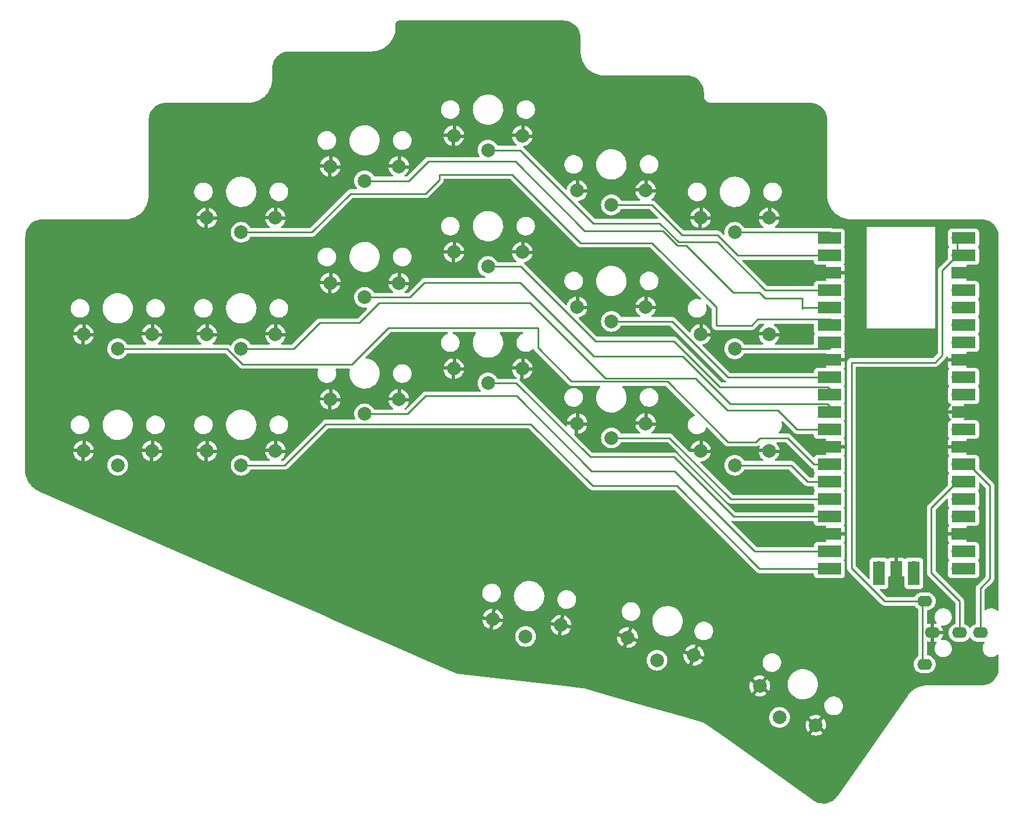
<source format=gbr>
%TF.GenerationSoftware,KiCad,Pcbnew,6.0.7-1.fc36*%
%TF.CreationDate,2022-09-26T09:29:46-04:00*%
%TF.ProjectId,junk,6a756e6b-2e6b-4696-9361-645f70636258,v1.0.0*%
%TF.SameCoordinates,Original*%
%TF.FileFunction,Copper,L1,Top*%
%TF.FilePolarity,Positive*%
%FSLAX46Y46*%
G04 Gerber Fmt 4.6, Leading zero omitted, Abs format (unit mm)*
G04 Created by KiCad (PCBNEW 6.0.7-1.fc36) date 2022-09-26 09:29:46*
%MOMM*%
%LPD*%
G01*
G04 APERTURE LIST*
%TA.AperFunction,ComponentPad*%
%ADD10C,2.000000*%
%TD*%
%TA.AperFunction,ComponentPad*%
%ADD11O,2.200000X1.600000*%
%TD*%
%TA.AperFunction,ComponentPad*%
%ADD12O,1.700000X1.700000*%
%TD*%
%TA.AperFunction,SMDPad,CuDef*%
%ADD13R,3.500000X1.700000*%
%TD*%
%TA.AperFunction,ComponentPad*%
%ADD14R,1.700000X1.700000*%
%TD*%
%TA.AperFunction,SMDPad,CuDef*%
%ADD15R,1.700000X3.500000*%
%TD*%
%TA.AperFunction,Conductor*%
%ADD16C,0.250000*%
%TD*%
G04 APERTURE END LIST*
D10*
%TO.P,S3,1,1*%
%TO.N,/S3*%
X178470000Y-165830000D03*
%TO.P,S3,2,2*%
%TO.N,GND*%
X173470000Y-163730000D03*
X183470000Y-163730000D03*
%TD*%
D11*
%TO.P,U2,1,SLEEVE*%
%TO.N,VBUS*%
X278160000Y-194860000D03*
X278160000Y-185660000D03*
%TO.P,U2,2,TIP*%
%TO.N,GND*%
X279260000Y-190260000D03*
%TO.P,U2,3,RING1*%
%TO.N,/TX*%
X283260000Y-190260000D03*
%TO.P,U2,4,RING2*%
%TO.N,/RX*%
X286260000Y-190260000D03*
%TD*%
D10*
%TO.P,S13,1,1*%
%TO.N,/S13*%
X232470000Y-144830000D03*
%TO.P,S13,2,2*%
%TO.N,GND*%
X227470000Y-142730000D03*
X237470000Y-142730000D03*
%TD*%
%TO.P,S10,1,1*%
%TO.N,/S10*%
X214470000Y-136830000D03*
%TO.P,S10,2,2*%
%TO.N,GND*%
X209470000Y-134730000D03*
X219470000Y-134730000D03*
%TD*%
%TO.P,S17,1,1*%
%TO.N,/S17*%
X250470000Y-131830000D03*
%TO.P,S17,2,2*%
%TO.N,GND*%
X255470000Y-129730000D03*
X245470000Y-129730000D03*
%TD*%
%TO.P,S8,1,1*%
%TO.N,/S8*%
X196470000Y-124330000D03*
%TO.P,S8,2,2*%
%TO.N,GND*%
X191470000Y-122230000D03*
X201470000Y-122230000D03*
%TD*%
%TO.P,S11,1,1*%
%TO.N,/S11*%
X214470000Y-119830000D03*
%TO.P,S11,2,2*%
%TO.N,GND*%
X209470000Y-117730000D03*
X219470000Y-117730000D03*
%TD*%
%TO.P,S5,1,1*%
%TO.N,/S5*%
X178470000Y-131830000D03*
%TO.P,S5,2,2*%
%TO.N,GND*%
X173470000Y-129730000D03*
X183470000Y-129730000D03*
%TD*%
%TO.P,S2,1,1*%
%TO.N,/S2*%
X160470000Y-148830000D03*
%TO.P,S2,2,2*%
%TO.N,GND*%
X165470000Y-146730000D03*
X155470000Y-146730000D03*
%TD*%
%TO.P,S19,1,1*%
%TO.N,/S19*%
X239112948Y-194273974D03*
%TO.P,S19,2,2*%
%TO.N,GND*%
X234826838Y-190951435D03*
X244486097Y-193539625D03*
%TD*%
%TO.P,S6,1,1*%
%TO.N,/S6*%
X196470000Y-158330000D03*
%TO.P,S6,2,2*%
%TO.N,GND*%
X201470000Y-156230000D03*
X191470000Y-156230000D03*
%TD*%
%TO.P,S16,1,1*%
%TO.N,/S16*%
X250470000Y-148830000D03*
%TO.P,S16,2,2*%
%TO.N,GND*%
X245470000Y-146730000D03*
X255470000Y-146730000D03*
%TD*%
%TO.P,S20,1,1*%
%TO.N,/S20*%
X256995202Y-202612607D03*
%TO.P,S20,2,2*%
%TO.N,GND*%
X262295473Y-203760270D03*
X254103952Y-198024506D03*
%TD*%
%TO.P,S14,1,1*%
%TO.N,/S14*%
X232470000Y-127830000D03*
%TO.P,S14,2,2*%
%TO.N,GND*%
X227470000Y-125730000D03*
X237470000Y-125730000D03*
%TD*%
%TO.P,S7,1,1*%
%TO.N,/S7*%
X196470000Y-141330000D03*
%TO.P,S7,2,2*%
%TO.N,GND*%
X201470000Y-139230000D03*
X191470000Y-139230000D03*
%TD*%
%TO.P,S4,1,1*%
%TO.N,/S4*%
X178470000Y-148830000D03*
%TO.P,S4,2,2*%
%TO.N,GND*%
X183470000Y-146730000D03*
X173470000Y-146730000D03*
%TD*%
D12*
%TO.P,U1,1,GPIO0*%
%TO.N,/S17*%
X265150000Y-132670000D03*
D13*
X264250000Y-132670000D03*
%TO.P,U1,2,GPIO1*%
%TO.N,/S14*%
X264250000Y-135210000D03*
D12*
X265150000Y-135210000D03*
D13*
%TO.P,U1,3,GND*%
%TO.N,GND*%
X264250000Y-137750000D03*
D14*
X265150000Y-137750000D03*
D12*
%TO.P,U1,4,GPIO2*%
%TO.N,/S11*%
X265150000Y-140290000D03*
D13*
X264250000Y-140290000D03*
D12*
%TO.P,U1,5,GPIO3*%
%TO.N,/S8*%
X265150000Y-142830000D03*
D13*
X264250000Y-142830000D03*
%TO.P,U1,6,GPIO4*%
%TO.N,/S5*%
X264250000Y-145370000D03*
D12*
X265150000Y-145370000D03*
%TO.P,U1,7,GPIO5*%
%TO.N,/S16*%
X265150000Y-147910000D03*
D13*
X264250000Y-147910000D03*
%TO.P,U1,8,GND*%
%TO.N,GND*%
X264250000Y-150450000D03*
D14*
X265150000Y-150450000D03*
D13*
%TO.P,U1,9,GPIO6*%
%TO.N,/S13*%
X264250000Y-152990000D03*
D12*
X265150000Y-152990000D03*
D13*
%TO.P,U1,10,GPIO7*%
%TO.N,/S10*%
X264250000Y-155530000D03*
D12*
X265150000Y-155530000D03*
%TO.P,U1,11,GPIO8*%
%TO.N,/S7*%
X265150000Y-158070000D03*
D13*
X264250000Y-158070000D03*
%TO.P,U1,12,GPIO9*%
%TO.N,/S4*%
X264250000Y-160610000D03*
D12*
X265150000Y-160610000D03*
D13*
%TO.P,U1,13,GND*%
%TO.N,GND*%
X264250000Y-163150000D03*
D14*
X265150000Y-163150000D03*
D12*
%TO.P,U1,14,GPIO10*%
%TO.N,/S2*%
X265150000Y-165690000D03*
D13*
X264250000Y-165690000D03*
D12*
%TO.P,U1,15,GPIO11*%
%TO.N,/S15*%
X265150000Y-168230000D03*
D13*
X264250000Y-168230000D03*
%TO.P,U1,16,GPIO12*%
%TO.N,/S12*%
X264250000Y-170770000D03*
D12*
X265150000Y-170770000D03*
D13*
%TO.P,U1,17,GPIO13*%
%TO.N,/S9*%
X264250000Y-173310000D03*
D12*
X265150000Y-173310000D03*
D14*
%TO.P,U1,18,GND*%
%TO.N,GND*%
X265150000Y-175850000D03*
D13*
X264250000Y-175850000D03*
D12*
%TO.P,U1,19,GPIO14*%
%TO.N,/S6*%
X265150000Y-178390000D03*
D13*
X264250000Y-178390000D03*
%TO.P,U1,20,GPIO15*%
%TO.N,/S3*%
X264250000Y-180930000D03*
D12*
X265150000Y-180930000D03*
%TO.P,U1,21,GPIO16*%
%TO.N,unconnected-(U1-Pad21)*%
X282930000Y-180930000D03*
D13*
X283830000Y-180930000D03*
D12*
%TO.P,U1,22,GPIO17*%
%TO.N,/S20*%
X282930000Y-178390000D03*
D13*
X283830000Y-178390000D03*
%TO.P,U1,23,GND*%
%TO.N,GND*%
X283830000Y-175850000D03*
D14*
X282930000Y-175850000D03*
D12*
%TO.P,U1,24,GPIO18*%
%TO.N,/S19*%
X282930000Y-173310000D03*
D13*
X283830000Y-173310000D03*
%TO.P,U1,25,GPIO19*%
%TO.N,/S18*%
X283830000Y-170770000D03*
D12*
X282930000Y-170770000D03*
D13*
%TO.P,U1,26,GPIO20*%
%TO.N,/TX*%
X283830000Y-168230000D03*
D12*
X282930000Y-168230000D03*
%TO.P,U1,27,GPIO21*%
%TO.N,/RX*%
X282930000Y-165690000D03*
D13*
X283830000Y-165690000D03*
D14*
%TO.P,U1,28,GND*%
%TO.N,GND*%
X282930000Y-163150000D03*
D13*
X283830000Y-163150000D03*
D12*
%TO.P,U1,29,GPIO22*%
%TO.N,unconnected-(U1-Pad29)*%
X282930000Y-160610000D03*
D13*
X283830000Y-160610000D03*
D12*
%TO.P,U1,30,RUN*%
%TO.N,GND*%
X282930000Y-158070000D03*
D13*
X283830000Y-158070000D03*
%TO.P,U1,31,GPIO26_ADC0*%
%TO.N,unconnected-(U1-Pad31)*%
X283830000Y-155530000D03*
D12*
X282930000Y-155530000D03*
D13*
%TO.P,U1,32,GPIO27_ADC1*%
%TO.N,unconnected-(U1-Pad32)*%
X283830000Y-152990000D03*
D12*
X282930000Y-152990000D03*
D14*
%TO.P,U1,33,AGND*%
%TO.N,GND*%
X282930000Y-150450000D03*
D13*
X283830000Y-150450000D03*
%TO.P,U1,34,GPIO28_ADC2*%
%TO.N,/S1*%
X283830000Y-147910000D03*
D12*
X282930000Y-147910000D03*
%TO.P,U1,35,ADC_VREF*%
%TO.N,unconnected-(U1-Pad35)*%
X282930000Y-145370000D03*
D13*
X283830000Y-145370000D03*
D12*
%TO.P,U1,36,3V3*%
%TO.N,unconnected-(U1-Pad36)*%
X282930000Y-142830000D03*
D13*
X283830000Y-142830000D03*
%TO.P,U1,37,3V3_EN*%
%TO.N,unconnected-(U1-Pad37)*%
X283830000Y-140290000D03*
D12*
X282930000Y-140290000D03*
D13*
%TO.P,U1,38,GND*%
%TO.N,GND*%
X283830000Y-137750000D03*
D14*
X282930000Y-137750000D03*
D13*
%TO.P,U1,39,VSYS*%
%TO.N,VBUS*%
X283830000Y-135210000D03*
D12*
X282930000Y-135210000D03*
%TO.P,U1,40,VBUS*%
X282930000Y-132670000D03*
D13*
X283830000Y-132670000D03*
D12*
%TO.P,U1,41,SWCLK*%
%TO.N,unconnected-(U1-Pad41)*%
X271500000Y-180700000D03*
D15*
X271500000Y-181600000D03*
D14*
%TO.P,U1,42,GND*%
%TO.N,GND*%
X274040000Y-180700000D03*
D15*
X274040000Y-181600000D03*
D12*
%TO.P,U1,43,SWDIO*%
%TO.N,unconnected-(U1-Pad43)*%
X276580000Y-180700000D03*
D15*
X276580000Y-181600000D03*
%TD*%
D10*
%TO.P,S9,1,1*%
%TO.N,/S9*%
X214470000Y-153830000D03*
%TO.P,S9,2,2*%
%TO.N,GND*%
X209470000Y-151730000D03*
X219470000Y-151730000D03*
%TD*%
%TO.P,S15,1,1*%
%TO.N,/S15*%
X250470000Y-165830000D03*
%TO.P,S15,2,2*%
%TO.N,GND*%
X255470000Y-163730000D03*
X245470000Y-163730000D03*
%TD*%
%TO.P,S18,1,1*%
%TO.N,/S18*%
X219955781Y-190807549D03*
%TO.P,S18,2,2*%
%TO.N,GND*%
X215157835Y-188279761D03*
X225119782Y-189151319D03*
%TD*%
%TO.P,S12,1,1*%
%TO.N,/S12*%
X232470000Y-161830000D03*
%TO.P,S12,2,2*%
%TO.N,GND*%
X237470000Y-159730000D03*
X227470000Y-159730000D03*
%TD*%
%TO.P,S1,1,1*%
%TO.N,/S1*%
X160470000Y-165830000D03*
%TO.P,S1,2,2*%
%TO.N,GND*%
X155470000Y-163730000D03*
X165470000Y-163730000D03*
%TD*%
D16*
%TO.N,/S2*%
X254120000Y-161840000D02*
X258190000Y-161840000D01*
X199960000Y-145760000D02*
X221750000Y-145760000D01*
X240648418Y-153590000D02*
X249498418Y-162440000D01*
X176440000Y-148830000D02*
X178720000Y-151110000D01*
X258190000Y-161840000D02*
X262040000Y-165690000D01*
X178720000Y-151110000D02*
X194610000Y-151110000D01*
X226648418Y-153590000D02*
X240648418Y-153590000D01*
X160470000Y-148830000D02*
X176440000Y-148830000D01*
X194610000Y-151110000D02*
X199960000Y-145760000D01*
X221750000Y-148691582D02*
X226648418Y-153590000D01*
X221750000Y-145760000D02*
X221750000Y-148691582D01*
X249498418Y-162440000D02*
X253520000Y-162440000D01*
X253520000Y-162440000D02*
X254120000Y-161840000D01*
X262040000Y-165690000D02*
X265150000Y-165690000D01*
%TO.N,/S3*%
X190820000Y-159810000D02*
X220710000Y-159810000D01*
X184800000Y-165830000D02*
X190820000Y-159810000D01*
X241980000Y-168830000D02*
X254080000Y-180930000D01*
X254080000Y-180930000D02*
X265150000Y-180930000D01*
X229730000Y-168830000D02*
X241980000Y-168830000D01*
X178470000Y-165830000D02*
X184800000Y-165830000D01*
X220710000Y-159810000D02*
X229730000Y-168830000D01*
%TO.N,/S4*%
X198570000Y-142170000D02*
X195685000Y-145055000D01*
X259550000Y-160610000D02*
X256710000Y-157770000D01*
X249350000Y-157770000D02*
X244720000Y-153140000D01*
X244720000Y-153140000D02*
X231610000Y-153140000D01*
X256710000Y-157770000D02*
X249350000Y-157770000D01*
X189935000Y-145055000D02*
X186160000Y-148830000D01*
X231610000Y-153140000D02*
X220640000Y-142170000D01*
X186160000Y-148830000D02*
X178470000Y-148830000D01*
X195685000Y-145055000D02*
X189935000Y-145055000D01*
X220640000Y-142170000D02*
X198570000Y-142170000D01*
X265150000Y-160610000D02*
X259550000Y-160610000D01*
%TO.N,/S5*%
X238400000Y-133400000D02*
X247760000Y-142760000D01*
X227960000Y-133400000D02*
X238400000Y-133400000D01*
X205370000Y-126200000D02*
X207350000Y-124220000D01*
X207350000Y-123390000D02*
X217950000Y-123390000D01*
X207350000Y-124220000D02*
X207350000Y-123390000D01*
X264330000Y-144550000D02*
X265150000Y-145370000D01*
X217950000Y-123390000D02*
X227960000Y-133400000D01*
X247760000Y-142760000D02*
X247760000Y-145450000D01*
X194430000Y-126200000D02*
X205370000Y-126200000D01*
X178470000Y-131830000D02*
X188800000Y-131830000D01*
X253820000Y-144550000D02*
X264330000Y-144550000D01*
X252920000Y-145450000D02*
X253820000Y-144550000D01*
X188800000Y-131830000D02*
X194430000Y-126200000D01*
X247760000Y-145450000D02*
X252920000Y-145450000D01*
%TO.N,/S6*%
X241660000Y-166680000D02*
X253370000Y-178390000D01*
X218610000Y-155710000D02*
X229580000Y-166680000D01*
X253370000Y-178390000D02*
X265150000Y-178390000D01*
X229580000Y-166680000D02*
X241660000Y-166680000D01*
X205370000Y-155710000D02*
X218610000Y-155710000D01*
X196470000Y-158330000D02*
X202750000Y-158330000D01*
X202750000Y-158330000D02*
X205370000Y-155710000D01*
%TO.N,/S7*%
X205230000Y-139150000D02*
X219160000Y-139150000D01*
X249790000Y-156880000D02*
X263960000Y-156880000D01*
X196470000Y-141330000D02*
X203050000Y-141330000D01*
X263960000Y-156880000D02*
X265150000Y-158070000D01*
X242830000Y-149920000D02*
X249790000Y-156880000D01*
X203050000Y-141330000D02*
X205230000Y-139150000D01*
X219160000Y-139150000D02*
X229930000Y-149920000D01*
X229930000Y-149920000D02*
X242830000Y-149920000D01*
%TO.N,/S8*%
X205740000Y-121510000D02*
X218460000Y-121510000D01*
X250200000Y-140580000D02*
X254030000Y-140580000D01*
X196470000Y-124330000D02*
X202920000Y-124330000D01*
X218460000Y-121510000D02*
X228590000Y-131640000D01*
X260280000Y-142960000D02*
X260410000Y-142830000D01*
X254920000Y-141470000D02*
X260280000Y-141470000D01*
X260280000Y-141470000D02*
X260280000Y-142960000D01*
X242093604Y-133740000D02*
X243360000Y-133740000D01*
X239993604Y-131640000D02*
X242093604Y-133740000D01*
X254030000Y-140580000D02*
X254920000Y-141470000D01*
X260410000Y-142830000D02*
X265150000Y-142830000D01*
X228590000Y-131640000D02*
X239993604Y-131640000D01*
X243360000Y-133740000D02*
X250200000Y-140580000D01*
X202920000Y-124330000D02*
X205740000Y-121510000D01*
%TO.N,/S9*%
X229380000Y-164610000D02*
X241580000Y-164610000D01*
X218600000Y-153830000D02*
X229380000Y-164610000D01*
X250280000Y-173310000D02*
X265150000Y-173310000D01*
X241580000Y-164610000D02*
X250280000Y-173310000D01*
X214470000Y-153830000D02*
X218600000Y-153830000D01*
%TO.N,/S10*%
X219260000Y-136830000D02*
X230140000Y-147710000D01*
X214470000Y-136830000D02*
X219260000Y-136830000D01*
X241590000Y-147710000D02*
X248290000Y-154410000D01*
X264030000Y-154410000D02*
X265150000Y-155530000D01*
X248290000Y-154410000D02*
X264030000Y-154410000D01*
X230140000Y-147710000D02*
X241590000Y-147710000D01*
%TO.N,/S11*%
X219140000Y-119830000D02*
X229830000Y-130520000D01*
X229830000Y-130520000D02*
X239510000Y-130520000D01*
X254930000Y-140290000D02*
X265150000Y-140290000D01*
X247930000Y-133290000D02*
X254930000Y-140290000D01*
X242280000Y-133290000D02*
X247930000Y-133290000D01*
X214470000Y-119830000D02*
X219140000Y-119830000D01*
X239510000Y-130520000D02*
X242280000Y-133290000D01*
%TO.N,/S12*%
X249890000Y-170770000D02*
X265150000Y-170770000D01*
X232470000Y-161830000D02*
X240950000Y-161830000D01*
X240950000Y-161830000D02*
X249890000Y-170770000D01*
%TO.N,/S13*%
X241340000Y-144830000D02*
X249500000Y-152990000D01*
X232470000Y-144830000D02*
X241340000Y-144830000D01*
X249500000Y-152990000D02*
X265150000Y-152990000D01*
%TO.N,/S14*%
X250890000Y-135210000D02*
X265150000Y-135210000D01*
X242770000Y-132230000D02*
X247910000Y-132230000D01*
X247910000Y-132230000D02*
X250890000Y-135210000D01*
X232470000Y-127830000D02*
X238370000Y-127830000D01*
X238370000Y-127830000D02*
X242770000Y-132230000D01*
%TO.N,/S15*%
X258680000Y-165830000D02*
X261080000Y-168230000D01*
X250470000Y-165830000D02*
X258680000Y-165830000D01*
X261080000Y-168230000D02*
X265150000Y-168230000D01*
%TO.N,/S16*%
X264230000Y-148830000D02*
X265150000Y-147910000D01*
X250470000Y-148830000D02*
X264230000Y-148830000D01*
%TO.N,/S17*%
X264310000Y-131830000D02*
X265150000Y-132670000D01*
X250470000Y-131830000D02*
X264310000Y-131830000D01*
%TO.N,/TX*%
X283260000Y-185640000D02*
X279140000Y-181520000D01*
X279140000Y-181520000D02*
X279140000Y-172020000D01*
X283260000Y-190260000D02*
X283260000Y-185640000D01*
X279140000Y-172020000D02*
X282930000Y-168230000D01*
%TO.N,/RX*%
X286260000Y-190260000D02*
X286260000Y-183780000D01*
X287670000Y-182370000D02*
X287670000Y-168820000D01*
X286260000Y-183780000D02*
X287670000Y-182370000D01*
X284540000Y-165690000D02*
X282930000Y-165690000D01*
X287670000Y-168820000D02*
X284540000Y-165690000D01*
%TO.N,VBUS*%
X280730000Y-149770000D02*
X280730000Y-137410000D01*
X278160000Y-185660000D02*
X277835000Y-185985000D01*
X267480000Y-150820000D02*
X279680000Y-150820000D01*
X280730000Y-137410000D02*
X282930000Y-135210000D01*
X279680000Y-150820000D02*
X280730000Y-149770000D01*
X272310000Y-185660000D02*
X267480000Y-180830000D01*
X278160000Y-185660000D02*
X272310000Y-185660000D01*
X277835000Y-185985000D02*
X277835000Y-194535000D01*
X282930000Y-132670000D02*
X282930000Y-135210000D01*
X277835000Y-194535000D02*
X278160000Y-194860000D01*
X267480000Y-180830000D02*
X267480000Y-150820000D01*
%TD*%
%TA.AperFunction,Conductor*%
%TO.N,GND*%
G36*
X225440018Y-100940000D02*
G01*
X225454851Y-100942310D01*
X225454855Y-100942310D01*
X225463724Y-100943691D01*
X225480923Y-100941442D01*
X225504863Y-100940609D01*
X225762710Y-100956206D01*
X225777814Y-100958040D01*
X225849786Y-100971229D01*
X226058760Y-101009525D01*
X226073526Y-101013164D01*
X226346231Y-101098142D01*
X226360445Y-101103534D01*
X226607603Y-101214770D01*
X226620906Y-101220757D01*
X226634379Y-101227828D01*
X226878813Y-101375595D01*
X226891334Y-101384238D01*
X227116171Y-101560385D01*
X227127560Y-101570475D01*
X227329525Y-101772440D01*
X227339615Y-101783829D01*
X227515762Y-102008666D01*
X227524405Y-102021187D01*
X227672172Y-102265621D01*
X227679242Y-102279092D01*
X227796466Y-102539555D01*
X227801858Y-102553769D01*
X227821967Y-102618303D01*
X227886836Y-102826473D01*
X227890477Y-102841246D01*
X227941960Y-103122186D01*
X227943794Y-103137290D01*
X227958953Y-103387904D01*
X227957692Y-103414716D01*
X227957690Y-103414852D01*
X227956309Y-103423724D01*
X227957473Y-103432626D01*
X227957473Y-103432628D01*
X227960436Y-103455283D01*
X227961500Y-103471621D01*
X227961500Y-105380633D01*
X227960000Y-105400018D01*
X227957690Y-105414851D01*
X227957690Y-105414855D01*
X227956309Y-105423724D01*
X227957353Y-105431707D01*
X227957458Y-105433852D01*
X227957444Y-105435034D01*
X227957603Y-105436804D01*
X227972023Y-105730317D01*
X227974184Y-105774308D01*
X227974638Y-105777368D01*
X228011557Y-106026255D01*
X228024765Y-106115300D01*
X228108526Y-106449692D01*
X228224660Y-106774264D01*
X228258273Y-106845333D01*
X228370289Y-107082170D01*
X228372048Y-107085890D01*
X228373631Y-107088531D01*
X228547682Y-107378919D01*
X228547688Y-107378928D01*
X228549271Y-107381569D01*
X228551114Y-107384054D01*
X228733285Y-107629683D01*
X228754622Y-107658453D01*
X228986124Y-107913876D01*
X229241547Y-108145378D01*
X229244033Y-108147222D01*
X229244037Y-108147225D01*
X229493243Y-108332048D01*
X229518431Y-108350729D01*
X229521072Y-108352312D01*
X229521081Y-108352318D01*
X229782943Y-108509271D01*
X229814110Y-108527952D01*
X230125736Y-108675340D01*
X230235522Y-108714622D01*
X230447403Y-108790435D01*
X230447411Y-108790437D01*
X230450308Y-108791474D01*
X230615989Y-108832975D01*
X230781697Y-108874483D01*
X230781701Y-108874484D01*
X230784700Y-108875235D01*
X230787762Y-108875689D01*
X230787766Y-108875690D01*
X231016452Y-108909612D01*
X231125692Y-108925816D01*
X231128778Y-108925968D01*
X231128782Y-108925968D01*
X231437766Y-108941148D01*
X231452480Y-108942741D01*
X231452641Y-108942768D01*
X231452648Y-108942769D01*
X231457448Y-108943576D01*
X231463914Y-108943655D01*
X231465140Y-108943670D01*
X231465143Y-108943670D01*
X231470000Y-108943729D01*
X231497624Y-108939773D01*
X231515486Y-108938500D01*
X243420633Y-108938500D01*
X243440018Y-108940000D01*
X243454851Y-108942310D01*
X243454855Y-108942310D01*
X243463724Y-108943691D01*
X243480923Y-108941442D01*
X243504863Y-108940609D01*
X243762710Y-108956206D01*
X243777814Y-108958040D01*
X243849786Y-108971229D01*
X244058760Y-109009525D01*
X244073526Y-109013164D01*
X244346231Y-109098142D01*
X244360445Y-109103534D01*
X244578223Y-109201547D01*
X244620906Y-109220757D01*
X244634379Y-109227828D01*
X244878813Y-109375595D01*
X244891334Y-109384238D01*
X245116171Y-109560385D01*
X245127560Y-109570475D01*
X245329525Y-109772440D01*
X245339615Y-109783829D01*
X245515762Y-110008666D01*
X245524405Y-110021187D01*
X245672172Y-110265621D01*
X245679242Y-110279092D01*
X245796466Y-110539555D01*
X245801859Y-110553773D01*
X245886836Y-110826473D01*
X245890477Y-110841246D01*
X245941960Y-111122186D01*
X245943794Y-111137290D01*
X245958953Y-111387904D01*
X245957692Y-111414716D01*
X245957690Y-111414852D01*
X245956309Y-111423724D01*
X245957473Y-111432626D01*
X245957473Y-111432628D01*
X245960436Y-111455283D01*
X245961500Y-111471621D01*
X245961500Y-111880633D01*
X245960000Y-111900018D01*
X245957690Y-111914851D01*
X245957690Y-111914855D01*
X245956309Y-111923724D01*
X245958345Y-111939290D01*
X245958929Y-111944644D01*
X245961835Y-111977853D01*
X245973028Y-112105793D01*
X245974452Y-112111107D01*
X245974452Y-112111108D01*
X245995208Y-112188569D01*
X246018700Y-112276245D01*
X246021022Y-112281226D01*
X246021023Y-112281227D01*
X246090951Y-112431189D01*
X246090954Y-112431194D01*
X246093277Y-112436176D01*
X246096434Y-112440684D01*
X246188830Y-112572639D01*
X246194493Y-112580727D01*
X246319273Y-112705507D01*
X246323781Y-112708664D01*
X246323784Y-112708666D01*
X246363525Y-112736493D01*
X246463824Y-112806723D01*
X246468806Y-112809046D01*
X246468811Y-112809049D01*
X246611724Y-112875690D01*
X246623755Y-112881300D01*
X246629063Y-112882722D01*
X246629065Y-112882723D01*
X246788892Y-112925548D01*
X246788893Y-112925548D01*
X246794207Y-112926972D01*
X246923712Y-112938302D01*
X246933626Y-112939568D01*
X246942416Y-112941047D01*
X246952656Y-112942770D01*
X246952658Y-112942770D01*
X246957448Y-112943576D01*
X246963724Y-112943652D01*
X246965140Y-112943670D01*
X246965143Y-112943670D01*
X246970000Y-112943729D01*
X246997624Y-112939773D01*
X247015486Y-112938500D01*
X261420633Y-112938500D01*
X261440018Y-112940000D01*
X261454851Y-112942310D01*
X261454855Y-112942310D01*
X261463724Y-112943691D01*
X261480923Y-112941442D01*
X261504863Y-112940609D01*
X261762710Y-112956206D01*
X261777814Y-112958040D01*
X261849786Y-112971229D01*
X262058760Y-113009525D01*
X262073526Y-113013164D01*
X262346231Y-113098142D01*
X262360445Y-113103534D01*
X262600431Y-113211542D01*
X262620906Y-113220757D01*
X262634379Y-113227828D01*
X262878813Y-113375595D01*
X262891334Y-113384238D01*
X263116171Y-113560385D01*
X263127560Y-113570475D01*
X263329525Y-113772440D01*
X263339615Y-113783829D01*
X263515762Y-114008666D01*
X263524405Y-114021187D01*
X263672172Y-114265621D01*
X263679242Y-114279092D01*
X263796466Y-114539555D01*
X263801859Y-114553773D01*
X263886836Y-114826473D01*
X263890475Y-114841240D01*
X263920681Y-115006070D01*
X263941960Y-115122186D01*
X263943794Y-115137290D01*
X263958953Y-115387904D01*
X263957692Y-115414716D01*
X263957690Y-115414852D01*
X263956309Y-115423724D01*
X263957473Y-115432626D01*
X263957473Y-115432628D01*
X263960436Y-115455283D01*
X263961500Y-115471621D01*
X263961500Y-126380633D01*
X263960000Y-126400018D01*
X263957690Y-126414851D01*
X263957690Y-126414855D01*
X263956309Y-126423724D01*
X263957353Y-126431707D01*
X263957458Y-126433852D01*
X263957444Y-126435034D01*
X263957603Y-126436804D01*
X263973602Y-126762469D01*
X263974184Y-126774308D01*
X263975921Y-126786018D01*
X264022756Y-127101754D01*
X264024765Y-127115300D01*
X264025516Y-127118299D01*
X264025517Y-127118303D01*
X264061718Y-127262826D01*
X264108526Y-127449692D01*
X264109563Y-127452589D01*
X264109565Y-127452597D01*
X264119890Y-127481452D01*
X264224660Y-127774264D01*
X264253353Y-127834930D01*
X264370289Y-128082170D01*
X264372048Y-128085890D01*
X264373631Y-128088531D01*
X264547682Y-128378919D01*
X264547688Y-128378928D01*
X264549271Y-128381569D01*
X264551114Y-128384054D01*
X264624870Y-128483502D01*
X264754622Y-128658453D01*
X264986124Y-128913876D01*
X265241547Y-129145378D01*
X265244033Y-129147222D01*
X265244037Y-129147225D01*
X265296027Y-129185783D01*
X265518431Y-129350729D01*
X265521072Y-129352312D01*
X265521081Y-129352318D01*
X265782943Y-129509271D01*
X265814110Y-129527952D01*
X265816889Y-129529266D01*
X265816892Y-129529268D01*
X265908593Y-129572639D01*
X266125736Y-129675340D01*
X266235522Y-129714622D01*
X266447403Y-129790435D01*
X266447411Y-129790437D01*
X266450308Y-129791474D01*
X266523310Y-129809760D01*
X266781697Y-129874483D01*
X266781701Y-129874484D01*
X266784700Y-129875235D01*
X266787762Y-129875689D01*
X266787766Y-129875690D01*
X266979745Y-129904167D01*
X267125692Y-129925816D01*
X267128778Y-129925968D01*
X267128782Y-129925968D01*
X267437766Y-129941148D01*
X267452480Y-129942741D01*
X267452641Y-129942768D01*
X267452648Y-129942769D01*
X267457448Y-129943576D01*
X267463914Y-129943655D01*
X267465140Y-129943670D01*
X267465143Y-129943670D01*
X267470000Y-129943729D01*
X267497624Y-129939773D01*
X267515486Y-129938500D01*
X286420633Y-129938500D01*
X286440018Y-129940000D01*
X286454851Y-129942310D01*
X286454855Y-129942310D01*
X286463724Y-129943691D01*
X286480923Y-129941442D01*
X286504863Y-129940609D01*
X286762710Y-129956206D01*
X286777814Y-129958040D01*
X286838490Y-129969159D01*
X287058760Y-130009525D01*
X287073526Y-130013164D01*
X287346231Y-130098142D01*
X287360445Y-130103534D01*
X287600431Y-130211542D01*
X287620906Y-130220757D01*
X287634379Y-130227828D01*
X287878813Y-130375595D01*
X287891334Y-130384238D01*
X288116171Y-130560385D01*
X288127560Y-130570475D01*
X288329525Y-130772440D01*
X288339615Y-130783829D01*
X288515762Y-131008666D01*
X288524405Y-131021187D01*
X288631579Y-131198472D01*
X288667326Y-131257604D01*
X288672172Y-131265621D01*
X288679242Y-131279092D01*
X288796466Y-131539555D01*
X288801858Y-131553769D01*
X288871219Y-131776357D01*
X288886836Y-131826473D01*
X288890475Y-131841240D01*
X288920681Y-132006070D01*
X288941960Y-132122186D01*
X288943794Y-132137290D01*
X288958953Y-132387904D01*
X288957692Y-132414716D01*
X288957690Y-132414852D01*
X288956309Y-132423724D01*
X288957473Y-132432626D01*
X288957473Y-132432628D01*
X288958771Y-132442552D01*
X288959878Y-132451013D01*
X288960436Y-132455283D01*
X288961500Y-132471621D01*
X288961500Y-186975642D01*
X288941498Y-187043763D01*
X288887842Y-187090256D01*
X288817568Y-187100360D01*
X288750700Y-187068835D01*
X288628117Y-186957293D01*
X288628111Y-186957288D01*
X288623964Y-186953515D01*
X288619217Y-186950537D01*
X288619214Y-186950535D01*
X288438405Y-186837115D01*
X288433656Y-186834136D01*
X288225217Y-186750344D01*
X288005233Y-186704787D01*
X288000622Y-186704521D01*
X288000621Y-186704521D01*
X287950048Y-186701605D01*
X287950044Y-186701605D01*
X287948225Y-186701500D01*
X287803001Y-186701500D01*
X287800214Y-186701749D01*
X287800208Y-186701749D01*
X287730071Y-186708009D01*
X287636238Y-186716383D01*
X287630824Y-186717864D01*
X287630819Y-186717865D01*
X287516262Y-186749205D01*
X287419549Y-186775663D01*
X287414491Y-186778075D01*
X287414487Y-186778077D01*
X287368842Y-186799849D01*
X287216782Y-186872378D01*
X287150197Y-186920224D01*
X287093026Y-186961305D01*
X287026034Y-186984812D01*
X286956968Y-186968370D01*
X286907755Y-186917197D01*
X286893500Y-186858982D01*
X286893500Y-184094594D01*
X286913502Y-184026473D01*
X286930405Y-184005499D01*
X287483445Y-183452460D01*
X288062253Y-182873652D01*
X288070539Y-182866112D01*
X288077018Y-182862000D01*
X288123644Y-182812348D01*
X288126398Y-182809507D01*
X288146135Y-182789770D01*
X288148615Y-182786573D01*
X288156320Y-182777551D01*
X288181159Y-182751100D01*
X288186586Y-182745321D01*
X288190405Y-182738375D01*
X288190407Y-182738372D01*
X288196348Y-182727566D01*
X288207199Y-182711047D01*
X288214758Y-182701301D01*
X288219614Y-182695041D01*
X288222759Y-182687772D01*
X288222762Y-182687768D01*
X288237174Y-182654463D01*
X288242391Y-182643813D01*
X288263695Y-182605060D01*
X288268733Y-182585437D01*
X288275137Y-182566734D01*
X288280033Y-182555420D01*
X288280033Y-182555419D01*
X288283181Y-182548145D01*
X288284420Y-182540322D01*
X288284423Y-182540312D01*
X288290099Y-182504476D01*
X288292505Y-182492856D01*
X288301528Y-182457711D01*
X288301528Y-182457710D01*
X288303500Y-182450030D01*
X288303500Y-182429776D01*
X288305051Y-182410065D01*
X288306980Y-182397886D01*
X288308220Y-182390057D01*
X288304059Y-182346038D01*
X288303500Y-182334181D01*
X288303500Y-168898763D01*
X288304027Y-168887579D01*
X288305701Y-168880091D01*
X288303562Y-168812032D01*
X288303500Y-168808075D01*
X288303500Y-168780144D01*
X288302994Y-168776138D01*
X288302061Y-168764292D01*
X288301962Y-168761122D01*
X288300673Y-168720110D01*
X288295022Y-168700658D01*
X288291014Y-168681306D01*
X288289468Y-168669068D01*
X288289467Y-168669066D01*
X288288474Y-168661203D01*
X288272194Y-168620086D01*
X288268359Y-168608885D01*
X288256018Y-168566406D01*
X288251985Y-168559587D01*
X288251983Y-168559582D01*
X288245707Y-168548971D01*
X288237010Y-168531221D01*
X288229552Y-168512383D01*
X288203571Y-168476623D01*
X288197053Y-168466701D01*
X288178578Y-168435460D01*
X288178574Y-168435455D01*
X288174542Y-168428637D01*
X288160218Y-168414313D01*
X288147376Y-168399278D01*
X288135472Y-168382893D01*
X288101406Y-168354711D01*
X288092627Y-168346722D01*
X286125405Y-166379500D01*
X286091379Y-166317188D01*
X286088500Y-166290405D01*
X286088500Y-164791866D01*
X286081745Y-164729684D01*
X286030615Y-164593295D01*
X285943261Y-164476739D01*
X285826705Y-164389385D01*
X285690316Y-164338255D01*
X285628134Y-164331500D01*
X284380091Y-164331500D01*
X284311970Y-164311498D01*
X284265477Y-164257842D01*
X284255373Y-164187568D01*
X284262109Y-164161270D01*
X284278478Y-164117605D01*
X284282105Y-164102351D01*
X284287631Y-164051486D01*
X284288000Y-164044672D01*
X284288000Y-163422115D01*
X284283525Y-163406876D01*
X284282135Y-163405671D01*
X284274452Y-163404000D01*
X281590116Y-163404000D01*
X281574877Y-163408475D01*
X281573672Y-163409865D01*
X281572001Y-163417548D01*
X281572001Y-164044669D01*
X281572371Y-164051490D01*
X281577895Y-164102352D01*
X281581521Y-164117604D01*
X281626676Y-164238054D01*
X281635214Y-164253649D01*
X281702942Y-164344018D01*
X281727790Y-164410525D01*
X281712737Y-164479907D01*
X281702942Y-164495148D01*
X281629385Y-164593295D01*
X281578255Y-164729684D01*
X281571500Y-164791866D01*
X281571500Y-165610219D01*
X281570787Y-165623607D01*
X281567251Y-165656695D01*
X281567548Y-165661848D01*
X281567548Y-165661851D01*
X281571291Y-165726763D01*
X281571500Y-165734016D01*
X281571500Y-166588134D01*
X281578255Y-166650316D01*
X281629385Y-166786705D01*
X281634771Y-166793891D01*
X281702630Y-166884435D01*
X281727478Y-166950941D01*
X281712425Y-167020324D01*
X281702632Y-167035562D01*
X281629385Y-167133295D01*
X281578255Y-167269684D01*
X281571500Y-167331866D01*
X281571500Y-168150219D01*
X281570787Y-168163607D01*
X281567251Y-168196695D01*
X281567548Y-168201848D01*
X281567548Y-168201851D01*
X281571291Y-168266763D01*
X281571500Y-168274016D01*
X281571500Y-168640405D01*
X281551498Y-168708526D01*
X281534595Y-168729500D01*
X278747747Y-171516348D01*
X278739461Y-171523888D01*
X278732982Y-171528000D01*
X278727557Y-171533777D01*
X278686357Y-171577651D01*
X278683602Y-171580493D01*
X278663865Y-171600230D01*
X278661385Y-171603427D01*
X278653682Y-171612447D01*
X278623414Y-171644679D01*
X278619595Y-171651625D01*
X278619593Y-171651628D01*
X278613652Y-171662434D01*
X278602801Y-171678953D01*
X278590386Y-171694959D01*
X278587241Y-171702228D01*
X278587238Y-171702232D01*
X278572826Y-171735537D01*
X278567609Y-171746187D01*
X278546305Y-171784940D01*
X278544334Y-171792615D01*
X278544334Y-171792616D01*
X278541267Y-171804562D01*
X278534863Y-171823266D01*
X278526819Y-171841855D01*
X278525580Y-171849678D01*
X278525577Y-171849688D01*
X278519901Y-171885524D01*
X278517495Y-171897144D01*
X278506500Y-171939970D01*
X278506500Y-171960224D01*
X278504949Y-171979934D01*
X278501780Y-171999943D01*
X278502526Y-172007835D01*
X278505941Y-172043961D01*
X278506500Y-172055819D01*
X278506500Y-181441233D01*
X278505973Y-181452416D01*
X278504298Y-181459909D01*
X278504547Y-181467835D01*
X278504547Y-181467836D01*
X278506438Y-181527986D01*
X278506500Y-181531945D01*
X278506500Y-181559856D01*
X278506997Y-181563790D01*
X278506997Y-181563791D01*
X278507005Y-181563856D01*
X278507938Y-181575693D01*
X278509327Y-181619889D01*
X278514344Y-181637158D01*
X278514978Y-181639339D01*
X278518987Y-181658700D01*
X278521526Y-181678797D01*
X278524445Y-181686168D01*
X278524445Y-181686170D01*
X278537804Y-181719912D01*
X278541649Y-181731142D01*
X278553982Y-181773593D01*
X278558015Y-181780412D01*
X278558017Y-181780417D01*
X278564293Y-181791028D01*
X278572988Y-181808776D01*
X278580448Y-181827617D01*
X278585110Y-181834033D01*
X278585110Y-181834034D01*
X278606436Y-181863387D01*
X278612952Y-181873307D01*
X278635458Y-181911362D01*
X278649779Y-181925683D01*
X278662619Y-181940716D01*
X278674528Y-181957107D01*
X278680634Y-181962158D01*
X278708605Y-181985298D01*
X278717384Y-181993288D01*
X282589595Y-185865500D01*
X282623621Y-185927812D01*
X282626500Y-185954595D01*
X282626500Y-188898019D01*
X282606498Y-188966140D01*
X282552842Y-189012633D01*
X282533113Y-189019725D01*
X282516072Y-189024291D01*
X282516063Y-189024294D01*
X282510757Y-189025716D01*
X282505776Y-189028039D01*
X282505775Y-189028039D01*
X282308238Y-189120151D01*
X282308233Y-189120154D01*
X282303251Y-189122477D01*
X282205148Y-189191170D01*
X282120211Y-189250643D01*
X282120208Y-189250645D01*
X282115700Y-189253802D01*
X281953802Y-189415700D01*
X281950647Y-189420206D01*
X281950643Y-189420211D01*
X281909482Y-189478995D01*
X281822477Y-189603251D01*
X281820154Y-189608233D01*
X281820151Y-189608238D01*
X281761123Y-189734825D01*
X281725716Y-189810757D01*
X281724294Y-189816065D01*
X281724293Y-189816067D01*
X281697952Y-189914374D01*
X281666457Y-190031913D01*
X281646502Y-190260000D01*
X281666457Y-190488087D01*
X281667881Y-190493400D01*
X281667881Y-190493402D01*
X281712406Y-190659568D01*
X281725716Y-190709243D01*
X281728039Y-190714224D01*
X281728039Y-190714225D01*
X281820151Y-190911762D01*
X281820154Y-190911767D01*
X281822477Y-190916749D01*
X281849485Y-190955320D01*
X281915132Y-191049073D01*
X281953802Y-191104300D01*
X282115700Y-191266198D01*
X282120208Y-191269355D01*
X282120211Y-191269357D01*
X282187371Y-191316383D01*
X282303251Y-191397523D01*
X282308233Y-191399846D01*
X282308238Y-191399849D01*
X282463779Y-191472378D01*
X282510757Y-191494284D01*
X282516065Y-191495706D01*
X282516067Y-191495707D01*
X282726598Y-191552119D01*
X282726600Y-191552119D01*
X282731913Y-191553543D01*
X282830120Y-191562135D01*
X282900149Y-191568262D01*
X282900156Y-191568262D01*
X282902873Y-191568500D01*
X283617127Y-191568500D01*
X283619844Y-191568262D01*
X283619851Y-191568262D01*
X283689880Y-191562135D01*
X283788087Y-191553543D01*
X283793400Y-191552119D01*
X283793402Y-191552119D01*
X284003933Y-191495707D01*
X284003935Y-191495706D01*
X284009243Y-191494284D01*
X284056221Y-191472378D01*
X284211762Y-191399849D01*
X284211767Y-191399846D01*
X284216749Y-191397523D01*
X284332629Y-191316383D01*
X284399789Y-191269357D01*
X284399792Y-191269355D01*
X284404300Y-191266198D01*
X284566198Y-191104300D01*
X284594378Y-191064056D01*
X284656787Y-190974926D01*
X284712244Y-190930598D01*
X284782864Y-190923289D01*
X284846224Y-190955320D01*
X284863213Y-190974926D01*
X284925623Y-191064056D01*
X284953802Y-191104300D01*
X285115700Y-191266198D01*
X285120208Y-191269355D01*
X285120211Y-191269357D01*
X285187371Y-191316383D01*
X285303251Y-191397523D01*
X285308233Y-191399846D01*
X285308238Y-191399849D01*
X285463779Y-191472378D01*
X285510757Y-191494284D01*
X285516065Y-191495706D01*
X285516067Y-191495707D01*
X285726598Y-191552119D01*
X285726600Y-191552119D01*
X285731913Y-191553543D01*
X285830120Y-191562135D01*
X285900149Y-191568262D01*
X285900156Y-191568262D01*
X285902873Y-191568500D01*
X286617127Y-191568500D01*
X286619842Y-191568262D01*
X286619853Y-191568262D01*
X286773963Y-191554779D01*
X286843567Y-191568768D01*
X286894560Y-191618168D01*
X286910750Y-191687294D01*
X286882863Y-191759596D01*
X286881912Y-191760770D01*
X286878008Y-191764799D01*
X286752710Y-191951262D01*
X286662412Y-192156967D01*
X286661103Y-192162418D01*
X286661102Y-192162422D01*
X286611278Y-192369954D01*
X286609968Y-192375411D01*
X286597037Y-192599690D01*
X286624025Y-192822715D01*
X286690082Y-193037435D01*
X286692652Y-193042415D01*
X286692654Y-193042419D01*
X286780794Y-193213187D01*
X286793118Y-193237064D01*
X286929877Y-193415292D01*
X287096036Y-193566485D01*
X287100783Y-193569463D01*
X287100786Y-193569465D01*
X287229229Y-193650036D01*
X287286344Y-193685864D01*
X287494783Y-193769656D01*
X287714767Y-193815213D01*
X287719378Y-193815479D01*
X287719379Y-193815479D01*
X287769952Y-193818395D01*
X287769956Y-193818395D01*
X287771775Y-193818500D01*
X287916999Y-193818500D01*
X287919786Y-193818251D01*
X287919792Y-193818251D01*
X287989929Y-193811991D01*
X288083762Y-193803617D01*
X288089176Y-193802136D01*
X288089181Y-193802135D01*
X288259679Y-193755491D01*
X288300451Y-193744337D01*
X288305509Y-193741925D01*
X288305513Y-193741923D01*
X288423042Y-193685864D01*
X288503218Y-193647622D01*
X288685654Y-193516529D01*
X288745017Y-193455272D01*
X288806786Y-193420272D01*
X288877673Y-193424224D01*
X288935170Y-193465873D01*
X288961022Y-193531995D01*
X288961500Y-193542957D01*
X288961500Y-195380633D01*
X288960000Y-195400018D01*
X288957690Y-195414851D01*
X288957690Y-195414855D01*
X288956309Y-195423724D01*
X288958558Y-195440919D01*
X288959391Y-195464863D01*
X288943794Y-195722710D01*
X288941960Y-195737814D01*
X288894368Y-195997523D01*
X288890477Y-196018754D01*
X288886836Y-196033526D01*
X288826953Y-196225699D01*
X288801859Y-196306227D01*
X288796466Y-196320445D01*
X288734915Y-196457207D01*
X288679243Y-196580906D01*
X288672172Y-196594379D01*
X288524405Y-196838813D01*
X288515762Y-196851334D01*
X288339615Y-197076171D01*
X288329525Y-197087560D01*
X288127560Y-197289525D01*
X288116172Y-197299614D01*
X288093977Y-197317003D01*
X287891334Y-197475762D01*
X287878813Y-197484405D01*
X287634379Y-197632172D01*
X287620908Y-197639242D01*
X287360445Y-197756466D01*
X287346231Y-197761858D01*
X287153886Y-197821795D01*
X287073527Y-197846836D01*
X287058760Y-197850475D01*
X286849786Y-197888771D01*
X286777814Y-197901960D01*
X286762710Y-197903794D01*
X286512096Y-197918953D01*
X286485284Y-197917692D01*
X286485148Y-197917690D01*
X286476276Y-197916309D01*
X286467374Y-197917473D01*
X286467372Y-197917473D01*
X286452323Y-197919441D01*
X286444714Y-197920436D01*
X286428379Y-197921500D01*
X278629680Y-197921500D01*
X278608778Y-197919754D01*
X278593781Y-197917231D01*
X278593777Y-197917231D01*
X278588982Y-197916424D01*
X278582599Y-197916346D01*
X278581289Y-197916330D01*
X278581286Y-197916330D01*
X278576430Y-197916271D01*
X278570961Y-197917054D01*
X278570536Y-197917115D01*
X278558719Y-197918243D01*
X278468666Y-197922570D01*
X278239764Y-197933569D01*
X278236771Y-197934003D01*
X277909191Y-197981505D01*
X277909188Y-197981506D01*
X277906199Y-197981939D01*
X277903272Y-197982655D01*
X277903263Y-197982657D01*
X277581731Y-198061339D01*
X277581727Y-198061340D01*
X277578806Y-198062055D01*
X277521929Y-198081918D01*
X277263449Y-198172185D01*
X277263442Y-198172188D01*
X277260598Y-198173181D01*
X277257861Y-198174443D01*
X277257853Y-198174446D01*
X276957261Y-198313022D01*
X276957253Y-198313026D01*
X276954505Y-198314293D01*
X276951892Y-198315817D01*
X276951884Y-198315821D01*
X276665952Y-198482572D01*
X276663346Y-198484092D01*
X276389802Y-198681015D01*
X276136390Y-198903248D01*
X276098344Y-198943691D01*
X275907514Y-199146545D01*
X275907509Y-199146551D01*
X275905444Y-199148746D01*
X275903603Y-199151124D01*
X275903595Y-199151133D01*
X275719409Y-199389006D01*
X275709580Y-199400254D01*
X275708906Y-199400939D01*
X275705492Y-199404407D01*
X275698166Y-199414602D01*
X275695967Y-199418946D01*
X275685558Y-199439507D01*
X275676356Y-199454866D01*
X265436655Y-214078673D01*
X265424308Y-214093691D01*
X265413909Y-214104516D01*
X265407690Y-214110990D01*
X265403540Y-214118946D01*
X265403535Y-214118952D01*
X265399667Y-214126367D01*
X265386618Y-214146456D01*
X265225945Y-214348726D01*
X265215782Y-214360044D01*
X265012454Y-214560659D01*
X265001007Y-214570663D01*
X264887996Y-214657982D01*
X264774989Y-214745298D01*
X264762411Y-214753856D01*
X264516991Y-214899978D01*
X264503473Y-214906958D01*
X264242225Y-215022434D01*
X264227971Y-215027730D01*
X264091339Y-215069302D01*
X263954711Y-215110873D01*
X263939914Y-215114415D01*
X263658624Y-215164015D01*
X263643508Y-215165747D01*
X263443658Y-215176491D01*
X263358298Y-215181080D01*
X263343088Y-215180978D01*
X263258252Y-215175275D01*
X263058108Y-215161821D01*
X263043016Y-215159886D01*
X262762420Y-215106518D01*
X262747672Y-215102778D01*
X262475553Y-215015977D01*
X262461363Y-215010486D01*
X262201694Y-214891520D01*
X262188281Y-214884366D01*
X261974357Y-214753080D01*
X261952979Y-214736560D01*
X261952946Y-214736528D01*
X261946470Y-214730307D01*
X261920134Y-214716569D01*
X261905467Y-214707593D01*
X248359491Y-205087867D01*
X261582533Y-205087867D01*
X261591481Y-205097488D01*
X261604519Y-205105477D01*
X261613309Y-205109956D01*
X261823461Y-205197004D01*
X261832846Y-205200053D01*
X262054027Y-205253155D01*
X262063774Y-205254698D01*
X262290543Y-205272545D01*
X262300403Y-205272545D01*
X262527172Y-205254698D01*
X262536919Y-205253155D01*
X262758100Y-205200053D01*
X262767485Y-205197004D01*
X262977636Y-205109957D01*
X262986431Y-205105475D01*
X263180369Y-204986629D01*
X263188362Y-204980822D01*
X263295248Y-204889533D01*
X263302282Y-204878758D01*
X263293346Y-204865474D01*
X262352885Y-204128058D01*
X262338129Y-204122175D01*
X262336323Y-204122526D01*
X262330270Y-204127538D01*
X261587970Y-205074229D01*
X261582533Y-205087867D01*
X248359491Y-205087867D01*
X246030448Y-203433888D01*
X246020643Y-203426166D01*
X245989190Y-203398758D01*
X245981039Y-203394997D01*
X245981036Y-203394995D01*
X245935433Y-203373953D01*
X245930599Y-203371595D01*
X245877937Y-203344495D01*
X245847455Y-203338608D01*
X245833113Y-203335838D01*
X245822446Y-203333292D01*
X243295706Y-202612607D01*
X255482037Y-202612607D01*
X255500667Y-202849318D01*
X255501821Y-202854125D01*
X255501822Y-202854131D01*
X255506922Y-202875374D01*
X255556097Y-203080201D01*
X255646962Y-203299570D01*
X255649548Y-203303790D01*
X255768443Y-203497809D01*
X255768447Y-203497815D01*
X255771026Y-203502023D01*
X255925233Y-203682576D01*
X256105786Y-203836783D01*
X256109994Y-203839362D01*
X256110000Y-203839366D01*
X256304019Y-203958261D01*
X256308239Y-203960847D01*
X256312809Y-203962740D01*
X256312813Y-203962742D01*
X256523035Y-204049818D01*
X256527608Y-204051712D01*
X256607811Y-204070967D01*
X256753678Y-204105987D01*
X256753684Y-204105988D01*
X256758491Y-204107142D01*
X256995202Y-204125772D01*
X257231913Y-204107142D01*
X257236720Y-204105988D01*
X257236726Y-204105987D01*
X257382593Y-204070967D01*
X257462796Y-204051712D01*
X257467369Y-204049818D01*
X257677591Y-203962742D01*
X257677595Y-203962740D01*
X257682165Y-203960847D01*
X257686385Y-203958261D01*
X257880404Y-203839366D01*
X257880410Y-203839362D01*
X257884618Y-203836783D01*
X257968431Y-203765200D01*
X260783198Y-203765200D01*
X260801045Y-203991969D01*
X260802588Y-204001716D01*
X260855690Y-204222897D01*
X260858739Y-204232282D01*
X260945786Y-204442433D01*
X260950268Y-204451228D01*
X261069114Y-204645166D01*
X261074921Y-204653159D01*
X261166210Y-204760045D01*
X261176985Y-204767079D01*
X261190269Y-204758143D01*
X261927685Y-203817682D01*
X261933568Y-203802926D01*
X261933217Y-203801120D01*
X261928205Y-203795067D01*
X261829425Y-203717614D01*
X262657378Y-203717614D01*
X262657729Y-203719420D01*
X262662741Y-203725473D01*
X263609432Y-204467773D01*
X263623070Y-204473210D01*
X263632691Y-204464262D01*
X263640680Y-204451224D01*
X263645159Y-204442434D01*
X263732207Y-204232282D01*
X263735256Y-204222897D01*
X263788358Y-204001716D01*
X263789901Y-203991969D01*
X263807748Y-203765200D01*
X263807748Y-203755340D01*
X263789901Y-203528571D01*
X263788358Y-203518824D01*
X263735256Y-203297643D01*
X263732207Y-203288258D01*
X263645160Y-203078107D01*
X263640678Y-203069312D01*
X263521832Y-202875374D01*
X263516025Y-202867381D01*
X263424736Y-202760495D01*
X263413961Y-202753461D01*
X263400677Y-202762397D01*
X262663261Y-203702858D01*
X262657378Y-203717614D01*
X261829425Y-203717614D01*
X260981514Y-203052767D01*
X260967876Y-203047330D01*
X260958255Y-203056278D01*
X260950266Y-203069316D01*
X260945787Y-203078106D01*
X260858739Y-203288258D01*
X260855690Y-203297643D01*
X260802588Y-203518824D01*
X260801045Y-203528571D01*
X260783198Y-203755340D01*
X260783198Y-203765200D01*
X257968431Y-203765200D01*
X258065171Y-203682576D01*
X258219378Y-203502023D01*
X258221957Y-203497815D01*
X258221961Y-203497809D01*
X258340856Y-203303790D01*
X258343442Y-203299570D01*
X258434307Y-203080201D01*
X258483482Y-202875374D01*
X258488582Y-202854131D01*
X258488583Y-202854125D01*
X258489737Y-202849318D01*
X258506071Y-202641782D01*
X261288664Y-202641782D01*
X261297600Y-202655066D01*
X262238061Y-203392482D01*
X262252817Y-203398365D01*
X262254623Y-203398014D01*
X262260676Y-203393002D01*
X263002976Y-202446311D01*
X263008413Y-202432673D01*
X262999465Y-202423052D01*
X262986427Y-202415063D01*
X262977637Y-202410584D01*
X262767485Y-202323536D01*
X262758100Y-202320487D01*
X262536919Y-202267385D01*
X262527172Y-202265842D01*
X262300403Y-202247995D01*
X262290543Y-202247995D01*
X262063774Y-202265842D01*
X262054027Y-202267385D01*
X261832846Y-202320487D01*
X261823461Y-202323536D01*
X261613310Y-202410583D01*
X261604515Y-202415065D01*
X261410577Y-202533911D01*
X261402584Y-202539718D01*
X261295698Y-202631007D01*
X261288664Y-202641782D01*
X258506071Y-202641782D01*
X258508367Y-202612607D01*
X258489737Y-202375896D01*
X258477167Y-202323536D01*
X258451851Y-202218088D01*
X258434307Y-202145013D01*
X258425026Y-202122607D01*
X258345337Y-201930218D01*
X258345335Y-201930214D01*
X258343442Y-201925644D01*
X258289552Y-201837704D01*
X258221961Y-201727405D01*
X258221957Y-201727399D01*
X258219378Y-201723191D01*
X258065171Y-201542638D01*
X257884618Y-201388431D01*
X257880410Y-201385852D01*
X257880404Y-201385848D01*
X257686385Y-201266953D01*
X257682165Y-201264367D01*
X257677595Y-201262474D01*
X257677591Y-201262472D01*
X257467369Y-201175396D01*
X257467367Y-201175395D01*
X257462796Y-201173502D01*
X257382593Y-201154247D01*
X257236726Y-201119227D01*
X257236720Y-201119226D01*
X257231913Y-201118072D01*
X256995202Y-201099442D01*
X256758491Y-201118072D01*
X256753684Y-201119226D01*
X256753678Y-201119227D01*
X256607811Y-201154247D01*
X256527608Y-201173502D01*
X256523037Y-201175395D01*
X256523035Y-201175396D01*
X256312813Y-201262472D01*
X256312809Y-201262474D01*
X256308239Y-201264367D01*
X256304019Y-201266953D01*
X256110000Y-201385848D01*
X256109994Y-201385852D01*
X256105786Y-201388431D01*
X255925233Y-201542638D01*
X255771026Y-201723191D01*
X255768447Y-201727399D01*
X255768443Y-201727405D01*
X255700852Y-201837704D01*
X255646962Y-201925644D01*
X255645069Y-201930214D01*
X255645067Y-201930218D01*
X255565378Y-202122607D01*
X255556097Y-202145013D01*
X255538553Y-202218088D01*
X255513238Y-202323536D01*
X255500667Y-202375896D01*
X255482037Y-202612607D01*
X243295706Y-202612607D01*
X237186272Y-200870054D01*
X263522741Y-200870054D01*
X263531390Y-201100438D01*
X263532485Y-201105657D01*
X263535090Y-201118072D01*
X263578732Y-201326071D01*
X263663415Y-201540501D01*
X263783016Y-201737597D01*
X263786513Y-201741627D01*
X263873077Y-201841383D01*
X263934116Y-201911725D01*
X263956670Y-201930218D01*
X264108266Y-202054520D01*
X264108272Y-202054524D01*
X264112394Y-202057904D01*
X264117030Y-202060543D01*
X264117033Y-202060545D01*
X264226061Y-202122607D01*
X264312753Y-202171955D01*
X264529464Y-202250617D01*
X264534713Y-202251566D01*
X264534716Y-202251567D01*
X264752247Y-202290903D01*
X264752254Y-202290904D01*
X264756331Y-202291641D01*
X264774053Y-202292477D01*
X264778995Y-202292710D01*
X264779002Y-202292710D01*
X264780483Y-202292780D01*
X264942529Y-202292780D01*
X265009448Y-202287102D01*
X265109048Y-202278651D01*
X265109052Y-202278650D01*
X265114359Y-202278200D01*
X265119514Y-202276862D01*
X265119520Y-202276861D01*
X265332342Y-202221623D01*
X265332346Y-202221622D01*
X265337511Y-202220281D01*
X265342377Y-202218089D01*
X265342380Y-202218088D01*
X265542841Y-202127787D01*
X265547714Y-202125592D01*
X265738958Y-201996839D01*
X265905774Y-201837704D01*
X266043393Y-201652738D01*
X266147879Y-201447229D01*
X266165140Y-201391642D01*
X266214663Y-201232151D01*
X266216246Y-201227053D01*
X266216947Y-201221764D01*
X266245837Y-201003791D01*
X266245837Y-201003786D01*
X266246537Y-200998506D01*
X266237888Y-200768122D01*
X266190546Y-200542489D01*
X266105863Y-200328059D01*
X265986262Y-200130963D01*
X265899394Y-200030856D01*
X265838662Y-199960868D01*
X265838660Y-199960866D01*
X265835162Y-199956835D01*
X265783234Y-199914257D01*
X265661012Y-199814040D01*
X265661006Y-199814036D01*
X265656884Y-199810656D01*
X265652248Y-199808017D01*
X265652245Y-199808015D01*
X265461168Y-199699248D01*
X265456525Y-199696605D01*
X265239814Y-199617943D01*
X265234565Y-199616994D01*
X265234562Y-199616993D01*
X265017031Y-199577657D01*
X265017024Y-199577656D01*
X265012947Y-199576919D01*
X264995225Y-199576083D01*
X264990283Y-199575850D01*
X264990276Y-199575850D01*
X264988795Y-199575780D01*
X264826749Y-199575780D01*
X264759830Y-199581458D01*
X264660230Y-199589909D01*
X264660226Y-199589910D01*
X264654919Y-199590360D01*
X264649764Y-199591698D01*
X264649758Y-199591699D01*
X264436936Y-199646937D01*
X264436932Y-199646938D01*
X264431767Y-199648279D01*
X264426901Y-199650471D01*
X264426898Y-199650472D01*
X264318619Y-199699248D01*
X264221564Y-199742968D01*
X264030320Y-199871721D01*
X263863504Y-200030856D01*
X263725885Y-200215822D01*
X263621399Y-200421331D01*
X263619817Y-200426425D01*
X263619816Y-200426428D01*
X263557754Y-200626300D01*
X263553032Y-200641507D01*
X263552331Y-200646796D01*
X263536943Y-200762903D01*
X263522741Y-200870054D01*
X237186272Y-200870054D01*
X237167743Y-200864769D01*
X231864298Y-199352103D01*
X253391012Y-199352103D01*
X253399960Y-199361724D01*
X253412998Y-199369713D01*
X253421788Y-199374192D01*
X253631940Y-199461240D01*
X253641325Y-199464289D01*
X253862506Y-199517391D01*
X253872253Y-199518934D01*
X254099022Y-199536781D01*
X254108882Y-199536781D01*
X254335651Y-199518934D01*
X254345398Y-199517391D01*
X254566579Y-199464289D01*
X254575964Y-199461240D01*
X254786115Y-199374193D01*
X254794910Y-199369711D01*
X254988848Y-199250865D01*
X254996841Y-199245058D01*
X255103727Y-199153769D01*
X255110761Y-199142994D01*
X255101825Y-199129710D01*
X254161364Y-198392294D01*
X254146608Y-198386411D01*
X254144802Y-198386762D01*
X254138749Y-198391774D01*
X253396449Y-199338465D01*
X253391012Y-199352103D01*
X231864298Y-199352103D01*
X228458854Y-198380791D01*
X228457124Y-198380170D01*
X228455493Y-198379161D01*
X228450410Y-198377758D01*
X228450404Y-198377756D01*
X228402703Y-198364592D01*
X228383348Y-198359250D01*
X228382351Y-198358970D01*
X228358285Y-198352106D01*
X228358280Y-198352105D01*
X228354361Y-198350987D01*
X228352746Y-198350767D01*
X228352288Y-198350678D01*
X228347608Y-198349386D01*
X228332181Y-198347607D01*
X228316725Y-198345824D01*
X228314129Y-198345497D01*
X228268634Y-198339290D01*
X228246587Y-198336282D01*
X228242190Y-198336942D01*
X228237494Y-198336687D01*
X225573209Y-198029436D01*
X252591677Y-198029436D01*
X252609524Y-198256205D01*
X252611067Y-198265952D01*
X252664169Y-198487133D01*
X252667218Y-198496518D01*
X252754265Y-198706669D01*
X252758747Y-198715464D01*
X252877593Y-198909402D01*
X252883400Y-198917395D01*
X252974689Y-199024281D01*
X252985464Y-199031315D01*
X252998748Y-199022379D01*
X253736164Y-198081918D01*
X253742047Y-198067162D01*
X253741696Y-198065356D01*
X253736684Y-198059303D01*
X253637904Y-197981850D01*
X254465857Y-197981850D01*
X254466208Y-197983656D01*
X254471220Y-197989709D01*
X255417911Y-198732009D01*
X255431549Y-198737446D01*
X255441170Y-198728498D01*
X255449159Y-198715460D01*
X255453638Y-198706670D01*
X255540686Y-198496518D01*
X255543735Y-198487133D01*
X255596837Y-198265952D01*
X255598380Y-198256205D01*
X255616227Y-198029436D01*
X255616227Y-198019576D01*
X255600990Y-197825965D01*
X258166345Y-197825965D01*
X258166708Y-197830113D01*
X258166708Y-197830117D01*
X258180671Y-197989709D01*
X258191916Y-198118235D01*
X258192826Y-198122307D01*
X258192827Y-198122312D01*
X258253175Y-198392294D01*
X258255916Y-198404557D01*
X258357222Y-198679898D01*
X258359169Y-198683591D01*
X258359170Y-198683593D01*
X258473927Y-198901249D01*
X258494054Y-198939423D01*
X258664008Y-199178571D01*
X258864097Y-199393141D01*
X259090807Y-199579362D01*
X259340154Y-199733964D01*
X259343971Y-199735680D01*
X259343974Y-199735681D01*
X259418012Y-199768955D01*
X259607759Y-199854230D01*
X259695709Y-199880449D01*
X259884921Y-199936857D01*
X259884929Y-199936859D01*
X259888918Y-199938048D01*
X259893034Y-199938700D01*
X259893039Y-199938701D01*
X260175225Y-199983394D01*
X260175230Y-199983394D01*
X260178693Y-199983943D01*
X260227789Y-199986173D01*
X260269035Y-199988046D01*
X260269054Y-199988046D01*
X260270454Y-199988110D01*
X260453723Y-199988110D01*
X260672045Y-199973609D01*
X260959644Y-199915619D01*
X261237047Y-199820102D01*
X261240789Y-199818228D01*
X261240794Y-199818226D01*
X261495636Y-199690610D01*
X261495638Y-199690609D01*
X261499380Y-199688735D01*
X261660318Y-199579362D01*
X261738576Y-199526178D01*
X261738579Y-199526176D01*
X261742035Y-199523827D01*
X261960748Y-199328275D01*
X262151676Y-199105515D01*
X262256766Y-198943691D01*
X262309187Y-198862970D01*
X262309190Y-198862965D01*
X262311466Y-198859460D01*
X262437310Y-198594433D01*
X262526997Y-198315090D01*
X262578952Y-198026340D01*
X262587103Y-197846836D01*
X262592072Y-197737425D01*
X262592072Y-197737420D01*
X262592261Y-197733255D01*
X262586080Y-197662601D01*
X262567054Y-197445147D01*
X262566690Y-197440985D01*
X262542676Y-197333552D01*
X262503602Y-197158741D01*
X262503600Y-197158734D01*
X262502690Y-197154663D01*
X262473811Y-197076171D01*
X262452296Y-197017697D01*
X262401384Y-196879322D01*
X262264552Y-196619797D01*
X262094598Y-196380649D01*
X261894509Y-196166079D01*
X261667799Y-195979858D01*
X261418452Y-195825256D01*
X261414635Y-195823540D01*
X261414632Y-195823539D01*
X261340594Y-195790265D01*
X261150847Y-195704990D01*
X261062897Y-195678771D01*
X260873685Y-195622363D01*
X260873677Y-195622361D01*
X260869688Y-195621172D01*
X260865572Y-195620520D01*
X260865567Y-195620519D01*
X260583381Y-195575826D01*
X260583376Y-195575826D01*
X260579913Y-195575277D01*
X260530817Y-195573047D01*
X260489571Y-195571174D01*
X260489552Y-195571174D01*
X260488152Y-195571110D01*
X260304883Y-195571110D01*
X260086561Y-195585611D01*
X259798962Y-195643601D01*
X259682163Y-195683818D01*
X259569212Y-195722710D01*
X259521559Y-195739118D01*
X259517817Y-195740992D01*
X259517812Y-195740994D01*
X259267787Y-195866198D01*
X259259226Y-195870485D01*
X259255761Y-195872840D01*
X259041055Y-196018754D01*
X259016571Y-196035393D01*
X259013455Y-196038179D01*
X258806136Y-196223544D01*
X258797858Y-196230945D01*
X258606930Y-196453705D01*
X258604656Y-196457207D01*
X258460428Y-196679299D01*
X258447140Y-196699760D01*
X258321296Y-196964787D01*
X258320017Y-196968770D01*
X258320016Y-196968773D01*
X258282414Y-197085890D01*
X258231609Y-197244130D01*
X258179654Y-197532880D01*
X258175145Y-197632172D01*
X258167851Y-197792807D01*
X258166345Y-197825965D01*
X255600990Y-197825965D01*
X255598380Y-197792807D01*
X255596837Y-197783060D01*
X255543735Y-197561879D01*
X255540686Y-197552494D01*
X255453639Y-197342343D01*
X255449157Y-197333548D01*
X255330311Y-197139610D01*
X255324504Y-197131617D01*
X255233215Y-197024731D01*
X255222440Y-197017697D01*
X255209156Y-197026633D01*
X254471740Y-197967094D01*
X254465857Y-197981850D01*
X253637904Y-197981850D01*
X252789993Y-197317003D01*
X252776355Y-197311566D01*
X252766734Y-197320514D01*
X252758745Y-197333552D01*
X252754266Y-197342342D01*
X252667218Y-197552494D01*
X252664169Y-197561879D01*
X252611067Y-197783060D01*
X252609524Y-197792807D01*
X252591677Y-198019576D01*
X252591677Y-198029436D01*
X225573209Y-198029436D01*
X215831642Y-196906018D01*
X253097143Y-196906018D01*
X253106079Y-196919302D01*
X254046540Y-197656718D01*
X254061296Y-197662601D01*
X254063102Y-197662250D01*
X254069155Y-197657238D01*
X254811455Y-196710547D01*
X254816892Y-196696909D01*
X254807944Y-196687288D01*
X254794906Y-196679299D01*
X254786116Y-196674820D01*
X254575964Y-196587772D01*
X254566579Y-196584723D01*
X254345398Y-196531621D01*
X254335651Y-196530078D01*
X254108882Y-196512231D01*
X254099022Y-196512231D01*
X253872253Y-196530078D01*
X253862506Y-196531621D01*
X253641325Y-196584723D01*
X253631940Y-196587772D01*
X253421789Y-196674819D01*
X253412994Y-196679301D01*
X253219056Y-196798147D01*
X253211063Y-196803954D01*
X253104177Y-196895243D01*
X253097143Y-196906018D01*
X215831642Y-196906018D01*
X209932348Y-196225699D01*
X209896424Y-196216026D01*
X205442624Y-194273974D01*
X237599783Y-194273974D01*
X237618413Y-194510685D01*
X237619567Y-194515492D01*
X237619568Y-194515498D01*
X237641172Y-194605483D01*
X237673843Y-194741568D01*
X237675736Y-194746139D01*
X237675737Y-194746141D01*
X237748916Y-194922811D01*
X237764708Y-194960937D01*
X237767294Y-194965157D01*
X237886189Y-195159176D01*
X237886193Y-195159182D01*
X237888772Y-195163390D01*
X238042979Y-195343943D01*
X238223532Y-195498150D01*
X238227740Y-195500729D01*
X238227746Y-195500733D01*
X238367604Y-195586438D01*
X238425985Y-195622214D01*
X238430555Y-195624107D01*
X238430559Y-195624109D01*
X238640781Y-195711185D01*
X238645354Y-195713079D01*
X238717156Y-195730317D01*
X238871424Y-195767354D01*
X238871430Y-195767355D01*
X238876237Y-195768509D01*
X239112948Y-195787139D01*
X239349659Y-195768509D01*
X239354466Y-195767355D01*
X239354472Y-195767354D01*
X239508740Y-195730317D01*
X239580542Y-195713079D01*
X239585115Y-195711185D01*
X239795337Y-195624109D01*
X239795341Y-195624107D01*
X239799911Y-195622214D01*
X239858292Y-195586438D01*
X239998150Y-195500733D01*
X239998156Y-195500729D01*
X240002364Y-195498150D01*
X240182917Y-195343943D01*
X240337124Y-195163390D01*
X240339703Y-195159182D01*
X240339707Y-195159176D01*
X240417804Y-195031733D01*
X244269804Y-195031733D01*
X244278313Y-195035935D01*
X244481167Y-195051900D01*
X244491027Y-195051900D01*
X244717796Y-195034053D01*
X244727543Y-195032510D01*
X244948724Y-194979408D01*
X244958109Y-194976359D01*
X245168260Y-194889312D01*
X245177055Y-194884830D01*
X245370996Y-194765982D01*
X245378980Y-194760182D01*
X245551955Y-194612447D01*
X245558919Y-194605483D01*
X245597155Y-194560714D01*
X254512069Y-194560714D01*
X254520718Y-194791098D01*
X254568060Y-195016731D01*
X254570018Y-195021690D01*
X254570019Y-195021692D01*
X254624315Y-195159176D01*
X254652743Y-195231161D01*
X254655510Y-195235720D01*
X254655511Y-195235723D01*
X254717965Y-195338643D01*
X254772344Y-195428257D01*
X254775841Y-195432287D01*
X254896426Y-195571249D01*
X254923444Y-195602385D01*
X254947627Y-195622214D01*
X255097594Y-195745180D01*
X255097600Y-195745184D01*
X255101722Y-195748564D01*
X255106358Y-195751203D01*
X255106361Y-195751205D01*
X255240328Y-195827463D01*
X255302081Y-195862615D01*
X255518792Y-195941277D01*
X255524041Y-195942226D01*
X255524044Y-195942227D01*
X255741575Y-195981563D01*
X255741582Y-195981564D01*
X255745659Y-195982301D01*
X255763381Y-195983137D01*
X255768323Y-195983370D01*
X255768330Y-195983370D01*
X255769811Y-195983440D01*
X255931857Y-195983440D01*
X256000012Y-195977657D01*
X256098376Y-195969311D01*
X256098380Y-195969310D01*
X256103687Y-195968860D01*
X256108842Y-195967522D01*
X256108848Y-195967521D01*
X256321670Y-195912283D01*
X256321674Y-195912282D01*
X256326839Y-195910941D01*
X256331705Y-195908749D01*
X256331708Y-195908748D01*
X256532169Y-195818447D01*
X256537042Y-195816252D01*
X256728286Y-195687499D01*
X256895102Y-195528364D01*
X257032721Y-195343398D01*
X257047554Y-195314225D01*
X257122330Y-195167149D01*
X257137207Y-195137889D01*
X257173288Y-195021692D01*
X257203991Y-194922811D01*
X257205574Y-194917713D01*
X257212266Y-194867224D01*
X257235165Y-194694451D01*
X257235165Y-194694446D01*
X257235865Y-194689166D01*
X257227216Y-194458782D01*
X257179874Y-194233149D01*
X257177915Y-194228188D01*
X257097152Y-194023684D01*
X257097151Y-194023682D01*
X257095191Y-194018719D01*
X257090995Y-194011803D01*
X256978357Y-193826183D01*
X256975590Y-193821623D01*
X256969215Y-193814276D01*
X256827990Y-193651528D01*
X256827988Y-193651526D01*
X256824490Y-193647495D01*
X256727394Y-193567881D01*
X256650340Y-193504700D01*
X256650334Y-193504696D01*
X256646212Y-193501316D01*
X256641576Y-193498677D01*
X256641573Y-193498675D01*
X256450496Y-193389908D01*
X256445853Y-193387265D01*
X256229142Y-193308603D01*
X256223893Y-193307654D01*
X256223890Y-193307653D01*
X256006359Y-193268317D01*
X256006352Y-193268316D01*
X256002275Y-193267579D01*
X255984553Y-193266743D01*
X255979611Y-193266510D01*
X255979604Y-193266510D01*
X255978123Y-193266440D01*
X255816077Y-193266440D01*
X255749158Y-193272118D01*
X255649558Y-193280569D01*
X255649554Y-193280570D01*
X255644247Y-193281020D01*
X255639092Y-193282358D01*
X255639086Y-193282359D01*
X255426264Y-193337597D01*
X255426260Y-193337598D01*
X255421095Y-193338939D01*
X255416229Y-193341131D01*
X255416226Y-193341132D01*
X255310469Y-193388772D01*
X255210892Y-193433628D01*
X255019648Y-193562381D01*
X255015791Y-193566060D01*
X255015789Y-193566062D01*
X255012222Y-193569465D01*
X254852832Y-193721516D01*
X254715213Y-193906482D01*
X254610727Y-194111991D01*
X254609145Y-194117085D01*
X254609144Y-194117088D01*
X254558899Y-194278904D01*
X254542360Y-194332167D01*
X254541659Y-194337456D01*
X254518062Y-194515498D01*
X254512069Y-194560714D01*
X245597155Y-194560714D01*
X245706656Y-194432505D01*
X245712450Y-194424532D01*
X245813696Y-194259314D01*
X245817378Y-194245702D01*
X245809972Y-194239557D01*
X244665835Y-193865596D01*
X244649960Y-193865115D01*
X244648382Y-193866063D01*
X244644407Y-193872844D01*
X244270231Y-195017637D01*
X244269804Y-195031733D01*
X240417804Y-195031733D01*
X240458602Y-194965157D01*
X240461188Y-194960937D01*
X240476981Y-194922811D01*
X240550159Y-194746141D01*
X240550160Y-194746139D01*
X240552053Y-194741568D01*
X240584724Y-194605483D01*
X240606328Y-194515498D01*
X240606329Y-194515492D01*
X240607483Y-194510685D01*
X240626113Y-194273974D01*
X240607483Y-194037263D01*
X240603390Y-194020211D01*
X240566154Y-193865115D01*
X240552053Y-193806380D01*
X240541570Y-193781071D01*
X240463083Y-193591585D01*
X240463081Y-193591581D01*
X240461188Y-193587011D01*
X240448610Y-193566485D01*
X240435171Y-193544555D01*
X242973822Y-193544555D01*
X242991669Y-193771324D01*
X242993212Y-193781071D01*
X243046314Y-194002252D01*
X243049363Y-194011637D01*
X243136410Y-194221788D01*
X243140892Y-194230583D01*
X243259740Y-194424524D01*
X243265540Y-194432508D01*
X243413275Y-194605483D01*
X243420239Y-194612447D01*
X243593217Y-194760184D01*
X243601190Y-194765978D01*
X243766408Y-194867224D01*
X243780020Y-194870906D01*
X243786165Y-194863500D01*
X244160126Y-193719363D01*
X244160607Y-193703488D01*
X244159659Y-193701910D01*
X244152878Y-193697935D01*
X243167188Y-193375762D01*
X244811587Y-193375762D01*
X244812535Y-193377340D01*
X244819316Y-193381315D01*
X245964109Y-193755491D01*
X245978205Y-193755918D01*
X245982407Y-193747409D01*
X245998372Y-193544555D01*
X245998372Y-193534695D01*
X245980525Y-193307926D01*
X245978982Y-193298179D01*
X245925880Y-193076998D01*
X245922831Y-193067613D01*
X245835784Y-192857462D01*
X245831302Y-192848667D01*
X245712454Y-192654726D01*
X245706654Y-192646742D01*
X245558919Y-192473767D01*
X245551955Y-192466803D01*
X245378977Y-192319066D01*
X245371004Y-192313272D01*
X245205786Y-192212026D01*
X245192174Y-192208344D01*
X245186029Y-192215750D01*
X244812068Y-193359887D01*
X244811587Y-193375762D01*
X243167188Y-193375762D01*
X243008085Y-193323759D01*
X242993989Y-193323332D01*
X242989787Y-193331841D01*
X242973822Y-193534695D01*
X242973822Y-193544555D01*
X240435171Y-193544555D01*
X240339707Y-193388772D01*
X240339703Y-193388766D01*
X240337124Y-193384558D01*
X240182917Y-193204005D01*
X240002364Y-193049798D01*
X239998156Y-193047219D01*
X239998150Y-193047215D01*
X239804131Y-192928320D01*
X239799911Y-192925734D01*
X239795341Y-192923841D01*
X239795337Y-192923839D01*
X239585115Y-192836763D01*
X239585113Y-192836762D01*
X239580542Y-192834869D01*
X239575040Y-192833548D01*
X243154816Y-192833548D01*
X243162222Y-192839693D01*
X244306359Y-193213654D01*
X244322234Y-193214135D01*
X244323812Y-193213187D01*
X244327787Y-193206406D01*
X244701963Y-192061613D01*
X244702390Y-192047517D01*
X244693881Y-192043315D01*
X244491027Y-192027350D01*
X244481167Y-192027350D01*
X244254398Y-192045197D01*
X244244651Y-192046740D01*
X244023470Y-192099842D01*
X244014085Y-192102891D01*
X243803934Y-192189938D01*
X243795139Y-192194420D01*
X243601198Y-192313268D01*
X243593214Y-192319068D01*
X243420239Y-192466803D01*
X243413275Y-192473767D01*
X243265538Y-192646745D01*
X243259744Y-192654718D01*
X243158498Y-192819936D01*
X243154816Y-192833548D01*
X239575040Y-192833548D01*
X239500339Y-192815614D01*
X239354472Y-192780594D01*
X239354466Y-192780593D01*
X239349659Y-192779439D01*
X239112948Y-192760809D01*
X238876237Y-192779439D01*
X238871430Y-192780593D01*
X238871424Y-192780594D01*
X238725557Y-192815614D01*
X238645354Y-192834869D01*
X238640783Y-192836762D01*
X238640781Y-192836763D01*
X238430559Y-192923839D01*
X238430555Y-192923841D01*
X238425985Y-192925734D01*
X238421765Y-192928320D01*
X238227746Y-193047215D01*
X238227740Y-193047219D01*
X238223532Y-193049798D01*
X238042979Y-193204005D01*
X237888772Y-193384558D01*
X237886193Y-193388766D01*
X237886189Y-193388772D01*
X237777286Y-193566485D01*
X237764708Y-193587011D01*
X237762815Y-193591581D01*
X237762813Y-193591585D01*
X237684326Y-193781071D01*
X237673843Y-193806380D01*
X237659742Y-193865115D01*
X237622507Y-194020211D01*
X237618413Y-194037263D01*
X237599783Y-194273974D01*
X205442624Y-194273974D01*
X201244810Y-192443543D01*
X234610545Y-192443543D01*
X234619054Y-192447745D01*
X234821908Y-192463710D01*
X234831768Y-192463710D01*
X235058537Y-192445863D01*
X235068284Y-192444320D01*
X235289465Y-192391218D01*
X235298850Y-192388169D01*
X235509001Y-192301122D01*
X235517796Y-192296640D01*
X235711737Y-192177792D01*
X235719721Y-192171992D01*
X235892696Y-192024257D01*
X235899660Y-192017293D01*
X236047397Y-191844315D01*
X236053191Y-191836342D01*
X236154437Y-191671124D01*
X236158119Y-191657512D01*
X236150713Y-191651367D01*
X235006576Y-191277406D01*
X234990701Y-191276925D01*
X234989123Y-191277873D01*
X234985148Y-191284654D01*
X234610972Y-192429447D01*
X234610545Y-192443543D01*
X201244810Y-192443543D01*
X197492907Y-190807549D01*
X218442616Y-190807549D01*
X218461246Y-191044260D01*
X218462400Y-191049067D01*
X218462401Y-191049073D01*
X218482112Y-191131173D01*
X218516676Y-191275143D01*
X218518569Y-191279714D01*
X218518570Y-191279716D01*
X218598373Y-191472378D01*
X218607541Y-191494512D01*
X218610127Y-191498732D01*
X218729022Y-191692751D01*
X218729026Y-191692757D01*
X218731605Y-191696965D01*
X218885812Y-191877518D01*
X219066365Y-192031725D01*
X219070573Y-192034304D01*
X219070579Y-192034308D01*
X219264598Y-192153203D01*
X219268818Y-192155789D01*
X219273388Y-192157682D01*
X219273392Y-192157684D01*
X219483614Y-192244760D01*
X219488187Y-192246654D01*
X219568390Y-192265909D01*
X219714257Y-192300929D01*
X219714263Y-192300930D01*
X219719070Y-192302084D01*
X219955781Y-192320714D01*
X220192492Y-192302084D01*
X220197299Y-192300930D01*
X220197305Y-192300929D01*
X220343172Y-192265909D01*
X220423375Y-192246654D01*
X220427948Y-192244760D01*
X220638170Y-192157684D01*
X220638174Y-192157682D01*
X220642744Y-192155789D01*
X220646964Y-192153203D01*
X220840983Y-192034308D01*
X220840989Y-192034304D01*
X220845197Y-192031725D01*
X221025750Y-191877518D01*
X221179957Y-191696965D01*
X221182536Y-191692757D01*
X221182540Y-191692751D01*
X221301435Y-191498732D01*
X221304021Y-191494512D01*
X221313190Y-191472378D01*
X221392992Y-191279716D01*
X221392993Y-191279714D01*
X221394886Y-191275143D01*
X221429450Y-191131173D01*
X221449161Y-191049073D01*
X221449162Y-191049067D01*
X221450316Y-191044260D01*
X221457234Y-190956365D01*
X233314563Y-190956365D01*
X233332410Y-191183134D01*
X233333953Y-191192881D01*
X233387055Y-191414062D01*
X233390104Y-191423447D01*
X233477151Y-191633598D01*
X233481633Y-191642393D01*
X233600481Y-191836334D01*
X233606281Y-191844318D01*
X233754016Y-192017293D01*
X233760980Y-192024257D01*
X233933958Y-192171994D01*
X233941931Y-192177788D01*
X234107149Y-192279034D01*
X234120761Y-192282716D01*
X234126906Y-192275310D01*
X234500867Y-191131173D01*
X234501348Y-191115298D01*
X234500400Y-191113720D01*
X234493619Y-191109745D01*
X233507929Y-190787572D01*
X235152328Y-190787572D01*
X235153276Y-190789150D01*
X235160057Y-190793125D01*
X236304850Y-191167301D01*
X236318946Y-191167728D01*
X236323148Y-191159219D01*
X236339113Y-190956365D01*
X236339113Y-190946505D01*
X236321266Y-190719736D01*
X236319723Y-190709989D01*
X236266621Y-190488808D01*
X236263572Y-190479423D01*
X236176525Y-190269272D01*
X236172043Y-190260477D01*
X236053195Y-190066536D01*
X236047395Y-190058552D01*
X235899660Y-189885577D01*
X235892696Y-189878613D01*
X235719718Y-189730876D01*
X235711745Y-189725082D01*
X235546527Y-189623836D01*
X235532915Y-189620154D01*
X235526770Y-189627560D01*
X235152809Y-190771697D01*
X235152328Y-190787572D01*
X233507929Y-190787572D01*
X233348826Y-190735569D01*
X233334730Y-190735142D01*
X233330528Y-190743651D01*
X233314563Y-190946505D01*
X233314563Y-190956365D01*
X221457234Y-190956365D01*
X221468946Y-190807549D01*
X221455977Y-190642761D01*
X225164078Y-190642761D01*
X225166104Y-190656717D01*
X225175867Y-190659568D01*
X225351481Y-190645747D01*
X225361228Y-190644204D01*
X225582409Y-190591102D01*
X225591794Y-190588053D01*
X225801945Y-190501006D01*
X225810740Y-190496524D01*
X226004681Y-190377676D01*
X226012665Y-190371876D01*
X226160798Y-190245358D01*
X233495557Y-190245358D01*
X233502963Y-190251503D01*
X234647100Y-190625464D01*
X234662975Y-190625945D01*
X234664553Y-190624997D01*
X234668528Y-190618216D01*
X235042704Y-189473423D01*
X235043131Y-189459327D01*
X235034622Y-189455125D01*
X234831768Y-189439160D01*
X234821908Y-189439160D01*
X234595139Y-189457007D01*
X234585392Y-189458550D01*
X234364211Y-189511652D01*
X234354826Y-189514701D01*
X234144675Y-189601748D01*
X234135880Y-189606230D01*
X233941939Y-189725078D01*
X233933955Y-189730878D01*
X233760980Y-189878613D01*
X233754016Y-189885577D01*
X233606279Y-190058555D01*
X233600485Y-190066528D01*
X233499239Y-190231746D01*
X233495557Y-190245358D01*
X226160798Y-190245358D01*
X226185640Y-190224141D01*
X226192604Y-190217177D01*
X226340339Y-190044202D01*
X226346139Y-190036218D01*
X226464987Y-189842277D01*
X226469469Y-189833482D01*
X226555385Y-189626061D01*
X226554850Y-189615356D01*
X226543440Y-189610495D01*
X225353395Y-189441127D01*
X225337676Y-189443410D01*
X225336287Y-189444617D01*
X225333550Y-189451985D01*
X225164078Y-190642761D01*
X221455977Y-190642761D01*
X221450316Y-190570838D01*
X221440360Y-190529366D01*
X221402607Y-190372115D01*
X221394886Y-190339955D01*
X221376840Y-190296388D01*
X221305916Y-190125160D01*
X221305914Y-190125156D01*
X221304021Y-190120586D01*
X221266008Y-190058555D01*
X221182540Y-189922347D01*
X221182536Y-189922341D01*
X221179957Y-189918133D01*
X221025750Y-189737580D01*
X221018188Y-189731121D01*
X220933009Y-189658372D01*
X220845197Y-189583373D01*
X220840989Y-189580794D01*
X220840983Y-189580790D01*
X220646964Y-189461895D01*
X220642744Y-189459309D01*
X220638174Y-189457416D01*
X220638170Y-189457414D01*
X220427948Y-189370338D01*
X220427946Y-189370337D01*
X220423375Y-189368444D01*
X220328302Y-189345619D01*
X220197305Y-189314169D01*
X220197299Y-189314168D01*
X220192492Y-189313014D01*
X219955781Y-189294384D01*
X219719070Y-189313014D01*
X219714263Y-189314168D01*
X219714257Y-189314169D01*
X219583260Y-189345619D01*
X219488187Y-189368444D01*
X219483616Y-189370337D01*
X219483614Y-189370338D01*
X219273392Y-189457414D01*
X219273388Y-189457416D01*
X219268818Y-189459309D01*
X219264598Y-189461895D01*
X219070579Y-189580790D01*
X219070573Y-189580794D01*
X219066365Y-189583373D01*
X218978553Y-189658372D01*
X218893375Y-189731121D01*
X218885812Y-189737580D01*
X218731605Y-189918133D01*
X218729026Y-189922341D01*
X218729022Y-189922347D01*
X218645554Y-190058555D01*
X218607541Y-190120586D01*
X218605648Y-190125156D01*
X218605646Y-190125160D01*
X218534722Y-190296388D01*
X218516676Y-190339955D01*
X218508955Y-190372115D01*
X218471203Y-190529366D01*
X218461246Y-190570838D01*
X218442616Y-190807549D01*
X197492907Y-190807549D01*
X195116205Y-189771203D01*
X215202131Y-189771203D01*
X215204157Y-189785159D01*
X215213920Y-189788010D01*
X215389534Y-189774189D01*
X215399281Y-189772646D01*
X215620462Y-189719544D01*
X215629847Y-189716495D01*
X215839998Y-189629448D01*
X215848793Y-189624966D01*
X216042734Y-189506118D01*
X216050718Y-189500318D01*
X216223693Y-189352583D01*
X216230657Y-189345619D01*
X216348704Y-189207404D01*
X223611533Y-189207404D01*
X223625354Y-189383018D01*
X223626897Y-189392765D01*
X223679999Y-189613946D01*
X223683048Y-189623331D01*
X223770095Y-189833482D01*
X223774577Y-189842277D01*
X223893425Y-190036218D01*
X223899225Y-190044202D01*
X224046960Y-190217177D01*
X224053924Y-190224141D01*
X224226899Y-190371876D01*
X224234883Y-190377676D01*
X224428824Y-190496524D01*
X224437619Y-190501006D01*
X224645040Y-190586922D01*
X224655745Y-190586387D01*
X224660606Y-190574977D01*
X224829974Y-189384932D01*
X224827691Y-189369213D01*
X224826484Y-189367824D01*
X224819116Y-189365087D01*
X223628340Y-189195615D01*
X223614384Y-189197641D01*
X223611533Y-189207404D01*
X216348704Y-189207404D01*
X216378392Y-189172644D01*
X216384192Y-189164660D01*
X216503040Y-188970719D01*
X216507522Y-188961924D01*
X216525838Y-188917706D01*
X225409590Y-188917706D01*
X225411873Y-188933425D01*
X225413080Y-188934814D01*
X225420448Y-188937551D01*
X226611224Y-189107023D01*
X226625180Y-189104997D01*
X226628031Y-189095234D01*
X226614210Y-188919620D01*
X226612667Y-188909873D01*
X226559565Y-188688692D01*
X226556516Y-188679307D01*
X226532517Y-188621367D01*
X238427022Y-188621367D01*
X238427385Y-188625515D01*
X238427385Y-188625519D01*
X238437308Y-188738937D01*
X238452593Y-188913637D01*
X238453503Y-188917706D01*
X238453504Y-188917714D01*
X238509820Y-189169656D01*
X238516593Y-189199959D01*
X238617899Y-189475300D01*
X238619846Y-189478993D01*
X238619847Y-189478995D01*
X238699172Y-189629448D01*
X238754731Y-189734825D01*
X238924685Y-189973973D01*
X239124774Y-190188543D01*
X239351484Y-190374764D01*
X239600831Y-190529366D01*
X239604648Y-190531082D01*
X239604651Y-190531083D01*
X239678689Y-190564357D01*
X239868436Y-190649632D01*
X239956386Y-190675851D01*
X240145598Y-190732259D01*
X240145606Y-190732261D01*
X240149595Y-190733450D01*
X240153711Y-190734102D01*
X240153716Y-190734103D01*
X240435902Y-190778796D01*
X240435907Y-190778796D01*
X240439370Y-190779345D01*
X240488466Y-190781575D01*
X240529712Y-190783448D01*
X240529731Y-190783448D01*
X240531131Y-190783512D01*
X240714400Y-190783512D01*
X240932722Y-190769011D01*
X241220321Y-190711021D01*
X241414373Y-190644204D01*
X241493760Y-190616869D01*
X241493761Y-190616868D01*
X241497724Y-190615504D01*
X241501466Y-190613630D01*
X241501471Y-190613628D01*
X241756313Y-190486012D01*
X241756315Y-190486011D01*
X241760057Y-190484137D01*
X241861474Y-190415214D01*
X241999253Y-190321580D01*
X241999256Y-190321578D01*
X242002712Y-190319229D01*
X242033960Y-190291290D01*
X242218308Y-190126464D01*
X242218309Y-190126463D01*
X242221425Y-190123677D01*
X242383748Y-189934291D01*
X244590674Y-189934291D01*
X244590874Y-189939620D01*
X244590874Y-189939622D01*
X244594545Y-190037393D01*
X244599323Y-190164675D01*
X244646665Y-190390308D01*
X244648623Y-190395267D01*
X244648624Y-190395269D01*
X244719909Y-190575772D01*
X244731348Y-190604738D01*
X244734115Y-190609297D01*
X244734116Y-190609300D01*
X244764620Y-190659568D01*
X244850949Y-190801834D01*
X244854446Y-190805864D01*
X244985044Y-190956365D01*
X245002049Y-190975962D01*
X245006180Y-190979349D01*
X245176199Y-191118757D01*
X245176205Y-191118761D01*
X245180327Y-191122141D01*
X245184963Y-191124780D01*
X245184966Y-191124782D01*
X245287476Y-191183134D01*
X245380686Y-191236192D01*
X245597397Y-191314854D01*
X245602646Y-191315803D01*
X245602649Y-191315804D01*
X245820180Y-191355140D01*
X245820187Y-191355141D01*
X245824264Y-191355878D01*
X245841986Y-191356714D01*
X245846928Y-191356947D01*
X245846935Y-191356947D01*
X245848416Y-191357017D01*
X246010462Y-191357017D01*
X246077381Y-191351339D01*
X246176981Y-191342888D01*
X246176985Y-191342887D01*
X246182292Y-191342437D01*
X246187447Y-191341099D01*
X246187453Y-191341098D01*
X246400275Y-191285860D01*
X246400279Y-191285859D01*
X246405444Y-191284518D01*
X246410310Y-191282326D01*
X246410313Y-191282325D01*
X246610774Y-191192024D01*
X246615647Y-191189829D01*
X246806891Y-191061076D01*
X246819474Y-191049073D01*
X246916656Y-190956365D01*
X246973707Y-190901941D01*
X247111326Y-190716975D01*
X247113934Y-190711847D01*
X247188073Y-190566025D01*
X247215812Y-190511466D01*
X247223072Y-190488087D01*
X247282596Y-190296388D01*
X247284179Y-190291290D01*
X247287097Y-190269272D01*
X247313770Y-190068028D01*
X247313770Y-190068023D01*
X247314470Y-190062743D01*
X247305821Y-189832359D01*
X247301289Y-189810757D01*
X247259574Y-189611945D01*
X247258479Y-189606726D01*
X247255425Y-189598993D01*
X247175757Y-189397261D01*
X247175756Y-189397259D01*
X247173796Y-189392296D01*
X247169328Y-189384932D01*
X247059465Y-189203884D01*
X247054195Y-189195200D01*
X246993829Y-189125634D01*
X246906595Y-189025105D01*
X246906593Y-189025103D01*
X246903095Y-189021072D01*
X246840949Y-188970115D01*
X246728945Y-188878277D01*
X246728939Y-188878273D01*
X246724817Y-188874893D01*
X246720181Y-188872254D01*
X246720178Y-188872252D01*
X246529101Y-188763485D01*
X246524458Y-188760842D01*
X246307747Y-188682180D01*
X246302498Y-188681231D01*
X246302495Y-188681230D01*
X246084964Y-188641894D01*
X246084957Y-188641893D01*
X246080880Y-188641156D01*
X246063158Y-188640320D01*
X246058216Y-188640087D01*
X246058209Y-188640087D01*
X246056728Y-188640017D01*
X245894682Y-188640017D01*
X245827763Y-188645695D01*
X245728163Y-188654146D01*
X245728159Y-188654147D01*
X245722852Y-188654597D01*
X245717697Y-188655935D01*
X245717691Y-188655936D01*
X245504869Y-188711174D01*
X245504865Y-188711175D01*
X245499700Y-188712516D01*
X245494834Y-188714708D01*
X245494831Y-188714709D01*
X245386552Y-188763485D01*
X245289497Y-188807205D01*
X245098253Y-188935958D01*
X245094396Y-188939637D01*
X245094394Y-188939639D01*
X245025036Y-189005804D01*
X244931437Y-189095093D01*
X244793818Y-189280059D01*
X244791402Y-189284810D01*
X244791400Y-189284814D01*
X244759070Y-189348403D01*
X244689332Y-189485568D01*
X244687750Y-189490662D01*
X244687749Y-189490665D01*
X244625687Y-189690537D01*
X244620965Y-189705744D01*
X244620264Y-189711033D01*
X244592816Y-189918133D01*
X244590674Y-189934291D01*
X242383748Y-189934291D01*
X242412353Y-189900917D01*
X242517999Y-189738237D01*
X242569864Y-189658372D01*
X242569867Y-189658367D01*
X242572143Y-189654862D01*
X242584211Y-189629448D01*
X242657405Y-189475300D01*
X242697987Y-189389835D01*
X242711290Y-189348403D01*
X242767719Y-189172644D01*
X242787674Y-189110492D01*
X242839629Y-188821742D01*
X242848242Y-188632081D01*
X242852749Y-188532827D01*
X242852749Y-188532822D01*
X242852938Y-188528657D01*
X242851434Y-188511460D01*
X242827731Y-188240549D01*
X242827367Y-188236387D01*
X242824311Y-188222715D01*
X242764279Y-187954143D01*
X242764277Y-187954136D01*
X242763367Y-187950065D01*
X242662061Y-187674724D01*
X242525229Y-187415199D01*
X242355275Y-187176051D01*
X242155186Y-186961481D01*
X241928476Y-186775260D01*
X241679129Y-186620658D01*
X241675312Y-186618942D01*
X241675309Y-186618941D01*
X241601271Y-186585667D01*
X241411524Y-186500392D01*
X241303657Y-186468235D01*
X241134362Y-186417765D01*
X241134354Y-186417763D01*
X241130365Y-186416574D01*
X241126249Y-186415922D01*
X241126244Y-186415921D01*
X240844058Y-186371228D01*
X240844053Y-186371228D01*
X240840590Y-186370679D01*
X240791494Y-186368449D01*
X240750248Y-186366576D01*
X240750229Y-186366576D01*
X240748829Y-186366512D01*
X240565560Y-186366512D01*
X240347238Y-186381013D01*
X240059639Y-186439003D01*
X239884819Y-186499198D01*
X239786706Y-186532981D01*
X239782236Y-186534520D01*
X239778494Y-186536394D01*
X239778489Y-186536396D01*
X239564299Y-186643655D01*
X239519903Y-186665887D01*
X239479765Y-186693165D01*
X239322784Y-186799849D01*
X239277248Y-186830795D01*
X239274132Y-186833581D01*
X239084755Y-187002904D01*
X239058535Y-187026347D01*
X238867607Y-187249107D01*
X238865333Y-187252609D01*
X238715998Y-187482565D01*
X238707817Y-187495162D01*
X238706023Y-187498941D01*
X238706022Y-187498942D01*
X238684960Y-187543298D01*
X238581973Y-187760189D01*
X238580694Y-187764172D01*
X238580693Y-187764175D01*
X238546728Y-187869965D01*
X238492286Y-188039532D01*
X238440331Y-188328282D01*
X238433950Y-188468794D01*
X238429021Y-188577354D01*
X238427022Y-188621367D01*
X226532517Y-188621367D01*
X226469469Y-188469156D01*
X226464987Y-188460361D01*
X226346139Y-188266420D01*
X226340339Y-188258436D01*
X226192604Y-188085461D01*
X226185640Y-188078497D01*
X226012665Y-187930762D01*
X226004681Y-187924962D01*
X225810740Y-187806114D01*
X225801945Y-187801632D01*
X225594524Y-187715716D01*
X225583819Y-187716251D01*
X225578958Y-187727661D01*
X225409590Y-188917706D01*
X216525838Y-188917706D01*
X216593438Y-188754503D01*
X216592903Y-188743798D01*
X216581493Y-188738937D01*
X216143328Y-188676577D01*
X223684179Y-188676577D01*
X223684714Y-188687282D01*
X223696124Y-188692143D01*
X224886169Y-188861511D01*
X224901888Y-188859228D01*
X224903277Y-188858021D01*
X224906014Y-188850653D01*
X225075486Y-187659877D01*
X225073460Y-187645921D01*
X225063697Y-187643070D01*
X224888083Y-187656891D01*
X224878336Y-187658434D01*
X224657155Y-187711536D01*
X224647770Y-187714585D01*
X224437619Y-187801632D01*
X224428824Y-187806114D01*
X224234883Y-187924962D01*
X224226899Y-187930762D01*
X224053924Y-188078497D01*
X224046960Y-188085461D01*
X223899225Y-188258436D01*
X223893425Y-188266420D01*
X223774577Y-188460361D01*
X223770095Y-188469156D01*
X223684179Y-188676577D01*
X216143328Y-188676577D01*
X215391448Y-188569569D01*
X215375729Y-188571852D01*
X215374340Y-188573059D01*
X215371603Y-188580427D01*
X215202131Y-189771203D01*
X195116205Y-189771203D01*
X191824432Y-188335846D01*
X213649586Y-188335846D01*
X213663407Y-188511460D01*
X213664950Y-188521207D01*
X213718052Y-188742388D01*
X213721101Y-188751773D01*
X213808148Y-188961924D01*
X213812630Y-188970719D01*
X213931478Y-189164660D01*
X213937278Y-189172644D01*
X214085013Y-189345619D01*
X214091977Y-189352583D01*
X214264952Y-189500318D01*
X214272936Y-189506118D01*
X214466877Y-189624966D01*
X214475672Y-189629448D01*
X214683093Y-189715364D01*
X214693798Y-189714829D01*
X214698659Y-189703419D01*
X214868027Y-188513374D01*
X214865744Y-188497655D01*
X214864537Y-188496266D01*
X214857169Y-188493529D01*
X213666393Y-188324057D01*
X213652437Y-188326083D01*
X213649586Y-188335846D01*
X191824432Y-188335846D01*
X191160054Y-188046148D01*
X215447643Y-188046148D01*
X215449926Y-188061867D01*
X215451133Y-188063256D01*
X215458501Y-188065993D01*
X216649277Y-188235465D01*
X216663233Y-188233439D01*
X216666084Y-188223676D01*
X216652263Y-188048062D01*
X216650720Y-188038315D01*
X216597618Y-187817134D01*
X216594569Y-187807749D01*
X216507522Y-187597598D01*
X216503040Y-187588803D01*
X216384192Y-187394862D01*
X216378392Y-187386878D01*
X216230657Y-187213903D01*
X216223693Y-187206939D01*
X216050718Y-187059204D01*
X216042734Y-187053404D01*
X215848793Y-186934556D01*
X215839998Y-186930074D01*
X215632577Y-186844158D01*
X215621872Y-186844693D01*
X215617011Y-186856103D01*
X215447643Y-188046148D01*
X191160054Y-188046148D01*
X190607061Y-187805019D01*
X213722232Y-187805019D01*
X213722767Y-187815724D01*
X213734177Y-187820585D01*
X214924222Y-187989953D01*
X214939941Y-187987670D01*
X214941330Y-187986463D01*
X214944067Y-187979095D01*
X215113539Y-186788319D01*
X215111513Y-186774363D01*
X215101750Y-186771512D01*
X214926136Y-186785333D01*
X214916389Y-186786876D01*
X214695208Y-186839978D01*
X214685823Y-186843027D01*
X214475672Y-186930074D01*
X214466877Y-186934556D01*
X214272936Y-187053404D01*
X214264952Y-187059204D01*
X214091977Y-187206939D01*
X214085013Y-187213903D01*
X213937278Y-187386878D01*
X213931478Y-187394862D01*
X213812630Y-187588803D01*
X213808148Y-187597598D01*
X213722232Y-187805019D01*
X190607061Y-187805019D01*
X182767019Y-184386417D01*
X213629031Y-184386417D01*
X213629231Y-184391746D01*
X213629231Y-184391748D01*
X213630612Y-184428525D01*
X213637680Y-184616801D01*
X213685022Y-184842434D01*
X213686980Y-184847393D01*
X213686981Y-184847395D01*
X213757714Y-185026500D01*
X213769705Y-185056864D01*
X213772472Y-185061423D01*
X213772473Y-185061426D01*
X213837812Y-185169101D01*
X213889306Y-185253960D01*
X213892803Y-185257990D01*
X213981702Y-185360437D01*
X214040406Y-185428088D01*
X214044537Y-185431475D01*
X214214556Y-185570883D01*
X214214562Y-185570887D01*
X214218684Y-185574267D01*
X214223320Y-185576906D01*
X214223323Y-185576908D01*
X214313155Y-185628043D01*
X214419043Y-185688318D01*
X214635754Y-185766980D01*
X214641003Y-185767929D01*
X214641006Y-185767930D01*
X214858537Y-185807266D01*
X214858544Y-185807267D01*
X214862621Y-185808004D01*
X214880343Y-185808840D01*
X214885285Y-185809073D01*
X214885292Y-185809073D01*
X214886773Y-185809143D01*
X215048819Y-185809143D01*
X215115738Y-185803465D01*
X215215338Y-185795014D01*
X215215342Y-185795013D01*
X215220649Y-185794563D01*
X215225804Y-185793225D01*
X215225810Y-185793224D01*
X215438632Y-185737986D01*
X215438636Y-185737985D01*
X215443801Y-185736644D01*
X215448667Y-185734452D01*
X215448670Y-185734451D01*
X215649131Y-185644150D01*
X215654004Y-185641955D01*
X215845248Y-185513202D01*
X215895274Y-185465480D01*
X215978163Y-185386407D01*
X216012064Y-185354067D01*
X216149683Y-185169101D01*
X216247680Y-184976355D01*
X218257042Y-184976355D01*
X218257405Y-184980503D01*
X218257405Y-184980507D01*
X218273490Y-185164346D01*
X218282613Y-185268625D01*
X218283523Y-185272697D01*
X218283524Y-185272702D01*
X218343297Y-185540111D01*
X218346613Y-185554947D01*
X218348057Y-185558870D01*
X218348057Y-185558872D01*
X218373507Y-185628043D01*
X218447919Y-185830288D01*
X218449866Y-185833981D01*
X218449867Y-185833983D01*
X218575593Y-186072443D01*
X218584751Y-186089813D01*
X218754705Y-186328961D01*
X218954794Y-186543531D01*
X219181504Y-186729752D01*
X219430851Y-186884354D01*
X219434668Y-186886070D01*
X219434671Y-186886071D01*
X219503930Y-186917197D01*
X219698456Y-187004620D01*
X219771337Y-187026347D01*
X219975618Y-187087247D01*
X219975626Y-187087249D01*
X219979615Y-187088438D01*
X219983731Y-187089090D01*
X219983736Y-187089091D01*
X220265922Y-187133784D01*
X220265927Y-187133784D01*
X220269390Y-187134333D01*
X220318486Y-187136563D01*
X220359732Y-187138436D01*
X220359751Y-187138436D01*
X220361151Y-187138500D01*
X220544420Y-187138500D01*
X220762742Y-187123999D01*
X220944843Y-187087281D01*
X233965490Y-187087281D01*
X233974139Y-187317665D01*
X234021481Y-187543298D01*
X234023439Y-187548257D01*
X234023440Y-187548259D01*
X234089573Y-187715716D01*
X234106164Y-187757728D01*
X234108931Y-187762287D01*
X234108932Y-187762290D01*
X234171386Y-187865210D01*
X234225765Y-187954824D01*
X234229262Y-187958854D01*
X234339126Y-188085461D01*
X234376865Y-188128952D01*
X234380996Y-188132339D01*
X234551015Y-188271747D01*
X234551021Y-188271751D01*
X234555143Y-188275131D01*
X234559779Y-188277770D01*
X234559782Y-188277772D01*
X234644653Y-188326083D01*
X234755502Y-188389182D01*
X234972213Y-188467844D01*
X234977462Y-188468793D01*
X234977465Y-188468794D01*
X235194996Y-188508130D01*
X235195003Y-188508131D01*
X235199080Y-188508868D01*
X235216802Y-188509704D01*
X235221744Y-188509937D01*
X235221751Y-188509937D01*
X235223232Y-188510007D01*
X235385278Y-188510007D01*
X235452197Y-188504329D01*
X235551797Y-188495878D01*
X235551801Y-188495877D01*
X235557108Y-188495427D01*
X235562263Y-188494089D01*
X235562269Y-188494088D01*
X235775091Y-188438850D01*
X235775095Y-188438849D01*
X235780260Y-188437508D01*
X235785126Y-188435316D01*
X235785129Y-188435315D01*
X235985590Y-188345014D01*
X235990463Y-188342819D01*
X236181707Y-188214066D01*
X236348523Y-188054931D01*
X236486142Y-187869965D01*
X236518606Y-187806114D01*
X236588210Y-187669211D01*
X236590628Y-187664456D01*
X236596384Y-187645921D01*
X236657412Y-187449378D01*
X236658995Y-187444280D01*
X236670643Y-187356396D01*
X236688586Y-187221018D01*
X236688586Y-187221013D01*
X236689286Y-187215733D01*
X236686210Y-187133784D01*
X236682176Y-187026347D01*
X236680637Y-186985349D01*
X236677075Y-186968370D01*
X236651125Y-186844693D01*
X236633295Y-186759716D01*
X236630422Y-186752440D01*
X236550573Y-186550251D01*
X236550572Y-186550249D01*
X236548612Y-186545286D01*
X236543218Y-186536396D01*
X236449430Y-186381840D01*
X236429011Y-186348190D01*
X236401477Y-186316460D01*
X236281411Y-186178095D01*
X236281409Y-186178093D01*
X236277911Y-186174062D01*
X236192383Y-186103933D01*
X236103761Y-186031267D01*
X236103755Y-186031263D01*
X236099633Y-186027883D01*
X236094997Y-186025244D01*
X236094994Y-186025242D01*
X235914161Y-185922306D01*
X235899274Y-185913832D01*
X235682563Y-185835170D01*
X235677314Y-185834221D01*
X235677311Y-185834220D01*
X235459780Y-185794884D01*
X235459773Y-185794883D01*
X235455696Y-185794146D01*
X235437974Y-185793310D01*
X235433032Y-185793077D01*
X235433025Y-185793077D01*
X235431544Y-185793007D01*
X235269498Y-185793007D01*
X235202579Y-185798685D01*
X235102979Y-185807136D01*
X235102975Y-185807137D01*
X235097668Y-185807587D01*
X235092513Y-185808925D01*
X235092507Y-185808926D01*
X234879685Y-185864164D01*
X234879681Y-185864165D01*
X234874516Y-185865506D01*
X234869650Y-185867698D01*
X234869647Y-185867699D01*
X234761368Y-185916475D01*
X234664313Y-185960195D01*
X234473069Y-186088948D01*
X234469212Y-186092627D01*
X234469210Y-186092629D01*
X234432326Y-186127815D01*
X234306253Y-186248083D01*
X234303070Y-186252361D01*
X234286655Y-186274423D01*
X234168634Y-186433049D01*
X234166218Y-186437800D01*
X234166216Y-186437804D01*
X234132408Y-186504300D01*
X234064148Y-186638558D01*
X234062566Y-186643652D01*
X234062565Y-186643655D01*
X234021575Y-186775663D01*
X233995781Y-186858734D01*
X233995080Y-186864023D01*
X233967935Y-187068835D01*
X233965490Y-187087281D01*
X220944843Y-187087281D01*
X221050341Y-187066009D01*
X221241480Y-187000195D01*
X221323780Y-186971857D01*
X221323781Y-186971856D01*
X221327744Y-186970492D01*
X221331486Y-186968618D01*
X221331491Y-186968616D01*
X221586333Y-186841000D01*
X221586335Y-186840999D01*
X221590077Y-186839125D01*
X221756986Y-186725694D01*
X221829273Y-186676568D01*
X221829276Y-186676566D01*
X221832732Y-186674217D01*
X221890166Y-186622865D01*
X222048328Y-186481452D01*
X222048329Y-186481451D01*
X222051445Y-186478665D01*
X222242373Y-186255905D01*
X222318544Y-186138612D01*
X222399884Y-186013360D01*
X222399887Y-186013355D01*
X222402163Y-186009850D01*
X222441118Y-185927812D01*
X222469661Y-185867699D01*
X222528007Y-185744823D01*
X222540078Y-185707228D01*
X222612646Y-185481203D01*
X222617694Y-185465480D01*
X222639348Y-185345131D01*
X224587173Y-185345131D01*
X224587373Y-185350460D01*
X224587373Y-185350462D01*
X224590414Y-185431475D01*
X224595822Y-185575515D01*
X224643164Y-185801148D01*
X224645122Y-185806107D01*
X224645123Y-185806109D01*
X224703764Y-185954595D01*
X224727847Y-186015578D01*
X224730614Y-186020137D01*
X224730615Y-186020140D01*
X224820116Y-186167633D01*
X224847448Y-186212674D01*
X224850945Y-186216704D01*
X224993525Y-186381013D01*
X224998548Y-186386802D01*
X225002679Y-186390189D01*
X225172698Y-186529597D01*
X225172704Y-186529601D01*
X225176826Y-186532981D01*
X225181462Y-186535620D01*
X225181465Y-186535622D01*
X225200013Y-186546180D01*
X225377185Y-186647032D01*
X225593896Y-186725694D01*
X225599145Y-186726643D01*
X225599148Y-186726644D01*
X225816679Y-186765980D01*
X225816686Y-186765981D01*
X225820763Y-186766718D01*
X225838485Y-186767554D01*
X225843427Y-186767787D01*
X225843434Y-186767787D01*
X225844915Y-186767857D01*
X226006961Y-186767857D01*
X226073880Y-186762179D01*
X226173480Y-186753728D01*
X226173484Y-186753727D01*
X226178791Y-186753277D01*
X226183946Y-186751939D01*
X226183952Y-186751938D01*
X226396774Y-186696700D01*
X226396778Y-186696699D01*
X226401943Y-186695358D01*
X226406809Y-186693166D01*
X226406812Y-186693165D01*
X226607273Y-186602864D01*
X226612146Y-186600669D01*
X226803390Y-186471916D01*
X226838758Y-186438177D01*
X226913814Y-186366576D01*
X226970206Y-186312781D01*
X227107825Y-186127815D01*
X227117268Y-186109243D01*
X227169723Y-186006070D01*
X227212311Y-185922306D01*
X227214943Y-185913832D01*
X227279095Y-185707228D01*
X227280678Y-185702130D01*
X227286262Y-185660000D01*
X227310269Y-185478868D01*
X227310269Y-185478863D01*
X227310969Y-185473583D01*
X227309505Y-185434572D01*
X227303953Y-185286693D01*
X227302320Y-185243199D01*
X227254978Y-185017566D01*
X227249325Y-185003251D01*
X227172256Y-184808101D01*
X227172255Y-184808099D01*
X227170295Y-184803136D01*
X227137150Y-184748514D01*
X227053461Y-184610600D01*
X227050694Y-184606040D01*
X227034431Y-184587298D01*
X226903094Y-184435945D01*
X226903092Y-184435943D01*
X226899594Y-184431912D01*
X226844109Y-184386417D01*
X226725444Y-184289117D01*
X226725438Y-184289113D01*
X226721316Y-184285733D01*
X226716680Y-184283094D01*
X226716677Y-184283092D01*
X226525600Y-184174325D01*
X226520957Y-184171682D01*
X226304246Y-184093020D01*
X226298997Y-184092071D01*
X226298994Y-184092070D01*
X226081463Y-184052734D01*
X226081456Y-184052733D01*
X226077379Y-184051996D01*
X226059657Y-184051160D01*
X226054715Y-184050927D01*
X226054708Y-184050927D01*
X226053227Y-184050857D01*
X225891181Y-184050857D01*
X225824262Y-184056535D01*
X225724662Y-184064986D01*
X225724658Y-184064987D01*
X225719351Y-184065437D01*
X225714196Y-184066775D01*
X225714190Y-184066776D01*
X225501368Y-184122014D01*
X225501364Y-184122015D01*
X225496199Y-184123356D01*
X225491333Y-184125548D01*
X225491330Y-184125549D01*
X225383051Y-184174325D01*
X225285996Y-184218045D01*
X225094752Y-184346798D01*
X225090895Y-184350477D01*
X225090893Y-184350479D01*
X225040419Y-184398629D01*
X224927936Y-184505933D01*
X224790317Y-184690899D01*
X224685831Y-184896408D01*
X224684249Y-184901502D01*
X224684248Y-184901505D01*
X224645436Y-185026500D01*
X224617464Y-185116584D01*
X224616763Y-185121873D01*
X224587886Y-185339754D01*
X224587173Y-185345131D01*
X222639348Y-185345131D01*
X222669649Y-185176730D01*
X222678147Y-184989595D01*
X222682769Y-184887815D01*
X222682769Y-184887810D01*
X222682958Y-184883645D01*
X222679787Y-184847395D01*
X222660068Y-184622020D01*
X222657387Y-184591375D01*
X222656476Y-184587298D01*
X222594299Y-184309131D01*
X222594297Y-184309124D01*
X222593387Y-184305053D01*
X222585820Y-184284485D01*
X222544316Y-184171682D01*
X222492081Y-184029712D01*
X222482365Y-184011283D01*
X222357202Y-183773891D01*
X222357201Y-183773890D01*
X222355249Y-183770187D01*
X222185295Y-183531039D01*
X221985206Y-183316469D01*
X221758496Y-183130248D01*
X221509149Y-182975646D01*
X221505332Y-182973930D01*
X221505329Y-182973929D01*
X221431291Y-182940655D01*
X221241544Y-182855380D01*
X221087668Y-182809507D01*
X220964382Y-182772753D01*
X220964374Y-182772751D01*
X220960385Y-182771562D01*
X220956269Y-182770910D01*
X220956264Y-182770909D01*
X220674078Y-182726216D01*
X220674073Y-182726216D01*
X220670610Y-182725667D01*
X220621514Y-182723437D01*
X220580268Y-182721564D01*
X220580249Y-182721564D01*
X220578849Y-182721500D01*
X220395580Y-182721500D01*
X220177258Y-182736001D01*
X219889659Y-182793991D01*
X219612256Y-182889508D01*
X219608514Y-182891382D01*
X219608509Y-182891384D01*
X219353667Y-183019000D01*
X219349923Y-183020875D01*
X219346458Y-183023230D01*
X219140351Y-183163300D01*
X219107268Y-183185783D01*
X219104152Y-183188569D01*
X218992945Y-183288000D01*
X218888555Y-183381335D01*
X218697627Y-183604095D01*
X218666914Y-183651389D01*
X218541557Y-183844422D01*
X218537837Y-183850150D01*
X218536043Y-183853929D01*
X218536042Y-183853930D01*
X218498526Y-183932939D01*
X218411993Y-184115177D01*
X218410714Y-184119160D01*
X218410713Y-184119163D01*
X218378966Y-184218045D01*
X218322306Y-184394520D01*
X218270351Y-184683270D01*
X218264514Y-184811803D01*
X218257406Y-184968347D01*
X218257042Y-184976355D01*
X216247680Y-184976355D01*
X216254169Y-184963592D01*
X216275031Y-184896408D01*
X216320953Y-184748514D01*
X216322536Y-184743416D01*
X216328866Y-184695654D01*
X216352127Y-184520154D01*
X216352127Y-184520149D01*
X216352827Y-184514869D01*
X216352354Y-184502254D01*
X216346694Y-184351500D01*
X216344178Y-184284485D01*
X216296836Y-184058852D01*
X216294420Y-184052734D01*
X216214114Y-183849387D01*
X216214113Y-183849385D01*
X216212153Y-183844422D01*
X216191190Y-183809875D01*
X216095319Y-183651886D01*
X216092552Y-183647326D01*
X216054861Y-183603891D01*
X215944952Y-183477231D01*
X215944950Y-183477229D01*
X215941452Y-183473198D01*
X215845738Y-183394717D01*
X215767302Y-183330403D01*
X215767296Y-183330399D01*
X215763174Y-183327019D01*
X215758538Y-183324380D01*
X215758535Y-183324378D01*
X215567458Y-183215611D01*
X215562815Y-183212968D01*
X215346104Y-183134306D01*
X215340855Y-183133357D01*
X215340852Y-183133356D01*
X215123321Y-183094020D01*
X215123314Y-183094019D01*
X215119237Y-183093282D01*
X215101515Y-183092446D01*
X215096573Y-183092213D01*
X215096566Y-183092213D01*
X215095085Y-183092143D01*
X214933039Y-183092143D01*
X214866120Y-183097821D01*
X214766520Y-183106272D01*
X214766516Y-183106273D01*
X214761209Y-183106723D01*
X214756054Y-183108061D01*
X214756048Y-183108062D01*
X214543226Y-183163300D01*
X214543222Y-183163301D01*
X214538057Y-183164642D01*
X214533191Y-183166834D01*
X214533188Y-183166835D01*
X214424909Y-183215611D01*
X214327854Y-183259331D01*
X214136610Y-183388084D01*
X214132753Y-183391763D01*
X214132751Y-183391765D01*
X214100602Y-183422434D01*
X213969794Y-183547219D01*
X213966611Y-183551497D01*
X213956890Y-183564562D01*
X213832175Y-183732185D01*
X213829759Y-183736936D01*
X213829757Y-183736940D01*
X213800122Y-183795229D01*
X213727689Y-183937694D01*
X213726107Y-183942788D01*
X213726106Y-183942791D01*
X213688163Y-184064986D01*
X213659322Y-184157870D01*
X213658621Y-184163159D01*
X213631488Y-184367881D01*
X213629031Y-184386417D01*
X182767019Y-184386417D01*
X149419723Y-169845535D01*
X149409220Y-169840362D01*
X149370948Y-169819238D01*
X149362190Y-169817281D01*
X149362187Y-169817280D01*
X149351632Y-169814922D01*
X149330330Y-169808131D01*
X149041659Y-169686931D01*
X149030835Y-169681768D01*
X148728808Y-169519576D01*
X148718519Y-169513401D01*
X148699031Y-169500405D01*
X148544218Y-169397168D01*
X148433327Y-169323220D01*
X148423669Y-169316092D01*
X148157855Y-169099622D01*
X148148923Y-169091611D01*
X147992405Y-168937158D01*
X147904921Y-168850828D01*
X147896788Y-168841999D01*
X147676812Y-168579093D01*
X147669555Y-168569529D01*
X147475593Y-168286873D01*
X147469280Y-168276662D01*
X147303105Y-167976841D01*
X147297792Y-167966076D01*
X147160898Y-167651788D01*
X147156634Y-167640565D01*
X147061934Y-167350405D01*
X147050277Y-167314686D01*
X147047101Y-167303113D01*
X147044879Y-167293181D01*
X146981541Y-167010153D01*
X146978500Y-166982637D01*
X146978500Y-165830000D01*
X158956835Y-165830000D01*
X158975465Y-166066711D01*
X158976619Y-166071518D01*
X158976620Y-166071524D01*
X158998681Y-166163414D01*
X159030895Y-166297594D01*
X159032788Y-166302165D01*
X159032789Y-166302167D01*
X159104807Y-166476034D01*
X159121760Y-166516963D01*
X159124346Y-166521183D01*
X159243241Y-166715202D01*
X159243245Y-166715208D01*
X159245824Y-166719416D01*
X159400031Y-166899969D01*
X159580584Y-167054176D01*
X159584792Y-167056755D01*
X159584798Y-167056759D01*
X159746965Y-167156135D01*
X159783037Y-167178240D01*
X159787607Y-167180133D01*
X159787611Y-167180135D01*
X159997833Y-167267211D01*
X160002406Y-167269105D01*
X160082609Y-167288360D01*
X160228476Y-167323380D01*
X160228482Y-167323381D01*
X160233289Y-167324535D01*
X160470000Y-167343165D01*
X160706711Y-167324535D01*
X160711518Y-167323381D01*
X160711524Y-167323380D01*
X160857391Y-167288360D01*
X160937594Y-167269105D01*
X160942167Y-167267211D01*
X161152389Y-167180135D01*
X161152393Y-167180133D01*
X161156963Y-167178240D01*
X161193035Y-167156135D01*
X161355202Y-167056759D01*
X161355208Y-167056755D01*
X161359416Y-167054176D01*
X161539969Y-166899969D01*
X161694176Y-166719416D01*
X161696755Y-166715208D01*
X161696759Y-166715202D01*
X161815654Y-166521183D01*
X161818240Y-166516963D01*
X161835194Y-166476034D01*
X161907211Y-166302167D01*
X161907212Y-166302165D01*
X161909105Y-166297594D01*
X161941319Y-166163414D01*
X161963380Y-166071524D01*
X161963381Y-166071518D01*
X161964535Y-166066711D01*
X161983165Y-165830000D01*
X161964535Y-165593289D01*
X161909105Y-165362406D01*
X161903032Y-165347745D01*
X161846368Y-165210944D01*
X165644167Y-165210944D01*
X165647452Y-165224879D01*
X165660920Y-165227637D01*
X165701700Y-165224428D01*
X165711444Y-165222885D01*
X165761181Y-165210944D01*
X173644167Y-165210944D01*
X173647452Y-165224879D01*
X173660920Y-165227637D01*
X173701700Y-165224428D01*
X173711444Y-165222885D01*
X173932627Y-165169783D01*
X173942012Y-165166734D01*
X174152163Y-165079687D01*
X174160958Y-165075205D01*
X174354899Y-164956357D01*
X174362883Y-164950557D01*
X174535858Y-164802822D01*
X174542822Y-164795858D01*
X174690557Y-164622883D01*
X174696357Y-164614899D01*
X174815205Y-164420958D01*
X174819687Y-164412163D01*
X174906734Y-164202012D01*
X174909783Y-164192627D01*
X174936430Y-164081635D01*
X174935767Y-164068393D01*
X174921328Y-164062973D01*
X173727981Y-163998344D01*
X173712521Y-164001988D01*
X173711244Y-164003310D01*
X173709159Y-164010892D01*
X173644167Y-165210944D01*
X165761181Y-165210944D01*
X165932627Y-165169783D01*
X165942012Y-165166734D01*
X166152163Y-165079687D01*
X166160958Y-165075205D01*
X166354899Y-164956357D01*
X166362883Y-164950557D01*
X166535858Y-164802822D01*
X166542822Y-164795858D01*
X166690557Y-164622883D01*
X166696357Y-164614899D01*
X166815205Y-164420958D01*
X166819687Y-164412163D01*
X166906734Y-164202012D01*
X166909783Y-164192627D01*
X166936430Y-164081635D01*
X166935767Y-164068393D01*
X166921328Y-164062973D01*
X165727981Y-163998344D01*
X165712521Y-164001988D01*
X165711244Y-164003310D01*
X165709159Y-164010892D01*
X165644167Y-165210944D01*
X161846368Y-165210944D01*
X161820135Y-165147611D01*
X161820133Y-165147607D01*
X161818240Y-165143037D01*
X161808159Y-165126586D01*
X161696759Y-164944798D01*
X161696755Y-164944792D01*
X161694176Y-164940584D01*
X161539969Y-164760031D01*
X161359416Y-164605824D01*
X161355208Y-164603245D01*
X161355202Y-164603241D01*
X161161183Y-164484346D01*
X161156963Y-164481760D01*
X161152393Y-164479867D01*
X161152389Y-164479865D01*
X160942167Y-164392789D01*
X160942165Y-164392788D01*
X160937594Y-164390895D01*
X160857391Y-164371640D01*
X160711524Y-164336620D01*
X160711518Y-164336619D01*
X160706711Y-164335465D01*
X160470000Y-164316835D01*
X160233289Y-164335465D01*
X160228482Y-164336619D01*
X160228476Y-164336620D01*
X160082609Y-164371640D01*
X160002406Y-164390895D01*
X159997835Y-164392788D01*
X159997833Y-164392789D01*
X159787611Y-164479865D01*
X159787607Y-164479867D01*
X159783037Y-164481760D01*
X159778817Y-164484346D01*
X159584798Y-164603241D01*
X159584792Y-164603245D01*
X159580584Y-164605824D01*
X159400031Y-164760031D01*
X159245824Y-164940584D01*
X159243245Y-164944792D01*
X159243241Y-164944798D01*
X159131841Y-165126586D01*
X159121760Y-165143037D01*
X159119867Y-165147607D01*
X159119865Y-165147611D01*
X159036968Y-165347745D01*
X159030895Y-165362406D01*
X158975465Y-165593289D01*
X158956835Y-165830000D01*
X146978500Y-165830000D01*
X146978500Y-165210944D01*
X155644167Y-165210944D01*
X155647452Y-165224879D01*
X155660920Y-165227637D01*
X155701700Y-165224428D01*
X155711444Y-165222885D01*
X155932627Y-165169783D01*
X155942012Y-165166734D01*
X156152163Y-165079687D01*
X156160958Y-165075205D01*
X156354899Y-164956357D01*
X156362883Y-164950557D01*
X156535858Y-164802822D01*
X156542822Y-164795858D01*
X156690557Y-164622883D01*
X156696357Y-164614899D01*
X156815205Y-164420958D01*
X156819687Y-164412163D01*
X156906734Y-164202012D01*
X156909783Y-164192627D01*
X156936430Y-164081635D01*
X156935767Y-164068393D01*
X156921328Y-164062973D01*
X155727981Y-163998344D01*
X155712521Y-164001988D01*
X155711244Y-164003310D01*
X155709159Y-164010892D01*
X155644167Y-165210944D01*
X146978500Y-165210944D01*
X146978500Y-163920920D01*
X153972363Y-163920920D01*
X153975572Y-163961700D01*
X153977115Y-163971444D01*
X154030217Y-164192627D01*
X154033266Y-164202012D01*
X154120313Y-164412163D01*
X154124795Y-164420958D01*
X154243643Y-164614899D01*
X154249443Y-164622883D01*
X154397178Y-164795858D01*
X154404142Y-164802822D01*
X154577117Y-164950557D01*
X154585101Y-164956357D01*
X154779042Y-165075205D01*
X154787837Y-165079687D01*
X154997988Y-165166734D01*
X155007373Y-165169783D01*
X155118365Y-165196430D01*
X155131607Y-165195767D01*
X155137027Y-165181328D01*
X155201656Y-163987981D01*
X155198012Y-163972521D01*
X155196690Y-163971244D01*
X155189108Y-163969159D01*
X154298394Y-163920920D01*
X163972363Y-163920920D01*
X163975572Y-163961700D01*
X163977115Y-163971444D01*
X164030217Y-164192627D01*
X164033266Y-164202012D01*
X164120313Y-164412163D01*
X164124795Y-164420958D01*
X164243643Y-164614899D01*
X164249443Y-164622883D01*
X164397178Y-164795858D01*
X164404142Y-164802822D01*
X164577117Y-164950557D01*
X164585101Y-164956357D01*
X164779042Y-165075205D01*
X164787837Y-165079687D01*
X164997988Y-165166734D01*
X165007373Y-165169783D01*
X165118365Y-165196430D01*
X165131607Y-165195767D01*
X165137027Y-165181328D01*
X165201656Y-163987981D01*
X165198012Y-163972521D01*
X165196690Y-163971244D01*
X165189108Y-163969159D01*
X164298394Y-163920920D01*
X171972363Y-163920920D01*
X171975572Y-163961700D01*
X171977115Y-163971444D01*
X172030217Y-164192627D01*
X172033266Y-164202012D01*
X172120313Y-164412163D01*
X172124795Y-164420958D01*
X172243643Y-164614899D01*
X172249443Y-164622883D01*
X172397178Y-164795858D01*
X172404142Y-164802822D01*
X172577117Y-164950557D01*
X172585101Y-164956357D01*
X172779042Y-165075205D01*
X172787837Y-165079687D01*
X172997988Y-165166734D01*
X173007373Y-165169783D01*
X173118365Y-165196430D01*
X173131607Y-165195767D01*
X173137027Y-165181328D01*
X173201656Y-163987981D01*
X173198012Y-163972521D01*
X173196690Y-163971244D01*
X173189108Y-163969159D01*
X171989056Y-163904167D01*
X171975121Y-163907452D01*
X171972363Y-163920920D01*
X164298394Y-163920920D01*
X163989056Y-163904167D01*
X163975121Y-163907452D01*
X163972363Y-163920920D01*
X154298394Y-163920920D01*
X153989056Y-163904167D01*
X153975121Y-163907452D01*
X153972363Y-163920920D01*
X146978500Y-163920920D01*
X146978500Y-163472019D01*
X155738344Y-163472019D01*
X155741988Y-163487479D01*
X155743310Y-163488756D01*
X155750892Y-163490841D01*
X156950944Y-163555833D01*
X156964879Y-163552548D01*
X156967637Y-163539080D01*
X156964428Y-163498300D01*
X156962885Y-163488556D01*
X156958915Y-163472019D01*
X165738344Y-163472019D01*
X165741988Y-163487479D01*
X165743310Y-163488756D01*
X165750892Y-163490841D01*
X166950944Y-163555833D01*
X166964879Y-163552548D01*
X166967637Y-163539080D01*
X166964428Y-163498300D01*
X166962885Y-163488556D01*
X166958915Y-163472019D01*
X173738344Y-163472019D01*
X173741988Y-163487479D01*
X173743310Y-163488756D01*
X173750892Y-163490841D01*
X174950944Y-163555833D01*
X174964879Y-163552548D01*
X174967637Y-163539080D01*
X174964428Y-163498300D01*
X174962885Y-163488556D01*
X174958915Y-163472019D01*
X183738344Y-163472019D01*
X183741988Y-163487479D01*
X183743310Y-163488756D01*
X183750892Y-163490841D01*
X184950944Y-163555833D01*
X184964879Y-163552548D01*
X184967637Y-163539080D01*
X184964428Y-163498300D01*
X184962885Y-163488556D01*
X184909783Y-163267373D01*
X184906734Y-163257988D01*
X184819687Y-163047837D01*
X184815205Y-163039042D01*
X184696357Y-162845101D01*
X184690557Y-162837117D01*
X184542822Y-162664142D01*
X184535858Y-162657178D01*
X184362883Y-162509443D01*
X184354899Y-162503643D01*
X184160958Y-162384795D01*
X184152163Y-162380313D01*
X183942012Y-162293266D01*
X183932627Y-162290217D01*
X183821635Y-162263570D01*
X183808393Y-162264233D01*
X183802973Y-162278672D01*
X183738344Y-163472019D01*
X174958915Y-163472019D01*
X174936430Y-163378365D01*
X182003570Y-163378365D01*
X182004233Y-163391607D01*
X182018672Y-163397027D01*
X183212019Y-163461656D01*
X183227479Y-163458012D01*
X183228756Y-163456690D01*
X183230841Y-163449108D01*
X183295833Y-162249056D01*
X183292548Y-162235121D01*
X183279080Y-162232363D01*
X183238300Y-162235572D01*
X183228556Y-162237115D01*
X183007373Y-162290217D01*
X182997988Y-162293266D01*
X182787837Y-162380313D01*
X182779042Y-162384795D01*
X182585101Y-162503643D01*
X182577117Y-162509443D01*
X182404142Y-162657178D01*
X182397178Y-162664142D01*
X182249443Y-162837117D01*
X182243643Y-162845101D01*
X182124795Y-163039042D01*
X182120313Y-163047837D01*
X182033266Y-163257988D01*
X182030217Y-163267373D01*
X182003570Y-163378365D01*
X174936430Y-163378365D01*
X174909783Y-163267373D01*
X174906734Y-163257988D01*
X174819687Y-163047837D01*
X174815205Y-163039042D01*
X174696357Y-162845101D01*
X174690557Y-162837117D01*
X174542822Y-162664142D01*
X174535858Y-162657178D01*
X174362883Y-162509443D01*
X174354899Y-162503643D01*
X174160958Y-162384795D01*
X174152163Y-162380313D01*
X173942012Y-162293266D01*
X173932627Y-162290217D01*
X173821635Y-162263570D01*
X173808393Y-162264233D01*
X173802973Y-162278672D01*
X173738344Y-163472019D01*
X166958915Y-163472019D01*
X166936430Y-163378365D01*
X172003570Y-163378365D01*
X172004233Y-163391607D01*
X172018672Y-163397027D01*
X173212019Y-163461656D01*
X173227479Y-163458012D01*
X173228756Y-163456690D01*
X173230841Y-163449108D01*
X173295833Y-162249056D01*
X173292548Y-162235121D01*
X173279080Y-162232363D01*
X173238300Y-162235572D01*
X173228556Y-162237115D01*
X173007373Y-162290217D01*
X172997988Y-162293266D01*
X172787837Y-162380313D01*
X172779042Y-162384795D01*
X172585101Y-162503643D01*
X172577117Y-162509443D01*
X172404142Y-162657178D01*
X172397178Y-162664142D01*
X172249443Y-162837117D01*
X172243643Y-162845101D01*
X172124795Y-163039042D01*
X172120313Y-163047837D01*
X172033266Y-163257988D01*
X172030217Y-163267373D01*
X172003570Y-163378365D01*
X166936430Y-163378365D01*
X166909783Y-163267373D01*
X166906734Y-163257988D01*
X166819687Y-163047837D01*
X166815205Y-163039042D01*
X166696357Y-162845101D01*
X166690557Y-162837117D01*
X166542822Y-162664142D01*
X166535858Y-162657178D01*
X166362883Y-162509443D01*
X166354899Y-162503643D01*
X166160958Y-162384795D01*
X166152163Y-162380313D01*
X165942012Y-162293266D01*
X165932627Y-162290217D01*
X165821635Y-162263570D01*
X165808393Y-162264233D01*
X165802973Y-162278672D01*
X165738344Y-163472019D01*
X156958915Y-163472019D01*
X156936430Y-163378365D01*
X164003570Y-163378365D01*
X164004233Y-163391607D01*
X164018672Y-163397027D01*
X165212019Y-163461656D01*
X165227479Y-163458012D01*
X165228756Y-163456690D01*
X165230841Y-163449108D01*
X165295833Y-162249056D01*
X165292548Y-162235121D01*
X165279080Y-162232363D01*
X165238300Y-162235572D01*
X165228556Y-162237115D01*
X165007373Y-162290217D01*
X164997988Y-162293266D01*
X164787837Y-162380313D01*
X164779042Y-162384795D01*
X164585101Y-162503643D01*
X164577117Y-162509443D01*
X164404142Y-162657178D01*
X164397178Y-162664142D01*
X164249443Y-162837117D01*
X164243643Y-162845101D01*
X164124795Y-163039042D01*
X164120313Y-163047837D01*
X164033266Y-163257988D01*
X164030217Y-163267373D01*
X164003570Y-163378365D01*
X156936430Y-163378365D01*
X156909783Y-163267373D01*
X156906734Y-163257988D01*
X156819687Y-163047837D01*
X156815205Y-163039042D01*
X156696357Y-162845101D01*
X156690557Y-162837117D01*
X156542822Y-162664142D01*
X156535858Y-162657178D01*
X156362883Y-162509443D01*
X156354899Y-162503643D01*
X156160958Y-162384795D01*
X156152163Y-162380313D01*
X155942012Y-162293266D01*
X155932627Y-162290217D01*
X155821635Y-162263570D01*
X155808393Y-162264233D01*
X155802973Y-162278672D01*
X155738344Y-163472019D01*
X146978500Y-163472019D01*
X146978500Y-163378365D01*
X154003570Y-163378365D01*
X154004233Y-163391607D01*
X154018672Y-163397027D01*
X155212019Y-163461656D01*
X155227479Y-163458012D01*
X155228756Y-163456690D01*
X155230841Y-163449108D01*
X155295833Y-162249056D01*
X155292548Y-162235121D01*
X155279080Y-162232363D01*
X155238300Y-162235572D01*
X155228556Y-162237115D01*
X155007373Y-162290217D01*
X154997988Y-162293266D01*
X154787837Y-162380313D01*
X154779042Y-162384795D01*
X154585101Y-162503643D01*
X154577117Y-162509443D01*
X154404142Y-162657178D01*
X154397178Y-162664142D01*
X154249443Y-162837117D01*
X154243643Y-162845101D01*
X154124795Y-163039042D01*
X154120313Y-163047837D01*
X154033266Y-163257988D01*
X154030217Y-163267373D01*
X154003570Y-163378365D01*
X146978500Y-163378365D01*
X146978500Y-159865774D01*
X153608102Y-159865774D01*
X153616751Y-160096158D01*
X153617846Y-160101377D01*
X153634518Y-160180835D01*
X153664093Y-160321791D01*
X153666051Y-160326750D01*
X153666052Y-160326752D01*
X153746406Y-160530219D01*
X153748776Y-160536221D01*
X153751543Y-160540780D01*
X153751544Y-160540783D01*
X153759180Y-160553367D01*
X153868377Y-160733317D01*
X153871874Y-160737347D01*
X153958438Y-160837103D01*
X154019477Y-160907445D01*
X154059893Y-160940584D01*
X154193627Y-161050240D01*
X154193633Y-161050244D01*
X154197755Y-161053624D01*
X154202391Y-161056263D01*
X154202394Y-161056265D01*
X154320522Y-161123507D01*
X154398114Y-161167675D01*
X154614825Y-161246337D01*
X154620074Y-161247286D01*
X154620077Y-161247287D01*
X154837608Y-161286623D01*
X154837615Y-161286624D01*
X154841692Y-161287361D01*
X154859414Y-161288197D01*
X154864356Y-161288430D01*
X154864363Y-161288430D01*
X154865844Y-161288500D01*
X155027890Y-161288500D01*
X155094809Y-161282822D01*
X155194409Y-161274371D01*
X155194413Y-161274370D01*
X155199720Y-161273920D01*
X155204875Y-161272582D01*
X155204881Y-161272581D01*
X155417703Y-161217343D01*
X155417707Y-161217342D01*
X155422872Y-161216001D01*
X155427738Y-161213809D01*
X155427741Y-161213808D01*
X155594215Y-161138817D01*
X155633075Y-161121312D01*
X155824319Y-160992559D01*
X155834271Y-160983066D01*
X155987278Y-160837103D01*
X155991135Y-160833424D01*
X156128754Y-160648458D01*
X156145817Y-160614899D01*
X156188870Y-160530219D01*
X156233240Y-160442949D01*
X156240069Y-160420958D01*
X156300024Y-160227871D01*
X156301607Y-160222773D01*
X156304359Y-160202012D01*
X156331198Y-159999511D01*
X156331198Y-159999506D01*
X156331898Y-159994226D01*
X156331227Y-159976355D01*
X158257042Y-159976355D01*
X158257405Y-159980503D01*
X158257405Y-159980507D01*
X158270129Y-160125934D01*
X158282613Y-160268625D01*
X158283523Y-160272697D01*
X158283524Y-160272702D01*
X158345105Y-160548200D01*
X158346613Y-160554947D01*
X158447919Y-160830288D01*
X158449866Y-160833981D01*
X158449867Y-160833983D01*
X158577049Y-161075205D01*
X158584751Y-161089813D01*
X158754705Y-161328961D01*
X158954794Y-161543531D01*
X159181504Y-161729752D01*
X159430851Y-161884354D01*
X159434668Y-161886070D01*
X159434671Y-161886071D01*
X159496298Y-161913767D01*
X159698456Y-162004620D01*
X159786405Y-162030839D01*
X159975618Y-162087247D01*
X159975626Y-162087249D01*
X159979615Y-162088438D01*
X159983731Y-162089090D01*
X159983736Y-162089091D01*
X160265922Y-162133784D01*
X160265927Y-162133784D01*
X160269390Y-162134333D01*
X160318486Y-162136563D01*
X160359732Y-162138436D01*
X160359751Y-162138436D01*
X160361151Y-162138500D01*
X160544420Y-162138500D01*
X160762742Y-162123999D01*
X161050341Y-162066009D01*
X161327744Y-161970492D01*
X161331486Y-161968618D01*
X161331491Y-161968616D01*
X161586333Y-161841000D01*
X161586335Y-161840999D01*
X161590077Y-161839125D01*
X161754913Y-161727103D01*
X161829273Y-161676568D01*
X161829276Y-161676566D01*
X161832732Y-161674217D01*
X161917727Y-161598223D01*
X162048328Y-161481452D01*
X162048329Y-161481451D01*
X162051445Y-161478665D01*
X162242373Y-161255905D01*
X162348651Y-161092251D01*
X162399884Y-161013360D01*
X162399887Y-161013355D01*
X162402163Y-161009850D01*
X162407796Y-160997988D01*
X162487425Y-160830288D01*
X162528007Y-160744823D01*
X162530408Y-160737347D01*
X162616416Y-160469460D01*
X162617694Y-160465480D01*
X162669649Y-160176730D01*
X162678559Y-159980509D01*
X162682769Y-159887815D01*
X162682769Y-159887810D01*
X162682958Y-159883645D01*
X162681395Y-159865774D01*
X164608102Y-159865774D01*
X164616751Y-160096158D01*
X164617846Y-160101377D01*
X164634518Y-160180835D01*
X164664093Y-160321791D01*
X164666051Y-160326750D01*
X164666052Y-160326752D01*
X164746406Y-160530219D01*
X164748776Y-160536221D01*
X164751543Y-160540780D01*
X164751544Y-160540783D01*
X164759180Y-160553367D01*
X164868377Y-160733317D01*
X164871874Y-160737347D01*
X164958438Y-160837103D01*
X165019477Y-160907445D01*
X165059893Y-160940584D01*
X165193627Y-161050240D01*
X165193633Y-161050244D01*
X165197755Y-161053624D01*
X165202391Y-161056263D01*
X165202394Y-161056265D01*
X165320522Y-161123507D01*
X165398114Y-161167675D01*
X165614825Y-161246337D01*
X165620074Y-161247286D01*
X165620077Y-161247287D01*
X165837608Y-161286623D01*
X165837615Y-161286624D01*
X165841692Y-161287361D01*
X165859414Y-161288197D01*
X165864356Y-161288430D01*
X165864363Y-161288430D01*
X165865844Y-161288500D01*
X166027890Y-161288500D01*
X166094809Y-161282822D01*
X166194409Y-161274371D01*
X166194413Y-161274370D01*
X166199720Y-161273920D01*
X166204875Y-161272582D01*
X166204881Y-161272581D01*
X166417703Y-161217343D01*
X166417707Y-161217342D01*
X166422872Y-161216001D01*
X166427738Y-161213809D01*
X166427741Y-161213808D01*
X166594215Y-161138817D01*
X166633075Y-161121312D01*
X166824319Y-160992559D01*
X166834271Y-160983066D01*
X166987278Y-160837103D01*
X166991135Y-160833424D01*
X167128754Y-160648458D01*
X167145817Y-160614899D01*
X167188870Y-160530219D01*
X167233240Y-160442949D01*
X167240069Y-160420958D01*
X167300024Y-160227871D01*
X167301607Y-160222773D01*
X167304359Y-160202012D01*
X167331198Y-159999511D01*
X167331198Y-159999506D01*
X167331898Y-159994226D01*
X167327076Y-159865774D01*
X171608102Y-159865774D01*
X171616751Y-160096158D01*
X171617846Y-160101377D01*
X171634518Y-160180835D01*
X171664093Y-160321791D01*
X171666051Y-160326750D01*
X171666052Y-160326752D01*
X171746406Y-160530219D01*
X171748776Y-160536221D01*
X171751543Y-160540780D01*
X171751544Y-160540783D01*
X171759180Y-160553367D01*
X171868377Y-160733317D01*
X171871874Y-160737347D01*
X171958438Y-160837103D01*
X172019477Y-160907445D01*
X172059893Y-160940584D01*
X172193627Y-161050240D01*
X172193633Y-161050244D01*
X172197755Y-161053624D01*
X172202391Y-161056263D01*
X172202394Y-161056265D01*
X172320522Y-161123507D01*
X172398114Y-161167675D01*
X172614825Y-161246337D01*
X172620074Y-161247286D01*
X172620077Y-161247287D01*
X172837608Y-161286623D01*
X172837615Y-161286624D01*
X172841692Y-161287361D01*
X172859414Y-161288197D01*
X172864356Y-161288430D01*
X172864363Y-161288430D01*
X172865844Y-161288500D01*
X173027890Y-161288500D01*
X173094809Y-161282822D01*
X173194409Y-161274371D01*
X173194413Y-161274370D01*
X173199720Y-161273920D01*
X173204875Y-161272582D01*
X173204881Y-161272581D01*
X173417703Y-161217343D01*
X173417707Y-161217342D01*
X173422872Y-161216001D01*
X173427738Y-161213809D01*
X173427741Y-161213808D01*
X173594215Y-161138817D01*
X173633075Y-161121312D01*
X173824319Y-160992559D01*
X173834271Y-160983066D01*
X173987278Y-160837103D01*
X173991135Y-160833424D01*
X174128754Y-160648458D01*
X174145817Y-160614899D01*
X174188870Y-160530219D01*
X174233240Y-160442949D01*
X174240069Y-160420958D01*
X174300024Y-160227871D01*
X174301607Y-160222773D01*
X174304359Y-160202012D01*
X174331198Y-159999511D01*
X174331198Y-159999506D01*
X174331898Y-159994226D01*
X174331227Y-159976355D01*
X176257042Y-159976355D01*
X176257405Y-159980503D01*
X176257405Y-159980507D01*
X176270129Y-160125934D01*
X176282613Y-160268625D01*
X176283523Y-160272697D01*
X176283524Y-160272702D01*
X176345105Y-160548200D01*
X176346613Y-160554947D01*
X176447919Y-160830288D01*
X176449866Y-160833981D01*
X176449867Y-160833983D01*
X176577049Y-161075205D01*
X176584751Y-161089813D01*
X176754705Y-161328961D01*
X176954794Y-161543531D01*
X177181504Y-161729752D01*
X177430851Y-161884354D01*
X177434668Y-161886070D01*
X177434671Y-161886071D01*
X177496298Y-161913767D01*
X177698456Y-162004620D01*
X177786405Y-162030839D01*
X177975618Y-162087247D01*
X177975626Y-162087249D01*
X177979615Y-162088438D01*
X177983731Y-162089090D01*
X177983736Y-162089091D01*
X178265922Y-162133784D01*
X178265927Y-162133784D01*
X178269390Y-162134333D01*
X178318486Y-162136563D01*
X178359732Y-162138436D01*
X178359751Y-162138436D01*
X178361151Y-162138500D01*
X178544420Y-162138500D01*
X178762742Y-162123999D01*
X179050341Y-162066009D01*
X179327744Y-161970492D01*
X179331486Y-161968618D01*
X179331491Y-161968616D01*
X179586333Y-161841000D01*
X179586335Y-161840999D01*
X179590077Y-161839125D01*
X179754913Y-161727103D01*
X179829273Y-161676568D01*
X179829276Y-161676566D01*
X179832732Y-161674217D01*
X179917727Y-161598223D01*
X180048328Y-161481452D01*
X180048329Y-161481451D01*
X180051445Y-161478665D01*
X180242373Y-161255905D01*
X180348651Y-161092251D01*
X180399884Y-161013360D01*
X180399887Y-161013355D01*
X180402163Y-161009850D01*
X180407796Y-160997988D01*
X180487425Y-160830288D01*
X180528007Y-160744823D01*
X180530408Y-160737347D01*
X180616416Y-160469460D01*
X180617694Y-160465480D01*
X180669649Y-160176730D01*
X180678559Y-159980509D01*
X180682769Y-159887815D01*
X180682769Y-159887810D01*
X180682958Y-159883645D01*
X180681395Y-159865774D01*
X182608102Y-159865774D01*
X182616751Y-160096158D01*
X182617846Y-160101377D01*
X182634518Y-160180835D01*
X182664093Y-160321791D01*
X182666051Y-160326750D01*
X182666052Y-160326752D01*
X182746406Y-160530219D01*
X182748776Y-160536221D01*
X182751543Y-160540780D01*
X182751544Y-160540783D01*
X182759180Y-160553367D01*
X182868377Y-160733317D01*
X182871874Y-160737347D01*
X182958438Y-160837103D01*
X183019477Y-160907445D01*
X183059893Y-160940584D01*
X183193627Y-161050240D01*
X183193633Y-161050244D01*
X183197755Y-161053624D01*
X183202391Y-161056263D01*
X183202394Y-161056265D01*
X183320522Y-161123507D01*
X183398114Y-161167675D01*
X183614825Y-161246337D01*
X183620074Y-161247286D01*
X183620077Y-161247287D01*
X183837608Y-161286623D01*
X183837615Y-161286624D01*
X183841692Y-161287361D01*
X183859414Y-161288197D01*
X183864356Y-161288430D01*
X183864363Y-161288430D01*
X183865844Y-161288500D01*
X184027890Y-161288500D01*
X184094809Y-161282822D01*
X184194409Y-161274371D01*
X184194413Y-161274370D01*
X184199720Y-161273920D01*
X184204875Y-161272582D01*
X184204881Y-161272581D01*
X184417703Y-161217343D01*
X184417707Y-161217342D01*
X184422872Y-161216001D01*
X184427738Y-161213809D01*
X184427741Y-161213808D01*
X184594215Y-161138817D01*
X184633075Y-161121312D01*
X184824319Y-160992559D01*
X184834271Y-160983066D01*
X184987278Y-160837103D01*
X184991135Y-160833424D01*
X185128754Y-160648458D01*
X185145817Y-160614899D01*
X185188870Y-160530219D01*
X185233240Y-160442949D01*
X185240069Y-160420958D01*
X185300024Y-160227871D01*
X185301607Y-160222773D01*
X185304359Y-160202012D01*
X185331198Y-159999511D01*
X185331198Y-159999506D01*
X185331898Y-159994226D01*
X185323249Y-159763842D01*
X185306344Y-159683270D01*
X185277002Y-159543428D01*
X185275907Y-159538209D01*
X185273948Y-159533248D01*
X185193185Y-159328744D01*
X185193184Y-159328742D01*
X185191224Y-159323779D01*
X185182490Y-159309385D01*
X185089715Y-159156498D01*
X185071623Y-159126683D01*
X185050935Y-159102842D01*
X184924023Y-158956588D01*
X184924021Y-158956586D01*
X184920523Y-158952555D01*
X184847243Y-158892469D01*
X184746373Y-158809760D01*
X184746367Y-158809756D01*
X184742245Y-158806376D01*
X184737609Y-158803737D01*
X184737606Y-158803735D01*
X184546529Y-158694968D01*
X184541886Y-158692325D01*
X184325175Y-158613663D01*
X184319926Y-158612714D01*
X184319923Y-158612713D01*
X184102392Y-158573377D01*
X184102385Y-158573376D01*
X184098308Y-158572639D01*
X184080586Y-158571803D01*
X184075644Y-158571570D01*
X184075637Y-158571570D01*
X184074156Y-158571500D01*
X183912110Y-158571500D01*
X183845191Y-158577178D01*
X183745591Y-158585629D01*
X183745587Y-158585630D01*
X183740280Y-158586080D01*
X183735125Y-158587418D01*
X183735119Y-158587419D01*
X183522297Y-158642657D01*
X183522293Y-158642658D01*
X183517128Y-158643999D01*
X183512262Y-158646191D01*
X183512259Y-158646192D01*
X183403980Y-158694968D01*
X183306925Y-158738688D01*
X183115681Y-158867441D01*
X183111824Y-158871120D01*
X183111822Y-158871122D01*
X183075568Y-158905707D01*
X182948865Y-159026576D01*
X182811246Y-159211542D01*
X182808830Y-159216293D01*
X182808828Y-159216297D01*
X182784354Y-159264435D01*
X182706760Y-159417051D01*
X182705178Y-159422145D01*
X182705177Y-159422148D01*
X182651338Y-159595537D01*
X182638393Y-159637227D01*
X182637692Y-159642516D01*
X182622304Y-159758623D01*
X182608102Y-159865774D01*
X180681395Y-159865774D01*
X180663176Y-159657540D01*
X180657387Y-159591375D01*
X180651438Y-159564761D01*
X180594299Y-159309131D01*
X180594297Y-159309124D01*
X180593387Y-159305053D01*
X180578443Y-159264435D01*
X180546582Y-159177842D01*
X180492081Y-159029712D01*
X180488258Y-159022460D01*
X180357202Y-158773891D01*
X180357201Y-158773890D01*
X180355249Y-158770187D01*
X180185295Y-158531039D01*
X179985206Y-158316469D01*
X179758496Y-158130248D01*
X179509149Y-157975646D01*
X179505332Y-157973930D01*
X179505329Y-157973929D01*
X179431291Y-157940655D01*
X179241544Y-157855380D01*
X179109448Y-157816000D01*
X178964382Y-157772753D01*
X178964374Y-157772751D01*
X178960385Y-157771562D01*
X178956269Y-157770910D01*
X178956264Y-157770909D01*
X178674078Y-157726216D01*
X178674073Y-157726216D01*
X178670610Y-157725667D01*
X178621514Y-157723437D01*
X178580268Y-157721564D01*
X178580249Y-157721564D01*
X178578849Y-157721500D01*
X178395580Y-157721500D01*
X178177258Y-157736001D01*
X177889659Y-157793991D01*
X177612256Y-157889508D01*
X177608514Y-157891382D01*
X177608509Y-157891384D01*
X177385810Y-158002904D01*
X177349923Y-158020875D01*
X177346458Y-158023230D01*
X177133647Y-158167856D01*
X177107268Y-158185783D01*
X176888555Y-158381335D01*
X176697627Y-158604095D01*
X176658632Y-158664142D01*
X176541116Y-158845101D01*
X176537837Y-158850150D01*
X176536043Y-158853929D01*
X176536042Y-158853930D01*
X176506561Y-158916018D01*
X176411993Y-159115177D01*
X176410714Y-159119160D01*
X176410713Y-159119163D01*
X176366056Y-159258255D01*
X176322306Y-159394520D01*
X176270351Y-159683270D01*
X176266929Y-159758623D01*
X176257369Y-159969159D01*
X176257042Y-159976355D01*
X174331227Y-159976355D01*
X174323249Y-159763842D01*
X174306344Y-159683270D01*
X174277002Y-159543428D01*
X174275907Y-159538209D01*
X174273948Y-159533248D01*
X174193185Y-159328744D01*
X174193184Y-159328742D01*
X174191224Y-159323779D01*
X174182490Y-159309385D01*
X174089715Y-159156498D01*
X174071623Y-159126683D01*
X174050935Y-159102842D01*
X173924023Y-158956588D01*
X173924021Y-158956586D01*
X173920523Y-158952555D01*
X173847243Y-158892469D01*
X173746373Y-158809760D01*
X173746367Y-158809756D01*
X173742245Y-158806376D01*
X173737609Y-158803737D01*
X173737606Y-158803735D01*
X173546529Y-158694968D01*
X173541886Y-158692325D01*
X173325175Y-158613663D01*
X173319926Y-158612714D01*
X173319923Y-158612713D01*
X173102392Y-158573377D01*
X173102385Y-158573376D01*
X173098308Y-158572639D01*
X173080586Y-158571803D01*
X173075644Y-158571570D01*
X173075637Y-158571570D01*
X173074156Y-158571500D01*
X172912110Y-158571500D01*
X172845191Y-158577178D01*
X172745591Y-158585629D01*
X172745587Y-158585630D01*
X172740280Y-158586080D01*
X172735125Y-158587418D01*
X172735119Y-158587419D01*
X172522297Y-158642657D01*
X172522293Y-158642658D01*
X172517128Y-158643999D01*
X172512262Y-158646191D01*
X172512259Y-158646192D01*
X172403980Y-158694968D01*
X172306925Y-158738688D01*
X172115681Y-158867441D01*
X172111824Y-158871120D01*
X172111822Y-158871122D01*
X172075568Y-158905707D01*
X171948865Y-159026576D01*
X171811246Y-159211542D01*
X171808830Y-159216293D01*
X171808828Y-159216297D01*
X171784354Y-159264435D01*
X171706760Y-159417051D01*
X171705178Y-159422145D01*
X171705177Y-159422148D01*
X171651338Y-159595537D01*
X171638393Y-159637227D01*
X171637692Y-159642516D01*
X171622304Y-159758623D01*
X171608102Y-159865774D01*
X167327076Y-159865774D01*
X167323249Y-159763842D01*
X167306344Y-159683270D01*
X167277002Y-159543428D01*
X167275907Y-159538209D01*
X167273948Y-159533248D01*
X167193185Y-159328744D01*
X167193184Y-159328742D01*
X167191224Y-159323779D01*
X167182490Y-159309385D01*
X167089715Y-159156498D01*
X167071623Y-159126683D01*
X167050935Y-159102842D01*
X166924023Y-158956588D01*
X166924021Y-158956586D01*
X166920523Y-158952555D01*
X166847243Y-158892469D01*
X166746373Y-158809760D01*
X166746367Y-158809756D01*
X166742245Y-158806376D01*
X166737609Y-158803737D01*
X166737606Y-158803735D01*
X166546529Y-158694968D01*
X166541886Y-158692325D01*
X166325175Y-158613663D01*
X166319926Y-158612714D01*
X166319923Y-158612713D01*
X166102392Y-158573377D01*
X166102385Y-158573376D01*
X166098308Y-158572639D01*
X166080586Y-158571803D01*
X166075644Y-158571570D01*
X166075637Y-158571570D01*
X166074156Y-158571500D01*
X165912110Y-158571500D01*
X165845191Y-158577178D01*
X165745591Y-158585629D01*
X165745587Y-158585630D01*
X165740280Y-158586080D01*
X165735125Y-158587418D01*
X165735119Y-158587419D01*
X165522297Y-158642657D01*
X165522293Y-158642658D01*
X165517128Y-158643999D01*
X165512262Y-158646191D01*
X165512259Y-158646192D01*
X165403980Y-158694968D01*
X165306925Y-158738688D01*
X165115681Y-158867441D01*
X165111824Y-158871120D01*
X165111822Y-158871122D01*
X165075568Y-158905707D01*
X164948865Y-159026576D01*
X164811246Y-159211542D01*
X164808830Y-159216293D01*
X164808828Y-159216297D01*
X164784354Y-159264435D01*
X164706760Y-159417051D01*
X164705178Y-159422145D01*
X164705177Y-159422148D01*
X164651338Y-159595537D01*
X164638393Y-159637227D01*
X164637692Y-159642516D01*
X164622304Y-159758623D01*
X164608102Y-159865774D01*
X162681395Y-159865774D01*
X162663176Y-159657540D01*
X162657387Y-159591375D01*
X162651438Y-159564761D01*
X162594299Y-159309131D01*
X162594297Y-159309124D01*
X162593387Y-159305053D01*
X162578443Y-159264435D01*
X162546582Y-159177842D01*
X162492081Y-159029712D01*
X162488258Y-159022460D01*
X162357202Y-158773891D01*
X162357201Y-158773890D01*
X162355249Y-158770187D01*
X162185295Y-158531039D01*
X161985206Y-158316469D01*
X161758496Y-158130248D01*
X161509149Y-157975646D01*
X161505332Y-157973930D01*
X161505329Y-157973929D01*
X161431291Y-157940655D01*
X161241544Y-157855380D01*
X161109448Y-157816000D01*
X160964382Y-157772753D01*
X160964374Y-157772751D01*
X160960385Y-157771562D01*
X160956269Y-157770910D01*
X160956264Y-157770909D01*
X160674078Y-157726216D01*
X160674073Y-157726216D01*
X160670610Y-157725667D01*
X160621514Y-157723437D01*
X160580268Y-157721564D01*
X160580249Y-157721564D01*
X160578849Y-157721500D01*
X160395580Y-157721500D01*
X160177258Y-157736001D01*
X159889659Y-157793991D01*
X159612256Y-157889508D01*
X159608514Y-157891382D01*
X159608509Y-157891384D01*
X159385810Y-158002904D01*
X159349923Y-158020875D01*
X159346458Y-158023230D01*
X159133647Y-158167856D01*
X159107268Y-158185783D01*
X158888555Y-158381335D01*
X158697627Y-158604095D01*
X158658632Y-158664142D01*
X158541116Y-158845101D01*
X158537837Y-158850150D01*
X158536043Y-158853929D01*
X158536042Y-158853930D01*
X158506561Y-158916018D01*
X158411993Y-159115177D01*
X158410714Y-159119160D01*
X158410713Y-159119163D01*
X158366056Y-159258255D01*
X158322306Y-159394520D01*
X158270351Y-159683270D01*
X158266929Y-159758623D01*
X158257369Y-159969159D01*
X158257042Y-159976355D01*
X156331227Y-159976355D01*
X156323249Y-159763842D01*
X156306344Y-159683270D01*
X156277002Y-159543428D01*
X156275907Y-159538209D01*
X156273948Y-159533248D01*
X156193185Y-159328744D01*
X156193184Y-159328742D01*
X156191224Y-159323779D01*
X156182490Y-159309385D01*
X156089715Y-159156498D01*
X156071623Y-159126683D01*
X156050935Y-159102842D01*
X155924023Y-158956588D01*
X155924021Y-158956586D01*
X155920523Y-158952555D01*
X155847243Y-158892469D01*
X155746373Y-158809760D01*
X155746367Y-158809756D01*
X155742245Y-158806376D01*
X155737609Y-158803737D01*
X155737606Y-158803735D01*
X155546529Y-158694968D01*
X155541886Y-158692325D01*
X155325175Y-158613663D01*
X155319926Y-158612714D01*
X155319923Y-158612713D01*
X155102392Y-158573377D01*
X155102385Y-158573376D01*
X155098308Y-158572639D01*
X155080586Y-158571803D01*
X155075644Y-158571570D01*
X155075637Y-158571570D01*
X155074156Y-158571500D01*
X154912110Y-158571500D01*
X154845191Y-158577178D01*
X154745591Y-158585629D01*
X154745587Y-158585630D01*
X154740280Y-158586080D01*
X154735125Y-158587418D01*
X154735119Y-158587419D01*
X154522297Y-158642657D01*
X154522293Y-158642658D01*
X154517128Y-158643999D01*
X154512262Y-158646191D01*
X154512259Y-158646192D01*
X154403980Y-158694968D01*
X154306925Y-158738688D01*
X154115681Y-158867441D01*
X154111824Y-158871120D01*
X154111822Y-158871122D01*
X154075568Y-158905707D01*
X153948865Y-159026576D01*
X153811246Y-159211542D01*
X153808830Y-159216293D01*
X153808828Y-159216297D01*
X153784354Y-159264435D01*
X153706760Y-159417051D01*
X153705178Y-159422145D01*
X153705177Y-159422148D01*
X153651338Y-159595537D01*
X153638393Y-159637227D01*
X153637692Y-159642516D01*
X153622304Y-159758623D01*
X153608102Y-159865774D01*
X146978500Y-159865774D01*
X146978500Y-157710944D01*
X191644167Y-157710944D01*
X191647452Y-157724879D01*
X191660920Y-157727637D01*
X191701700Y-157724428D01*
X191711444Y-157722885D01*
X191932627Y-157669783D01*
X191942012Y-157666734D01*
X192152163Y-157579687D01*
X192160958Y-157575205D01*
X192354899Y-157456357D01*
X192362883Y-157450557D01*
X192535858Y-157302822D01*
X192542822Y-157295858D01*
X192690557Y-157122883D01*
X192696357Y-157114899D01*
X192815205Y-156920958D01*
X192819687Y-156912163D01*
X192906734Y-156702012D01*
X192909783Y-156692627D01*
X192936430Y-156581635D01*
X192935767Y-156568393D01*
X192921328Y-156562973D01*
X191727981Y-156498344D01*
X191712521Y-156501988D01*
X191711244Y-156503310D01*
X191709159Y-156510892D01*
X191644167Y-157710944D01*
X146978500Y-157710944D01*
X146978500Y-156420920D01*
X189972363Y-156420920D01*
X189975572Y-156461700D01*
X189977115Y-156471444D01*
X190030217Y-156692627D01*
X190033266Y-156702012D01*
X190120313Y-156912163D01*
X190124795Y-156920958D01*
X190243643Y-157114899D01*
X190249443Y-157122883D01*
X190397178Y-157295858D01*
X190404142Y-157302822D01*
X190577117Y-157450557D01*
X190585101Y-157456357D01*
X190779042Y-157575205D01*
X190787837Y-157579687D01*
X190997988Y-157666734D01*
X191007373Y-157669783D01*
X191118365Y-157696430D01*
X191131607Y-157695767D01*
X191137027Y-157681328D01*
X191201656Y-156487981D01*
X191198012Y-156472521D01*
X191196690Y-156471244D01*
X191189108Y-156469159D01*
X189989056Y-156404167D01*
X189975121Y-156407452D01*
X189972363Y-156420920D01*
X146978500Y-156420920D01*
X146978500Y-155972019D01*
X191738344Y-155972019D01*
X191741988Y-155987479D01*
X191743310Y-155988756D01*
X191750892Y-155990841D01*
X192950944Y-156055833D01*
X192964879Y-156052548D01*
X192967637Y-156039080D01*
X192964428Y-155998300D01*
X192962885Y-155988556D01*
X192958915Y-155972019D01*
X201738344Y-155972019D01*
X201741988Y-155987479D01*
X201743310Y-155988756D01*
X201750892Y-155990841D01*
X202950944Y-156055833D01*
X202964879Y-156052548D01*
X202967637Y-156039080D01*
X202964428Y-155998300D01*
X202962885Y-155988556D01*
X202909783Y-155767373D01*
X202906734Y-155757988D01*
X202819687Y-155547837D01*
X202815205Y-155539042D01*
X202696357Y-155345101D01*
X202690557Y-155337117D01*
X202542822Y-155164142D01*
X202535858Y-155157178D01*
X202362883Y-155009443D01*
X202354899Y-155003643D01*
X202160958Y-154884795D01*
X202152163Y-154880313D01*
X201942012Y-154793266D01*
X201932627Y-154790217D01*
X201821635Y-154763570D01*
X201808393Y-154764233D01*
X201802973Y-154778672D01*
X201738344Y-155972019D01*
X192958915Y-155972019D01*
X192936430Y-155878365D01*
X200003570Y-155878365D01*
X200004233Y-155891607D01*
X200018672Y-155897027D01*
X201212019Y-155961656D01*
X201227479Y-155958012D01*
X201228756Y-155956690D01*
X201230841Y-155949108D01*
X201295833Y-154749056D01*
X201292548Y-154735121D01*
X201279080Y-154732363D01*
X201238300Y-154735572D01*
X201228556Y-154737115D01*
X201007373Y-154790217D01*
X200997988Y-154793266D01*
X200787837Y-154880313D01*
X200779042Y-154884795D01*
X200585101Y-155003643D01*
X200577117Y-155009443D01*
X200404142Y-155157178D01*
X200397178Y-155164142D01*
X200249443Y-155337117D01*
X200243643Y-155345101D01*
X200124795Y-155539042D01*
X200120313Y-155547837D01*
X200033266Y-155757988D01*
X200030217Y-155767373D01*
X200003570Y-155878365D01*
X192936430Y-155878365D01*
X192909783Y-155767373D01*
X192906734Y-155757988D01*
X192819687Y-155547837D01*
X192815205Y-155539042D01*
X192696357Y-155345101D01*
X192690557Y-155337117D01*
X192542822Y-155164142D01*
X192535858Y-155157178D01*
X192362883Y-155009443D01*
X192354899Y-155003643D01*
X192160958Y-154884795D01*
X192152163Y-154880313D01*
X191942012Y-154793266D01*
X191932627Y-154790217D01*
X191821635Y-154763570D01*
X191808393Y-154764233D01*
X191802973Y-154778672D01*
X191738344Y-155972019D01*
X146978500Y-155972019D01*
X146978500Y-155878365D01*
X190003570Y-155878365D01*
X190004233Y-155891607D01*
X190018672Y-155897027D01*
X191212019Y-155961656D01*
X191227479Y-155958012D01*
X191228756Y-155956690D01*
X191230841Y-155949108D01*
X191295833Y-154749056D01*
X191292548Y-154735121D01*
X191279080Y-154732363D01*
X191238300Y-154735572D01*
X191228556Y-154737115D01*
X191007373Y-154790217D01*
X190997988Y-154793266D01*
X190787837Y-154880313D01*
X190779042Y-154884795D01*
X190585101Y-155003643D01*
X190577117Y-155009443D01*
X190404142Y-155157178D01*
X190397178Y-155164142D01*
X190249443Y-155337117D01*
X190243643Y-155345101D01*
X190124795Y-155539042D01*
X190120313Y-155547837D01*
X190033266Y-155757988D01*
X190030217Y-155767373D01*
X190003570Y-155878365D01*
X146978500Y-155878365D01*
X146978500Y-148830000D01*
X158956835Y-148830000D01*
X158975465Y-149066711D01*
X158976619Y-149071518D01*
X158976620Y-149071524D01*
X158998020Y-149160659D01*
X159030895Y-149297594D01*
X159032788Y-149302165D01*
X159032789Y-149302167D01*
X159117880Y-149507595D01*
X159121760Y-149516963D01*
X159124346Y-149521183D01*
X159243241Y-149715202D01*
X159243245Y-149715208D01*
X159245824Y-149719416D01*
X159306157Y-149790057D01*
X159386695Y-149884354D01*
X159400031Y-149899969D01*
X159580584Y-150054176D01*
X159584792Y-150056755D01*
X159584798Y-150056759D01*
X159729318Y-150145321D01*
X159783037Y-150178240D01*
X159787607Y-150180133D01*
X159787611Y-150180135D01*
X159994108Y-150265668D01*
X160002406Y-150269105D01*
X160082609Y-150288360D01*
X160228476Y-150323380D01*
X160228482Y-150323381D01*
X160233289Y-150324535D01*
X160470000Y-150343165D01*
X160706711Y-150324535D01*
X160711518Y-150323381D01*
X160711524Y-150323380D01*
X160857391Y-150288360D01*
X160937594Y-150269105D01*
X160945892Y-150265668D01*
X161152389Y-150180135D01*
X161152393Y-150180133D01*
X161156963Y-150178240D01*
X161210682Y-150145321D01*
X161355202Y-150056759D01*
X161355208Y-150056755D01*
X161359416Y-150054176D01*
X161539969Y-149899969D01*
X161553306Y-149884354D01*
X161633843Y-149790057D01*
X161694176Y-149719416D01*
X161696755Y-149715208D01*
X161696759Y-149715202D01*
X161814133Y-149523665D01*
X161866781Y-149476034D01*
X161921566Y-149463500D01*
X176125406Y-149463500D01*
X176193527Y-149483502D01*
X176214501Y-149500405D01*
X178216348Y-151502253D01*
X178223888Y-151510539D01*
X178228000Y-151517018D01*
X178233777Y-151522443D01*
X178277651Y-151563643D01*
X178280493Y-151566398D01*
X178300230Y-151586135D01*
X178303427Y-151588615D01*
X178312447Y-151596318D01*
X178344679Y-151626586D01*
X178351625Y-151630405D01*
X178351628Y-151630407D01*
X178362434Y-151636348D01*
X178378953Y-151647199D01*
X178394959Y-151659614D01*
X178402228Y-151662759D01*
X178402232Y-151662762D01*
X178435537Y-151677174D01*
X178446187Y-151682391D01*
X178484940Y-151703695D01*
X178492615Y-151705666D01*
X178492616Y-151705666D01*
X178504562Y-151708733D01*
X178523267Y-151715137D01*
X178541855Y-151723181D01*
X178549678Y-151724420D01*
X178549688Y-151724423D01*
X178585524Y-151730099D01*
X178597144Y-151732505D01*
X178632289Y-151741528D01*
X178639970Y-151743500D01*
X178660224Y-151743500D01*
X178679934Y-151745051D01*
X178699943Y-151748220D01*
X178707835Y-151747474D01*
X178743961Y-151744059D01*
X178755819Y-151743500D01*
X189590564Y-151743500D01*
X189658685Y-151763502D01*
X189705178Y-151817158D01*
X189715282Y-151887432D01*
X189707844Y-151914919D01*
X189706760Y-151917051D01*
X189705178Y-151922145D01*
X189705177Y-151922148D01*
X189652478Y-152091866D01*
X189638393Y-152137227D01*
X189637692Y-152142516D01*
X189614537Y-152317223D01*
X189608102Y-152365774D01*
X189608302Y-152371103D01*
X189608302Y-152371105D01*
X189610174Y-152420958D01*
X189616751Y-152596158D01*
X189617846Y-152601377D01*
X189634518Y-152680835D01*
X189664093Y-152821791D01*
X189666051Y-152826750D01*
X189666052Y-152826752D01*
X189722411Y-152969460D01*
X189748776Y-153036221D01*
X189751543Y-153040780D01*
X189751544Y-153040783D01*
X189780109Y-153087856D01*
X189868377Y-153233317D01*
X189871874Y-153237347D01*
X190015137Y-153402443D01*
X190019477Y-153407445D01*
X190038426Y-153422982D01*
X190193627Y-153550240D01*
X190193633Y-153550244D01*
X190197755Y-153553624D01*
X190202391Y-153556263D01*
X190202394Y-153556265D01*
X190320522Y-153623507D01*
X190398114Y-153667675D01*
X190614825Y-153746337D01*
X190620074Y-153747286D01*
X190620077Y-153747287D01*
X190837608Y-153786623D01*
X190837615Y-153786624D01*
X190841692Y-153787361D01*
X190859414Y-153788197D01*
X190864356Y-153788430D01*
X190864363Y-153788430D01*
X190865844Y-153788500D01*
X191027890Y-153788500D01*
X191094809Y-153782822D01*
X191194409Y-153774371D01*
X191194413Y-153774370D01*
X191199720Y-153773920D01*
X191204875Y-153772582D01*
X191204881Y-153772581D01*
X191417703Y-153717343D01*
X191417707Y-153717342D01*
X191422872Y-153716001D01*
X191427738Y-153713809D01*
X191427741Y-153713808D01*
X191628202Y-153623507D01*
X191633075Y-153621312D01*
X191824319Y-153492559D01*
X191852019Y-153466135D01*
X191969707Y-153353865D01*
X191991135Y-153333424D01*
X192128754Y-153148458D01*
X192131511Y-153143037D01*
X192219761Y-152969460D01*
X192233240Y-152942949D01*
X192236216Y-152933367D01*
X192300024Y-152727871D01*
X192301607Y-152722773D01*
X192307165Y-152680835D01*
X192331198Y-152499511D01*
X192331198Y-152499506D01*
X192331898Y-152494226D01*
X192323249Y-152263842D01*
X192306344Y-152183270D01*
X192277002Y-152043428D01*
X192275907Y-152038209D01*
X192260164Y-151998344D01*
X192227558Y-151915782D01*
X192221140Y-151845076D01*
X192253967Y-151782124D01*
X192315618Y-151746914D01*
X192344750Y-151743500D01*
X194198972Y-151743500D01*
X194267093Y-151763502D01*
X194313586Y-151817158D01*
X194323690Y-151887432D01*
X194322301Y-151894519D01*
X194322306Y-151894520D01*
X194270351Y-152183270D01*
X194263457Y-152335077D01*
X194259558Y-152420958D01*
X194257042Y-152476355D01*
X194257405Y-152480503D01*
X194257405Y-152480507D01*
X194259068Y-152499511D01*
X194282613Y-152768625D01*
X194283523Y-152772697D01*
X194283524Y-152772702D01*
X194337844Y-153015715D01*
X194346613Y-153054947D01*
X194348057Y-153058870D01*
X194348057Y-153058872D01*
X194358721Y-153087856D01*
X194447919Y-153330288D01*
X194449866Y-153333981D01*
X194449867Y-153333983D01*
X194565671Y-153553624D01*
X194584751Y-153589813D01*
X194754705Y-153828961D01*
X194954794Y-154043531D01*
X195181504Y-154229752D01*
X195430851Y-154384354D01*
X195434668Y-154386070D01*
X195434671Y-154386071D01*
X195508709Y-154419345D01*
X195698456Y-154504620D01*
X195754015Y-154521183D01*
X195975618Y-154587247D01*
X195975626Y-154587249D01*
X195979615Y-154588438D01*
X195983731Y-154589090D01*
X195983736Y-154589091D01*
X196265922Y-154633784D01*
X196265927Y-154633784D01*
X196269390Y-154634333D01*
X196318486Y-154636563D01*
X196359732Y-154638436D01*
X196359751Y-154638436D01*
X196361151Y-154638500D01*
X196544420Y-154638500D01*
X196762742Y-154623999D01*
X197050341Y-154566009D01*
X197327744Y-154470492D01*
X197331486Y-154468618D01*
X197331491Y-154468616D01*
X197586333Y-154341000D01*
X197586335Y-154340999D01*
X197590077Y-154339125D01*
X197811374Y-154188732D01*
X197829273Y-154176568D01*
X197829276Y-154176566D01*
X197832732Y-154174217D01*
X197867914Y-154142761D01*
X198048328Y-153981452D01*
X198048329Y-153981451D01*
X198051445Y-153978665D01*
X198242373Y-153755905D01*
X198348019Y-153593225D01*
X198399884Y-153513360D01*
X198399887Y-153513355D01*
X198402163Y-153509850D01*
X198528007Y-153244823D01*
X198530408Y-153237347D01*
X198594982Y-153036221D01*
X198617694Y-152965480D01*
X198669649Y-152676730D01*
X198678179Y-152488895D01*
X198682769Y-152387815D01*
X198682769Y-152387810D01*
X198682958Y-152383645D01*
X198681395Y-152365774D01*
X200608102Y-152365774D01*
X200608302Y-152371103D01*
X200608302Y-152371105D01*
X200610174Y-152420958D01*
X200616751Y-152596158D01*
X200617846Y-152601377D01*
X200634518Y-152680835D01*
X200664093Y-152821791D01*
X200666051Y-152826750D01*
X200666052Y-152826752D01*
X200722411Y-152969460D01*
X200748776Y-153036221D01*
X200751543Y-153040780D01*
X200751544Y-153040783D01*
X200780109Y-153087856D01*
X200868377Y-153233317D01*
X200871874Y-153237347D01*
X201015137Y-153402443D01*
X201019477Y-153407445D01*
X201038426Y-153422982D01*
X201193627Y-153550240D01*
X201193633Y-153550244D01*
X201197755Y-153553624D01*
X201202391Y-153556263D01*
X201202394Y-153556265D01*
X201320522Y-153623507D01*
X201398114Y-153667675D01*
X201614825Y-153746337D01*
X201620074Y-153747286D01*
X201620077Y-153747287D01*
X201837608Y-153786623D01*
X201837615Y-153786624D01*
X201841692Y-153787361D01*
X201859414Y-153788197D01*
X201864356Y-153788430D01*
X201864363Y-153788430D01*
X201865844Y-153788500D01*
X202027890Y-153788500D01*
X202094809Y-153782822D01*
X202194409Y-153774371D01*
X202194413Y-153774370D01*
X202199720Y-153773920D01*
X202204875Y-153772582D01*
X202204881Y-153772581D01*
X202417703Y-153717343D01*
X202417707Y-153717342D01*
X202422872Y-153716001D01*
X202427738Y-153713809D01*
X202427741Y-153713808D01*
X202628202Y-153623507D01*
X202633075Y-153621312D01*
X202824319Y-153492559D01*
X202852019Y-153466135D01*
X202969707Y-153353865D01*
X202991135Y-153333424D01*
X203082263Y-153210944D01*
X209644167Y-153210944D01*
X209647452Y-153224879D01*
X209660920Y-153227637D01*
X209701700Y-153224428D01*
X209711444Y-153222885D01*
X209932627Y-153169783D01*
X209942012Y-153166734D01*
X210152163Y-153079687D01*
X210160958Y-153075205D01*
X210354899Y-152956357D01*
X210362883Y-152950557D01*
X210535858Y-152802822D01*
X210542822Y-152795858D01*
X210690557Y-152622883D01*
X210696357Y-152614899D01*
X210815205Y-152420958D01*
X210819687Y-152412163D01*
X210906734Y-152202012D01*
X210909783Y-152192627D01*
X210936430Y-152081635D01*
X210935767Y-152068393D01*
X210921328Y-152062973D01*
X209727981Y-151998344D01*
X209712521Y-152001988D01*
X209711244Y-152003310D01*
X209709159Y-152010892D01*
X209644167Y-153210944D01*
X203082263Y-153210944D01*
X203128754Y-153148458D01*
X203131511Y-153143037D01*
X203219761Y-152969460D01*
X203233240Y-152942949D01*
X203236216Y-152933367D01*
X203300024Y-152727871D01*
X203301607Y-152722773D01*
X203307165Y-152680835D01*
X203331198Y-152499511D01*
X203331198Y-152499506D01*
X203331898Y-152494226D01*
X203323249Y-152263842D01*
X203306344Y-152183270D01*
X203277002Y-152043428D01*
X203275907Y-152038209D01*
X203273948Y-152033248D01*
X203229587Y-151920920D01*
X207972363Y-151920920D01*
X207975572Y-151961700D01*
X207977115Y-151971444D01*
X208030217Y-152192627D01*
X208033266Y-152202012D01*
X208120313Y-152412163D01*
X208124795Y-152420958D01*
X208243643Y-152614899D01*
X208249443Y-152622883D01*
X208397178Y-152795858D01*
X208404142Y-152802822D01*
X208577117Y-152950557D01*
X208585101Y-152956357D01*
X208779042Y-153075205D01*
X208787837Y-153079687D01*
X208997988Y-153166734D01*
X209007373Y-153169783D01*
X209118365Y-153196430D01*
X209131607Y-153195767D01*
X209137027Y-153181328D01*
X209201656Y-151987981D01*
X209198012Y-151972521D01*
X209196690Y-151971244D01*
X209189108Y-151969159D01*
X207989056Y-151904167D01*
X207975121Y-151907452D01*
X207972363Y-151920920D01*
X203229587Y-151920920D01*
X203193185Y-151828744D01*
X203193184Y-151828742D01*
X203191224Y-151823779D01*
X203187207Y-151817158D01*
X203074390Y-151631243D01*
X203071623Y-151626683D01*
X203058446Y-151611498D01*
X202937413Y-151472019D01*
X209738344Y-151472019D01*
X209741988Y-151487479D01*
X209743310Y-151488756D01*
X209750892Y-151490841D01*
X210950944Y-151555833D01*
X210964879Y-151552548D01*
X210967637Y-151539080D01*
X210964428Y-151498300D01*
X210962885Y-151488556D01*
X210958915Y-151472019D01*
X219738344Y-151472019D01*
X219741988Y-151487479D01*
X219743310Y-151488756D01*
X219750892Y-151490841D01*
X220950944Y-151555833D01*
X220964879Y-151552548D01*
X220967637Y-151539080D01*
X220964428Y-151498300D01*
X220962885Y-151488556D01*
X220909783Y-151267373D01*
X220906734Y-151257988D01*
X220819687Y-151047837D01*
X220815205Y-151039042D01*
X220696357Y-150845101D01*
X220690557Y-150837117D01*
X220542822Y-150664142D01*
X220535858Y-150657178D01*
X220362883Y-150509443D01*
X220354899Y-150503643D01*
X220160958Y-150384795D01*
X220152163Y-150380313D01*
X219942012Y-150293266D01*
X219932627Y-150290217D01*
X219821635Y-150263570D01*
X219808393Y-150264233D01*
X219802973Y-150278672D01*
X219738344Y-151472019D01*
X210958915Y-151472019D01*
X210936430Y-151378365D01*
X218003570Y-151378365D01*
X218004233Y-151391607D01*
X218018672Y-151397027D01*
X219212019Y-151461656D01*
X219227479Y-151458012D01*
X219228756Y-151456690D01*
X219230841Y-151449108D01*
X219295833Y-150249056D01*
X219292548Y-150235121D01*
X219279080Y-150232363D01*
X219238300Y-150235572D01*
X219228556Y-150237115D01*
X219007373Y-150290217D01*
X218997988Y-150293266D01*
X218787837Y-150380313D01*
X218779042Y-150384795D01*
X218585101Y-150503643D01*
X218577117Y-150509443D01*
X218404142Y-150657178D01*
X218397178Y-150664142D01*
X218249443Y-150837117D01*
X218243643Y-150845101D01*
X218124795Y-151039042D01*
X218120313Y-151047837D01*
X218033266Y-151257988D01*
X218030217Y-151267373D01*
X218003570Y-151378365D01*
X210936430Y-151378365D01*
X210909783Y-151267373D01*
X210906734Y-151257988D01*
X210819687Y-151047837D01*
X210815205Y-151039042D01*
X210696357Y-150845101D01*
X210690557Y-150837117D01*
X210542822Y-150664142D01*
X210535858Y-150657178D01*
X210362883Y-150509443D01*
X210354899Y-150503643D01*
X210160958Y-150384795D01*
X210152163Y-150380313D01*
X209942012Y-150293266D01*
X209932627Y-150290217D01*
X209821635Y-150263570D01*
X209808393Y-150264233D01*
X209802973Y-150278672D01*
X209738344Y-151472019D01*
X202937413Y-151472019D01*
X202924023Y-151456588D01*
X202924021Y-151456586D01*
X202920523Y-151452555D01*
X202846192Y-151391607D01*
X202830042Y-151378365D01*
X208003570Y-151378365D01*
X208004233Y-151391607D01*
X208018672Y-151397027D01*
X209212019Y-151461656D01*
X209227479Y-151458012D01*
X209228756Y-151456690D01*
X209230841Y-151449108D01*
X209295833Y-150249056D01*
X209292548Y-150235121D01*
X209279080Y-150232363D01*
X209238300Y-150235572D01*
X209228556Y-150237115D01*
X209007373Y-150290217D01*
X208997988Y-150293266D01*
X208787837Y-150380313D01*
X208779042Y-150384795D01*
X208585101Y-150503643D01*
X208577117Y-150509443D01*
X208404142Y-150657178D01*
X208397178Y-150664142D01*
X208249443Y-150837117D01*
X208243643Y-150845101D01*
X208124795Y-151039042D01*
X208120313Y-151047837D01*
X208033266Y-151257988D01*
X208030217Y-151267373D01*
X208003570Y-151378365D01*
X202830042Y-151378365D01*
X202746373Y-151309760D01*
X202746367Y-151309756D01*
X202742245Y-151306376D01*
X202737609Y-151303737D01*
X202737606Y-151303735D01*
X202546529Y-151194968D01*
X202541886Y-151192325D01*
X202325175Y-151113663D01*
X202319926Y-151112714D01*
X202319923Y-151112713D01*
X202102392Y-151073377D01*
X202102385Y-151073376D01*
X202098308Y-151072639D01*
X202080586Y-151071803D01*
X202075644Y-151071570D01*
X202075637Y-151071570D01*
X202074156Y-151071500D01*
X201912110Y-151071500D01*
X201845191Y-151077178D01*
X201745591Y-151085629D01*
X201745587Y-151085630D01*
X201740280Y-151086080D01*
X201735125Y-151087418D01*
X201735119Y-151087419D01*
X201522297Y-151142657D01*
X201522293Y-151142658D01*
X201517128Y-151143999D01*
X201512262Y-151146191D01*
X201512259Y-151146192D01*
X201403980Y-151194968D01*
X201306925Y-151238688D01*
X201115681Y-151367441D01*
X201111824Y-151371120D01*
X201111822Y-151371122D01*
X201084667Y-151397027D01*
X200948865Y-151526576D01*
X200945682Y-151530854D01*
X200909488Y-151579500D01*
X200811246Y-151711542D01*
X200808830Y-151716293D01*
X200808828Y-151716297D01*
X200765698Y-151801128D01*
X200706760Y-151917051D01*
X200705178Y-151922145D01*
X200705177Y-151922148D01*
X200652478Y-152091866D01*
X200638393Y-152137227D01*
X200637692Y-152142516D01*
X200614537Y-152317223D01*
X200608102Y-152365774D01*
X198681395Y-152365774D01*
X198657751Y-152095537D01*
X198657387Y-152091375D01*
X198652250Y-152068393D01*
X198594299Y-151809131D01*
X198594297Y-151809124D01*
X198593387Y-151805053D01*
X198582970Y-151776739D01*
X198548258Y-151682396D01*
X198492081Y-151529712D01*
X198488249Y-151522443D01*
X198357202Y-151273891D01*
X198357201Y-151273890D01*
X198355249Y-151270187D01*
X198185295Y-151031039D01*
X197985206Y-150816469D01*
X197758496Y-150630248D01*
X197509149Y-150475646D01*
X197505332Y-150473930D01*
X197505329Y-150473929D01*
X197427381Y-150438898D01*
X197241544Y-150355380D01*
X197134203Y-150323380D01*
X196964382Y-150272753D01*
X196964374Y-150272751D01*
X196960385Y-150271562D01*
X196803094Y-150246650D01*
X196672816Y-150226016D01*
X196608663Y-150195604D01*
X196571136Y-150135335D01*
X196572150Y-150064346D01*
X196603432Y-150012472D01*
X200185499Y-146430405D01*
X200247811Y-146396379D01*
X200274594Y-146393500D01*
X208495260Y-146393500D01*
X208563381Y-146413502D01*
X208609874Y-146467158D01*
X208619978Y-146537432D01*
X208590484Y-146602012D01*
X208526916Y-146641459D01*
X208524334Y-146642129D01*
X208522294Y-146642658D01*
X208522292Y-146642659D01*
X208517128Y-146643999D01*
X208512262Y-146646191D01*
X208512259Y-146646192D01*
X208403980Y-146694968D01*
X208306925Y-146738688D01*
X208115681Y-146867441D01*
X208111824Y-146871120D01*
X208111822Y-146871122D01*
X208084739Y-146896958D01*
X207948865Y-147026576D01*
X207811246Y-147211542D01*
X207808830Y-147216293D01*
X207808828Y-147216297D01*
X207788461Y-147256357D01*
X207706760Y-147417051D01*
X207705178Y-147422145D01*
X207705177Y-147422148D01*
X207651338Y-147595537D01*
X207638393Y-147637227D01*
X207637692Y-147642516D01*
X207609063Y-147858524D01*
X207608102Y-147865774D01*
X207616751Y-148096158D01*
X207617846Y-148101377D01*
X207634518Y-148180835D01*
X207664093Y-148321791D01*
X207666051Y-148326750D01*
X207666052Y-148326752D01*
X207722411Y-148469460D01*
X207748776Y-148536221D01*
X207751543Y-148540780D01*
X207751544Y-148540783D01*
X207760139Y-148554947D01*
X207868377Y-148733317D01*
X207871874Y-148737347D01*
X208010661Y-148897285D01*
X208019477Y-148907445D01*
X208044269Y-148927773D01*
X208193627Y-149050240D01*
X208193633Y-149050244D01*
X208197755Y-149053624D01*
X208202391Y-149056263D01*
X208202394Y-149056265D01*
X208300832Y-149112299D01*
X208398114Y-149167675D01*
X208614825Y-149246337D01*
X208620074Y-149247286D01*
X208620077Y-149247287D01*
X208837608Y-149286623D01*
X208837615Y-149286624D01*
X208841692Y-149287361D01*
X208859414Y-149288197D01*
X208864356Y-149288430D01*
X208864363Y-149288430D01*
X208865844Y-149288500D01*
X209027890Y-149288500D01*
X209094809Y-149282822D01*
X209194409Y-149274371D01*
X209194413Y-149274370D01*
X209199720Y-149273920D01*
X209204875Y-149272582D01*
X209204881Y-149272581D01*
X209417703Y-149217343D01*
X209417707Y-149217342D01*
X209422872Y-149216001D01*
X209427738Y-149213809D01*
X209427741Y-149213808D01*
X209605537Y-149133717D01*
X209633075Y-149121312D01*
X209824319Y-148992559D01*
X209837098Y-148980369D01*
X209917769Y-148903412D01*
X209991135Y-148833424D01*
X210128754Y-148648458D01*
X210156804Y-148593289D01*
X210219761Y-148469460D01*
X210233240Y-148442949D01*
X210236795Y-148431502D01*
X210300024Y-148227871D01*
X210301607Y-148222773D01*
X210307165Y-148180835D01*
X210331198Y-147999511D01*
X210331198Y-147999506D01*
X210331898Y-147994226D01*
X210331361Y-147979908D01*
X210326877Y-147860489D01*
X210323249Y-147763842D01*
X210306344Y-147683270D01*
X210277002Y-147543428D01*
X210275907Y-147538209D01*
X210273948Y-147533248D01*
X210193185Y-147328744D01*
X210193184Y-147328742D01*
X210191224Y-147323779D01*
X210187011Y-147316835D01*
X210095021Y-147165242D01*
X210071623Y-147126683D01*
X210065098Y-147119163D01*
X209924023Y-146956588D01*
X209924021Y-146956586D01*
X209920523Y-146952555D01*
X209821939Y-146871721D01*
X209746373Y-146809760D01*
X209746367Y-146809756D01*
X209742245Y-146806376D01*
X209737609Y-146803737D01*
X209737606Y-146803735D01*
X209546529Y-146694968D01*
X209541886Y-146692325D01*
X209408750Y-146643999D01*
X209392055Y-146637939D01*
X209334847Y-146595894D01*
X209309451Y-146529595D01*
X209323931Y-146460091D01*
X209373689Y-146409448D01*
X209435046Y-146393500D01*
X212604186Y-146393500D01*
X212672307Y-146413502D01*
X212718800Y-146467158D01*
X212728904Y-146537432D01*
X212701939Y-146596896D01*
X212702849Y-146597577D01*
X212700347Y-146600922D01*
X212697627Y-146604095D01*
X212674310Y-146640000D01*
X212541782Y-146844076D01*
X212537837Y-146850150D01*
X212411993Y-147115177D01*
X212410714Y-147119160D01*
X212410713Y-147119163D01*
X212372986Y-147236669D01*
X212322306Y-147394520D01*
X212270351Y-147683270D01*
X212264922Y-147802822D01*
X212261063Y-147887815D01*
X212257042Y-147976355D01*
X212257405Y-147980503D01*
X212257405Y-147980507D01*
X212269349Y-148117018D01*
X212282613Y-148268625D01*
X212283523Y-148272697D01*
X212283524Y-148272702D01*
X212327505Y-148469460D01*
X212346613Y-148554947D01*
X212348057Y-148558870D01*
X212348057Y-148558872D01*
X212377771Y-148639632D01*
X212447919Y-148830288D01*
X212449866Y-148833981D01*
X212449867Y-148833983D01*
X212575108Y-149071524D01*
X212584751Y-149089813D01*
X212754705Y-149328961D01*
X212954794Y-149543531D01*
X213181504Y-149729752D01*
X213430851Y-149884354D01*
X213434668Y-149886070D01*
X213434671Y-149886071D01*
X213508018Y-149919034D01*
X213698456Y-150004620D01*
X213724795Y-150012472D01*
X213975618Y-150087247D01*
X213975626Y-150087249D01*
X213979615Y-150088438D01*
X213983731Y-150089090D01*
X213983736Y-150089091D01*
X214265922Y-150133784D01*
X214265927Y-150133784D01*
X214269390Y-150134333D01*
X214318486Y-150136563D01*
X214359732Y-150138436D01*
X214359751Y-150138436D01*
X214361151Y-150138500D01*
X214544420Y-150138500D01*
X214762742Y-150123999D01*
X215050341Y-150066009D01*
X215235931Y-150002106D01*
X215323780Y-149971857D01*
X215323781Y-149971856D01*
X215327744Y-149970492D01*
X215331486Y-149968618D01*
X215331491Y-149968616D01*
X215586333Y-149841000D01*
X215586335Y-149840999D01*
X215590077Y-149839125D01*
X215754913Y-149727103D01*
X215829273Y-149676568D01*
X215829276Y-149676566D01*
X215832732Y-149674217D01*
X216030214Y-149497648D01*
X216048328Y-149481452D01*
X216048329Y-149481451D01*
X216051445Y-149478665D01*
X216242373Y-149255905D01*
X216301492Y-149164870D01*
X216399884Y-149013360D01*
X216399887Y-149013355D01*
X216402163Y-149009850D01*
X216404174Y-149005616D01*
X216468419Y-148870316D01*
X216528007Y-148744823D01*
X216530408Y-148737347D01*
X216616416Y-148469460D01*
X216617694Y-148465480D01*
X216669649Y-148176730D01*
X216678220Y-147987988D01*
X216682769Y-147887815D01*
X216682769Y-147887810D01*
X216682958Y-147883645D01*
X216681395Y-147865774D01*
X216657751Y-147595537D01*
X216657387Y-147591375D01*
X216645503Y-147538209D01*
X216594299Y-147309131D01*
X216594297Y-147309124D01*
X216593387Y-147305053D01*
X216563448Y-147223680D01*
X216554970Y-147200638D01*
X216492081Y-147029712D01*
X216484474Y-147015283D01*
X216357202Y-146773891D01*
X216357201Y-146773890D01*
X216355249Y-146770187D01*
X216228966Y-146592490D01*
X216205809Y-146525376D01*
X216222613Y-146456396D01*
X216274042Y-146407452D01*
X216331672Y-146393500D01*
X219495260Y-146393500D01*
X219563381Y-146413502D01*
X219609874Y-146467158D01*
X219619978Y-146537432D01*
X219590484Y-146602012D01*
X219526916Y-146641459D01*
X219524334Y-146642129D01*
X219522294Y-146642658D01*
X219522292Y-146642659D01*
X219517128Y-146643999D01*
X219512262Y-146646191D01*
X219512259Y-146646192D01*
X219403980Y-146694968D01*
X219306925Y-146738688D01*
X219115681Y-146867441D01*
X219111824Y-146871120D01*
X219111822Y-146871122D01*
X219084739Y-146896958D01*
X218948865Y-147026576D01*
X218811246Y-147211542D01*
X218808830Y-147216293D01*
X218808828Y-147216297D01*
X218788461Y-147256357D01*
X218706760Y-147417051D01*
X218705178Y-147422145D01*
X218705177Y-147422148D01*
X218651338Y-147595537D01*
X218638393Y-147637227D01*
X218637692Y-147642516D01*
X218609063Y-147858524D01*
X218608102Y-147865774D01*
X218616751Y-148096158D01*
X218617846Y-148101377D01*
X218634518Y-148180835D01*
X218664093Y-148321791D01*
X218666051Y-148326750D01*
X218666052Y-148326752D01*
X218722411Y-148469460D01*
X218748776Y-148536221D01*
X218751543Y-148540780D01*
X218751544Y-148540783D01*
X218760139Y-148554947D01*
X218868377Y-148733317D01*
X218871874Y-148737347D01*
X219010661Y-148897285D01*
X219019477Y-148907445D01*
X219044269Y-148927773D01*
X219193627Y-149050240D01*
X219193633Y-149050244D01*
X219197755Y-149053624D01*
X219202391Y-149056263D01*
X219202394Y-149056265D01*
X219300832Y-149112299D01*
X219398114Y-149167675D01*
X219614825Y-149246337D01*
X219620074Y-149247286D01*
X219620077Y-149247287D01*
X219837608Y-149286623D01*
X219837615Y-149286624D01*
X219841692Y-149287361D01*
X219859414Y-149288197D01*
X219864356Y-149288430D01*
X219864363Y-149288430D01*
X219865844Y-149288500D01*
X220027890Y-149288500D01*
X220094809Y-149282822D01*
X220194409Y-149274371D01*
X220194413Y-149274370D01*
X220199720Y-149273920D01*
X220204875Y-149272582D01*
X220204881Y-149272581D01*
X220417703Y-149217343D01*
X220417707Y-149217342D01*
X220422872Y-149216001D01*
X220427738Y-149213809D01*
X220427741Y-149213808D01*
X220605537Y-149133717D01*
X220633075Y-149121312D01*
X220824319Y-148992559D01*
X220837098Y-148980369D01*
X220950957Y-148871752D01*
X221014054Y-148839205D01*
X221084730Y-148845936D01*
X221140548Y-148889810D01*
X221158925Y-148927770D01*
X221163982Y-148945175D01*
X221168015Y-148951994D01*
X221168017Y-148951999D01*
X221174293Y-148962610D01*
X221182988Y-148980358D01*
X221190448Y-148999199D01*
X221195110Y-149005615D01*
X221195110Y-149005616D01*
X221216436Y-149034969D01*
X221222952Y-149044889D01*
X221238634Y-149071405D01*
X221245458Y-149082944D01*
X221259779Y-149097265D01*
X221272619Y-149112298D01*
X221284528Y-149128689D01*
X221290634Y-149133740D01*
X221318605Y-149156880D01*
X221327384Y-149164870D01*
X226144761Y-153982247D01*
X226152305Y-153990537D01*
X226156418Y-153997018D01*
X226162195Y-154002443D01*
X226206085Y-154043658D01*
X226208927Y-154046413D01*
X226228648Y-154066134D01*
X226231843Y-154068612D01*
X226240865Y-154076318D01*
X226273097Y-154106586D01*
X226280046Y-154110406D01*
X226290850Y-154116346D01*
X226307374Y-154127199D01*
X226323377Y-154139613D01*
X226363961Y-154157176D01*
X226374591Y-154162383D01*
X226413358Y-154183695D01*
X226421035Y-154185666D01*
X226421040Y-154185668D01*
X226432976Y-154188732D01*
X226451684Y-154195137D01*
X226470273Y-154203181D01*
X226478101Y-154204421D01*
X226478108Y-154204423D01*
X226513942Y-154210099D01*
X226525562Y-154212505D01*
X226560707Y-154221528D01*
X226568388Y-154223500D01*
X226588642Y-154223500D01*
X226608352Y-154225051D01*
X226628361Y-154228220D01*
X226636253Y-154227474D01*
X226672379Y-154224059D01*
X226684237Y-154223500D01*
X230749893Y-154223500D01*
X230818014Y-154243502D01*
X230864507Y-154297158D01*
X230874611Y-154367432D01*
X230845561Y-154431497D01*
X230697627Y-154604095D01*
X230675326Y-154638436D01*
X230564067Y-154809760D01*
X230537837Y-154850150D01*
X230536043Y-154853929D01*
X230536042Y-154853930D01*
X230521386Y-154884795D01*
X230411993Y-155115177D01*
X230410714Y-155119160D01*
X230410713Y-155119163D01*
X230371959Y-155239869D01*
X230322306Y-155394520D01*
X230270351Y-155683270D01*
X230270162Y-155687442D01*
X230261063Y-155887815D01*
X230257042Y-155976355D01*
X230257405Y-155980503D01*
X230257405Y-155980507D01*
X230267057Y-156090827D01*
X230282613Y-156268625D01*
X230283523Y-156272697D01*
X230283524Y-156272702D01*
X230336766Y-156510892D01*
X230346613Y-156554947D01*
X230447919Y-156830288D01*
X230449866Y-156833981D01*
X230449867Y-156833983D01*
X230565488Y-157053278D01*
X230584751Y-157089813D01*
X230754705Y-157328961D01*
X230954794Y-157543531D01*
X231181504Y-157729752D01*
X231430851Y-157884354D01*
X231434668Y-157886070D01*
X231434671Y-157886071D01*
X231508709Y-157919345D01*
X231698456Y-158004620D01*
X231786406Y-158030839D01*
X231975618Y-158087247D01*
X231975626Y-158087249D01*
X231979615Y-158088438D01*
X231983731Y-158089090D01*
X231983736Y-158089091D01*
X232265922Y-158133784D01*
X232265927Y-158133784D01*
X232269390Y-158134333D01*
X232318486Y-158136563D01*
X232359732Y-158138436D01*
X232359751Y-158138436D01*
X232361151Y-158138500D01*
X232544420Y-158138500D01*
X232762742Y-158123999D01*
X233050341Y-158066009D01*
X233327744Y-157970492D01*
X233331486Y-157968618D01*
X233331491Y-157968616D01*
X233586333Y-157841000D01*
X233586335Y-157840999D01*
X233590077Y-157839125D01*
X233804180Y-157693621D01*
X233829273Y-157676568D01*
X233829276Y-157676566D01*
X233832732Y-157674217D01*
X234051445Y-157478665D01*
X234242373Y-157255905D01*
X234332228Y-157117540D01*
X234399884Y-157013360D01*
X234399887Y-157013355D01*
X234402163Y-157009850D01*
X234528007Y-156744823D01*
X234530408Y-156737347D01*
X234584652Y-156568393D01*
X234617694Y-156465480D01*
X234669649Y-156176730D01*
X234678243Y-155987479D01*
X234682769Y-155887815D01*
X234682769Y-155887810D01*
X234682958Y-155883645D01*
X234681395Y-155865774D01*
X236608102Y-155865774D01*
X236616751Y-156096158D01*
X236617846Y-156101377D01*
X236634518Y-156180835D01*
X236664093Y-156321791D01*
X236666051Y-156326750D01*
X236666052Y-156326752D01*
X236735257Y-156501988D01*
X236748776Y-156536221D01*
X236751543Y-156540780D01*
X236751544Y-156540783D01*
X236768298Y-156568393D01*
X236868377Y-156733317D01*
X236871874Y-156737347D01*
X237005116Y-156890895D01*
X237019477Y-156907445D01*
X237023608Y-156910832D01*
X237193627Y-157050240D01*
X237193633Y-157050244D01*
X237197755Y-157053624D01*
X237202391Y-157056263D01*
X237202394Y-157056265D01*
X237289457Y-157105824D01*
X237398114Y-157167675D01*
X237614825Y-157246337D01*
X237620074Y-157247286D01*
X237620077Y-157247287D01*
X237837608Y-157286623D01*
X237837615Y-157286624D01*
X237841692Y-157287361D01*
X237859414Y-157288197D01*
X237864356Y-157288430D01*
X237864363Y-157288430D01*
X237865844Y-157288500D01*
X238027890Y-157288500D01*
X238094809Y-157282822D01*
X238194409Y-157274371D01*
X238194413Y-157274370D01*
X238199720Y-157273920D01*
X238204875Y-157272582D01*
X238204881Y-157272581D01*
X238417703Y-157217343D01*
X238417707Y-157217342D01*
X238422872Y-157216001D01*
X238427738Y-157213809D01*
X238427741Y-157213808D01*
X238628202Y-157123507D01*
X238633075Y-157121312D01*
X238824319Y-156992559D01*
X238832929Y-156984346D01*
X238917769Y-156903412D01*
X238991135Y-156833424D01*
X239128754Y-156648458D01*
X239136161Y-156633891D01*
X239205076Y-156498344D01*
X239233240Y-156442949D01*
X239236786Y-156431531D01*
X239300024Y-156227871D01*
X239301607Y-156222773D01*
X239307165Y-156180835D01*
X239331198Y-155999511D01*
X239331198Y-155999506D01*
X239331898Y-155994226D01*
X239330539Y-155958012D01*
X239323449Y-155769173D01*
X239323249Y-155763842D01*
X239306344Y-155683270D01*
X239277002Y-155543428D01*
X239275907Y-155538209D01*
X239271341Y-155526646D01*
X239193185Y-155328744D01*
X239193184Y-155328742D01*
X239191224Y-155323779D01*
X239182336Y-155309131D01*
X239094354Y-155164142D01*
X239071623Y-155126683D01*
X239063358Y-155117158D01*
X238924023Y-154956588D01*
X238924021Y-154956586D01*
X238920523Y-154952555D01*
X238832418Y-154880313D01*
X238746373Y-154809760D01*
X238746367Y-154809756D01*
X238742245Y-154806376D01*
X238737609Y-154803737D01*
X238737606Y-154803735D01*
X238546529Y-154694968D01*
X238541886Y-154692325D01*
X238325175Y-154613663D01*
X238319926Y-154612714D01*
X238319923Y-154612713D01*
X238102392Y-154573377D01*
X238102385Y-154573376D01*
X238098308Y-154572639D01*
X238080586Y-154571803D01*
X238075644Y-154571570D01*
X238075637Y-154571570D01*
X238074156Y-154571500D01*
X237912110Y-154571500D01*
X237845191Y-154577178D01*
X237745591Y-154585629D01*
X237745587Y-154585630D01*
X237740280Y-154586080D01*
X237735125Y-154587418D01*
X237735119Y-154587419D01*
X237522297Y-154642657D01*
X237522293Y-154642658D01*
X237517128Y-154643999D01*
X237512262Y-154646191D01*
X237512259Y-154646192D01*
X237403980Y-154694968D01*
X237306925Y-154738688D01*
X237115681Y-154867441D01*
X237111824Y-154871120D01*
X237111822Y-154871122D01*
X237046476Y-154933459D01*
X236948865Y-155026576D01*
X236945682Y-155030854D01*
X236900541Y-155091526D01*
X236811246Y-155211542D01*
X236808830Y-155216293D01*
X236808828Y-155216297D01*
X236787323Y-155258595D01*
X236706760Y-155417051D01*
X236705178Y-155422145D01*
X236705177Y-155422148D01*
X236652051Y-155593240D01*
X236638393Y-155637227D01*
X236637692Y-155642516D01*
X236622304Y-155758623D01*
X236608102Y-155865774D01*
X234681395Y-155865774D01*
X234659140Y-155611409D01*
X234657387Y-155591375D01*
X234651886Y-155566763D01*
X234594299Y-155309131D01*
X234594297Y-155309124D01*
X234593387Y-155305053D01*
X234492081Y-155029712D01*
X234481395Y-155009443D01*
X234357202Y-154773891D01*
X234357201Y-154773890D01*
X234355249Y-154770187D01*
X234185295Y-154531039D01*
X234096140Y-154435431D01*
X234064311Y-154371970D01*
X234071844Y-154301374D01*
X234116348Y-154246058D01*
X234188291Y-154223500D01*
X240333824Y-154223500D01*
X240401945Y-154243502D01*
X240422919Y-154260405D01*
X244591155Y-158428642D01*
X244625180Y-158490952D01*
X244620115Y-158561767D01*
X244577568Y-158618603D01*
X244533716Y-158639693D01*
X244522300Y-158642656D01*
X244522293Y-158642658D01*
X244517128Y-158643999D01*
X244512262Y-158646191D01*
X244512259Y-158646192D01*
X244403980Y-158694968D01*
X244306925Y-158738688D01*
X244115681Y-158867441D01*
X244111824Y-158871120D01*
X244111822Y-158871122D01*
X244075568Y-158905707D01*
X243948865Y-159026576D01*
X243811246Y-159211542D01*
X243808830Y-159216293D01*
X243808828Y-159216297D01*
X243784354Y-159264435D01*
X243706760Y-159417051D01*
X243705178Y-159422145D01*
X243705177Y-159422148D01*
X243651338Y-159595537D01*
X243638393Y-159637227D01*
X243637692Y-159642516D01*
X243622304Y-159758623D01*
X243608102Y-159865774D01*
X243616751Y-160096158D01*
X243617846Y-160101377D01*
X243634518Y-160180835D01*
X243664093Y-160321791D01*
X243666051Y-160326750D01*
X243666052Y-160326752D01*
X243746406Y-160530219D01*
X243748776Y-160536221D01*
X243751543Y-160540780D01*
X243751544Y-160540783D01*
X243759180Y-160553367D01*
X243868377Y-160733317D01*
X243871874Y-160737347D01*
X243958438Y-160837103D01*
X244019477Y-160907445D01*
X244059893Y-160940584D01*
X244193627Y-161050240D01*
X244193633Y-161050244D01*
X244197755Y-161053624D01*
X244202391Y-161056263D01*
X244202394Y-161056265D01*
X244320522Y-161123507D01*
X244398114Y-161167675D01*
X244614825Y-161246337D01*
X244620074Y-161247286D01*
X244620077Y-161247287D01*
X244837608Y-161286623D01*
X244837615Y-161286624D01*
X244841692Y-161287361D01*
X244859414Y-161288197D01*
X244864356Y-161288430D01*
X244864363Y-161288430D01*
X244865844Y-161288500D01*
X245027890Y-161288500D01*
X245094809Y-161282822D01*
X245194409Y-161274371D01*
X245194413Y-161274370D01*
X245199720Y-161273920D01*
X245204875Y-161272582D01*
X245204881Y-161272581D01*
X245417703Y-161217343D01*
X245417707Y-161217342D01*
X245422872Y-161216001D01*
X245427738Y-161213809D01*
X245427741Y-161213808D01*
X245594215Y-161138817D01*
X245633075Y-161121312D01*
X245824319Y-160992559D01*
X245834271Y-160983066D01*
X245987278Y-160837103D01*
X245991135Y-160833424D01*
X246128754Y-160648458D01*
X246145817Y-160614899D01*
X246188870Y-160530219D01*
X246233240Y-160442949D01*
X246234823Y-160437851D01*
X246259556Y-160358199D01*
X246298859Y-160299074D01*
X246363888Y-160270584D01*
X246433998Y-160281774D01*
X246468983Y-160306469D01*
X247732829Y-161570316D01*
X248994766Y-162832253D01*
X249002306Y-162840539D01*
X249006418Y-162847018D01*
X249012195Y-162852443D01*
X249056069Y-162893643D01*
X249058911Y-162896398D01*
X249078648Y-162916135D01*
X249081845Y-162918615D01*
X249090865Y-162926318D01*
X249123097Y-162956586D01*
X249130043Y-162960405D01*
X249130046Y-162960407D01*
X249140852Y-162966348D01*
X249157371Y-162977199D01*
X249173377Y-162989614D01*
X249180646Y-162992759D01*
X249180650Y-162992762D01*
X249213955Y-163007174D01*
X249224605Y-163012391D01*
X249263358Y-163033695D01*
X249271033Y-163035666D01*
X249271034Y-163035666D01*
X249282980Y-163038733D01*
X249301684Y-163045137D01*
X249307924Y-163047837D01*
X249320273Y-163053181D01*
X249328096Y-163054420D01*
X249328106Y-163054423D01*
X249363942Y-163060099D01*
X249375562Y-163062505D01*
X249407377Y-163070673D01*
X249418388Y-163073500D01*
X249438642Y-163073500D01*
X249458352Y-163075051D01*
X249478361Y-163078220D01*
X249486253Y-163077474D01*
X249504998Y-163075702D01*
X249522380Y-163074059D01*
X249534237Y-163073500D01*
X253441233Y-163073500D01*
X253452416Y-163074027D01*
X253459909Y-163075702D01*
X253467835Y-163075453D01*
X253467836Y-163075453D01*
X253527986Y-163073562D01*
X253531945Y-163073500D01*
X253559856Y-163073500D01*
X253563791Y-163073003D01*
X253563856Y-163072995D01*
X253575693Y-163072062D01*
X253607951Y-163071048D01*
X253611970Y-163070922D01*
X253619889Y-163070673D01*
X253639343Y-163065021D01*
X253658700Y-163061013D01*
X253670930Y-163059468D01*
X253670931Y-163059468D01*
X253678797Y-163058474D01*
X253686168Y-163055555D01*
X253686170Y-163055555D01*
X253719912Y-163042196D01*
X253731142Y-163038351D01*
X253765983Y-163028229D01*
X253765984Y-163028229D01*
X253773593Y-163026018D01*
X253780412Y-163021985D01*
X253780417Y-163021983D01*
X253791028Y-163015707D01*
X253808776Y-163007012D01*
X253827617Y-162999552D01*
X253863387Y-162973564D01*
X253873307Y-162967048D01*
X253904538Y-162948578D01*
X253904539Y-162948577D01*
X253911362Y-162944542D01*
X253911460Y-162944707D01*
X253973633Y-162920296D01*
X254043256Y-162934195D01*
X254094311Y-162983530D01*
X254110590Y-163052635D01*
X254101184Y-163094020D01*
X254033266Y-163257988D01*
X254030217Y-163267373D01*
X254003570Y-163378365D01*
X254004233Y-163391607D01*
X254018672Y-163397027D01*
X255230108Y-163462636D01*
X256950944Y-163555833D01*
X256964879Y-163552548D01*
X256967637Y-163539080D01*
X256964428Y-163498300D01*
X256962885Y-163488556D01*
X256909783Y-163267373D01*
X256906734Y-163257988D01*
X256819687Y-163047837D01*
X256815205Y-163039042D01*
X256696357Y-162845101D01*
X256690557Y-162837117D01*
X256557503Y-162681331D01*
X256528472Y-162616541D01*
X256539077Y-162546341D01*
X256585952Y-162493018D01*
X256653314Y-162473500D01*
X257875406Y-162473500D01*
X257943527Y-162493502D01*
X257964501Y-162510405D01*
X261536343Y-166082247D01*
X261543887Y-166090537D01*
X261548000Y-166097018D01*
X261553777Y-166102443D01*
X261597667Y-166143658D01*
X261600509Y-166146413D01*
X261620230Y-166166134D01*
X261623425Y-166168612D01*
X261632447Y-166176318D01*
X261664679Y-166206586D01*
X261671628Y-166210406D01*
X261682432Y-166216346D01*
X261698956Y-166227199D01*
X261714959Y-166239613D01*
X261755543Y-166257176D01*
X261766173Y-166262383D01*
X261804940Y-166283695D01*
X261812617Y-166285666D01*
X261812622Y-166285668D01*
X261824558Y-166288732D01*
X261843266Y-166295137D01*
X261861855Y-166303181D01*
X261869683Y-166304421D01*
X261869690Y-166304423D01*
X261885214Y-166306882D01*
X261949366Y-166337296D01*
X261986892Y-166397565D01*
X261991500Y-166431330D01*
X261991500Y-166588134D01*
X261998255Y-166650316D01*
X262049385Y-166786705D01*
X262054771Y-166793891D01*
X262122630Y-166884435D01*
X262147478Y-166950941D01*
X262132425Y-167020324D01*
X262122632Y-167035562D01*
X262049385Y-167133295D01*
X261998255Y-167269684D01*
X261991500Y-167331866D01*
X261991500Y-167470500D01*
X261971498Y-167538621D01*
X261917842Y-167585114D01*
X261865500Y-167596500D01*
X261394594Y-167596500D01*
X261326473Y-167576498D01*
X261305499Y-167559595D01*
X260258294Y-166512389D01*
X259183652Y-165437747D01*
X259176112Y-165429461D01*
X259172000Y-165422982D01*
X259122348Y-165376356D01*
X259119507Y-165373602D01*
X259099770Y-165353865D01*
X259096573Y-165351385D01*
X259087551Y-165343680D01*
X259055321Y-165313414D01*
X259048375Y-165309595D01*
X259048372Y-165309593D01*
X259037566Y-165303652D01*
X259021047Y-165292801D01*
X259020583Y-165292441D01*
X259005041Y-165280386D01*
X258997772Y-165277241D01*
X258997768Y-165277238D01*
X258964463Y-165262826D01*
X258953813Y-165257609D01*
X258915060Y-165236305D01*
X258895437Y-165231267D01*
X258876734Y-165224863D01*
X258865420Y-165219967D01*
X258865419Y-165219967D01*
X258858145Y-165216819D01*
X258850322Y-165215580D01*
X258850312Y-165215577D01*
X258814476Y-165209901D01*
X258802856Y-165207495D01*
X258767711Y-165198472D01*
X258767710Y-165198472D01*
X258760030Y-165196500D01*
X258739776Y-165196500D01*
X258720065Y-165194949D01*
X258711681Y-165193621D01*
X258700057Y-165191780D01*
X258657880Y-165195767D01*
X258656039Y-165195941D01*
X258644181Y-165196500D01*
X256409783Y-165196500D01*
X256341662Y-165176498D01*
X256295169Y-165122842D01*
X256285065Y-165052568D01*
X256314559Y-164987988D01*
X256343948Y-164963067D01*
X256354908Y-164956351D01*
X256362883Y-164950557D01*
X256535858Y-164802822D01*
X256542822Y-164795858D01*
X256690557Y-164622883D01*
X256696357Y-164614899D01*
X256815205Y-164420958D01*
X256819687Y-164412163D01*
X256906734Y-164202012D01*
X256909783Y-164192627D01*
X256936430Y-164081635D01*
X256935767Y-164068393D01*
X256921328Y-164062973D01*
X255202636Y-163969892D01*
X253989056Y-163904167D01*
X253975121Y-163907452D01*
X253972363Y-163920920D01*
X253975572Y-163961700D01*
X253977115Y-163971444D01*
X254030217Y-164192627D01*
X254033266Y-164202012D01*
X254120313Y-164412163D01*
X254124795Y-164420958D01*
X254243643Y-164614899D01*
X254249443Y-164622883D01*
X254397178Y-164795858D01*
X254404142Y-164802822D01*
X254577117Y-164950557D01*
X254585092Y-164956351D01*
X254596052Y-164963067D01*
X254643683Y-165015715D01*
X254655290Y-165085756D01*
X254627187Y-165150954D01*
X254568297Y-165190608D01*
X254530217Y-165196500D01*
X251921566Y-165196500D01*
X251853445Y-165176498D01*
X251814133Y-165136335D01*
X251696759Y-164944798D01*
X251696755Y-164944792D01*
X251694176Y-164940584D01*
X251539969Y-164760031D01*
X251359416Y-164605824D01*
X251355208Y-164603245D01*
X251355202Y-164603241D01*
X251161183Y-164484346D01*
X251156963Y-164481760D01*
X251152393Y-164479867D01*
X251152389Y-164479865D01*
X250942167Y-164392789D01*
X250942165Y-164392788D01*
X250937594Y-164390895D01*
X250857391Y-164371640D01*
X250711524Y-164336620D01*
X250711518Y-164336619D01*
X250706711Y-164335465D01*
X250470000Y-164316835D01*
X250233289Y-164335465D01*
X250228482Y-164336619D01*
X250228476Y-164336620D01*
X250082609Y-164371640D01*
X250002406Y-164390895D01*
X249997835Y-164392788D01*
X249997833Y-164392789D01*
X249787611Y-164479865D01*
X249787607Y-164479867D01*
X249783037Y-164481760D01*
X249778817Y-164484346D01*
X249584798Y-164603241D01*
X249584792Y-164603245D01*
X249580584Y-164605824D01*
X249400031Y-164760031D01*
X249245824Y-164940584D01*
X249243245Y-164944792D01*
X249243241Y-164944798D01*
X249131841Y-165126586D01*
X249121760Y-165143037D01*
X249119867Y-165147607D01*
X249119865Y-165147611D01*
X249036968Y-165347745D01*
X249030895Y-165362406D01*
X248975465Y-165593289D01*
X248956835Y-165830000D01*
X248975465Y-166066711D01*
X248976619Y-166071518D01*
X248976620Y-166071524D01*
X248998681Y-166163414D01*
X249030895Y-166297594D01*
X249032788Y-166302165D01*
X249032789Y-166302167D01*
X249104807Y-166476034D01*
X249121760Y-166516963D01*
X249124346Y-166521183D01*
X249243241Y-166715202D01*
X249243245Y-166715208D01*
X249245824Y-166719416D01*
X249400031Y-166899969D01*
X249580584Y-167054176D01*
X249584792Y-167056755D01*
X249584798Y-167056759D01*
X249746965Y-167156135D01*
X249783037Y-167178240D01*
X249787607Y-167180133D01*
X249787611Y-167180135D01*
X249997833Y-167267211D01*
X250002406Y-167269105D01*
X250082609Y-167288360D01*
X250228476Y-167323380D01*
X250228482Y-167323381D01*
X250233289Y-167324535D01*
X250470000Y-167343165D01*
X250706711Y-167324535D01*
X250711518Y-167323381D01*
X250711524Y-167323380D01*
X250857391Y-167288360D01*
X250937594Y-167269105D01*
X250942167Y-167267211D01*
X251152389Y-167180135D01*
X251152393Y-167180133D01*
X251156963Y-167178240D01*
X251193035Y-167156135D01*
X251355202Y-167056759D01*
X251355208Y-167056755D01*
X251359416Y-167054176D01*
X251539969Y-166899969D01*
X251694176Y-166719416D01*
X251696755Y-166715208D01*
X251696759Y-166715202D01*
X251814133Y-166523665D01*
X251866781Y-166476034D01*
X251921566Y-166463500D01*
X258365406Y-166463500D01*
X258433527Y-166483502D01*
X258454501Y-166500405D01*
X260576343Y-168622247D01*
X260583887Y-168630537D01*
X260588000Y-168637018D01*
X260593777Y-168642443D01*
X260637667Y-168683658D01*
X260640509Y-168686413D01*
X260660231Y-168706135D01*
X260663355Y-168708558D01*
X260663359Y-168708562D01*
X260663424Y-168708612D01*
X260672445Y-168716317D01*
X260704679Y-168746586D01*
X260711627Y-168750405D01*
X260711629Y-168750407D01*
X260722432Y-168756346D01*
X260738959Y-168767202D01*
X260748698Y-168774757D01*
X260748700Y-168774758D01*
X260754960Y-168779614D01*
X260795540Y-168797174D01*
X260806188Y-168802391D01*
X260844940Y-168823695D01*
X260852616Y-168825666D01*
X260852619Y-168825667D01*
X260864562Y-168828733D01*
X260883267Y-168835137D01*
X260901855Y-168843181D01*
X260909678Y-168844420D01*
X260909688Y-168844423D01*
X260945524Y-168850099D01*
X260957144Y-168852505D01*
X260992289Y-168861528D01*
X260999970Y-168863500D01*
X261020224Y-168863500D01*
X261039934Y-168865051D01*
X261059943Y-168868220D01*
X261067835Y-168867474D01*
X261103961Y-168864059D01*
X261115819Y-168863500D01*
X261865500Y-168863500D01*
X261933621Y-168883502D01*
X261980114Y-168937158D01*
X261991500Y-168989500D01*
X261991500Y-169128134D01*
X261998255Y-169190316D01*
X262049385Y-169326705D01*
X262106108Y-169402390D01*
X262122630Y-169424435D01*
X262147478Y-169490941D01*
X262132425Y-169560324D01*
X262122632Y-169575562D01*
X262049385Y-169673295D01*
X261998255Y-169809684D01*
X261991500Y-169871866D01*
X261991500Y-170010500D01*
X261971498Y-170078621D01*
X261917842Y-170125114D01*
X261865500Y-170136500D01*
X250204595Y-170136500D01*
X250136474Y-170116498D01*
X250115500Y-170099595D01*
X245467257Y-165451352D01*
X245433231Y-165389040D01*
X245438296Y-165318225D01*
X245480843Y-165261389D01*
X245546466Y-165236645D01*
X245701699Y-165224428D01*
X245711446Y-165222885D01*
X245932627Y-165169783D01*
X245942012Y-165166734D01*
X246152163Y-165079687D01*
X246160958Y-165075205D01*
X246354899Y-164956357D01*
X246362883Y-164950557D01*
X246535858Y-164802822D01*
X246542822Y-164795858D01*
X246690557Y-164622883D01*
X246696357Y-164614899D01*
X246815205Y-164420958D01*
X246819687Y-164412163D01*
X246906734Y-164202012D01*
X246909783Y-164192627D01*
X246936430Y-164081635D01*
X246935767Y-164068393D01*
X246921328Y-164062973D01*
X245202636Y-163969892D01*
X243970967Y-163903187D01*
X243971163Y-163899567D01*
X243930697Y-163897379D01*
X243883576Y-163867671D01*
X243487924Y-163472019D01*
X245738344Y-163472019D01*
X245741988Y-163487479D01*
X245743310Y-163488756D01*
X245750892Y-163490841D01*
X246950944Y-163555833D01*
X246964879Y-163552548D01*
X246967637Y-163539080D01*
X246964428Y-163498300D01*
X246962885Y-163488556D01*
X246909783Y-163267373D01*
X246906734Y-163257988D01*
X246819687Y-163047837D01*
X246815205Y-163039042D01*
X246696357Y-162845101D01*
X246690557Y-162837117D01*
X246542822Y-162664142D01*
X246535858Y-162657178D01*
X246362883Y-162509443D01*
X246354899Y-162503643D01*
X246160958Y-162384795D01*
X246152163Y-162380313D01*
X245942012Y-162293266D01*
X245932627Y-162290217D01*
X245821635Y-162263570D01*
X245808393Y-162264233D01*
X245802973Y-162278672D01*
X245738344Y-163472019D01*
X243487924Y-163472019D01*
X243394270Y-163378365D01*
X244003570Y-163378365D01*
X244004233Y-163391607D01*
X244018672Y-163397027D01*
X245212019Y-163461656D01*
X245227479Y-163458012D01*
X245228756Y-163456690D01*
X245230841Y-163449108D01*
X245295833Y-162249056D01*
X245292548Y-162235121D01*
X245279080Y-162232363D01*
X245238300Y-162235572D01*
X245228556Y-162237115D01*
X245007373Y-162290217D01*
X244997988Y-162293266D01*
X244787837Y-162380313D01*
X244779042Y-162384795D01*
X244585101Y-162503643D01*
X244577117Y-162509443D01*
X244404142Y-162657178D01*
X244397178Y-162664142D01*
X244249443Y-162837117D01*
X244243643Y-162845101D01*
X244124795Y-163039042D01*
X244120313Y-163047837D01*
X244033266Y-163257988D01*
X244030217Y-163267373D01*
X244003570Y-163378365D01*
X243394270Y-163378365D01*
X241453652Y-161437747D01*
X241446112Y-161429461D01*
X241442000Y-161422982D01*
X241392348Y-161376356D01*
X241389507Y-161373602D01*
X241369770Y-161353865D01*
X241366573Y-161351385D01*
X241357551Y-161343680D01*
X241354771Y-161341069D01*
X241325321Y-161313414D01*
X241318375Y-161309595D01*
X241318372Y-161309593D01*
X241307566Y-161303652D01*
X241291047Y-161292801D01*
X241285502Y-161288500D01*
X241275041Y-161280386D01*
X241267772Y-161277241D01*
X241267768Y-161277238D01*
X241234463Y-161262826D01*
X241223813Y-161257609D01*
X241185060Y-161236305D01*
X241165437Y-161231267D01*
X241146734Y-161224863D01*
X241135420Y-161219967D01*
X241135419Y-161219967D01*
X241128145Y-161216819D01*
X241120322Y-161215580D01*
X241120312Y-161215577D01*
X241084476Y-161209901D01*
X241072856Y-161207495D01*
X241037711Y-161198472D01*
X241037710Y-161198472D01*
X241030030Y-161196500D01*
X241009776Y-161196500D01*
X240990065Y-161194949D01*
X240977886Y-161193020D01*
X240970057Y-161191780D01*
X240962165Y-161192526D01*
X240926039Y-161195941D01*
X240914181Y-161196500D01*
X238409783Y-161196500D01*
X238341662Y-161176498D01*
X238295169Y-161122842D01*
X238285065Y-161052568D01*
X238314559Y-160987988D01*
X238343948Y-160963067D01*
X238354908Y-160956351D01*
X238362883Y-160950557D01*
X238535858Y-160802822D01*
X238542822Y-160795858D01*
X238690557Y-160622883D01*
X238696357Y-160614899D01*
X238815205Y-160420958D01*
X238819687Y-160412163D01*
X238906734Y-160202012D01*
X238909783Y-160192627D01*
X238936430Y-160081635D01*
X238935767Y-160068393D01*
X238921328Y-160062973D01*
X237709892Y-159997364D01*
X235989056Y-159904167D01*
X235975121Y-159907452D01*
X235972363Y-159920920D01*
X235975572Y-159961700D01*
X235977115Y-159971444D01*
X236030217Y-160192627D01*
X236033266Y-160202012D01*
X236120313Y-160412163D01*
X236124795Y-160420958D01*
X236243643Y-160614899D01*
X236249443Y-160622883D01*
X236397178Y-160795858D01*
X236404142Y-160802822D01*
X236577117Y-160950557D01*
X236585092Y-160956351D01*
X236596052Y-160963067D01*
X236643683Y-161015715D01*
X236655290Y-161085756D01*
X236627187Y-161150954D01*
X236568297Y-161190608D01*
X236530217Y-161196500D01*
X233921566Y-161196500D01*
X233853445Y-161176498D01*
X233814133Y-161136335D01*
X233696759Y-160944798D01*
X233696755Y-160944792D01*
X233694176Y-160940584D01*
X233539969Y-160760031D01*
X233359416Y-160605824D01*
X233355208Y-160603245D01*
X233355202Y-160603241D01*
X233161183Y-160484346D01*
X233156963Y-160481760D01*
X233152393Y-160479867D01*
X233152389Y-160479865D01*
X232942167Y-160392789D01*
X232942165Y-160392788D01*
X232937594Y-160390895D01*
X232857391Y-160371640D01*
X232711524Y-160336620D01*
X232711518Y-160336619D01*
X232706711Y-160335465D01*
X232470000Y-160316835D01*
X232233289Y-160335465D01*
X232228482Y-160336619D01*
X232228476Y-160336620D01*
X232082609Y-160371640D01*
X232002406Y-160390895D01*
X231997835Y-160392788D01*
X231997833Y-160392789D01*
X231787611Y-160479865D01*
X231787607Y-160479867D01*
X231783037Y-160481760D01*
X231778817Y-160484346D01*
X231584798Y-160603241D01*
X231584792Y-160603245D01*
X231580584Y-160605824D01*
X231400031Y-160760031D01*
X231245824Y-160940584D01*
X231243245Y-160944792D01*
X231243241Y-160944798D01*
X231125867Y-161136335D01*
X231121760Y-161143037D01*
X231119867Y-161147607D01*
X231119865Y-161147611D01*
X231032789Y-161357833D01*
X231030895Y-161362406D01*
X231016352Y-161422982D01*
X230986775Y-161546180D01*
X230975465Y-161593289D01*
X230956835Y-161830000D01*
X230975465Y-162066711D01*
X230976619Y-162071518D01*
X230976620Y-162071524D01*
X230992700Y-162138500D01*
X231030895Y-162297594D01*
X231032788Y-162302165D01*
X231032789Y-162302167D01*
X231119044Y-162510405D01*
X231121760Y-162516963D01*
X231124346Y-162521183D01*
X231243241Y-162715202D01*
X231243245Y-162715208D01*
X231245824Y-162719416D01*
X231400031Y-162899969D01*
X231580584Y-163054176D01*
X231584792Y-163056755D01*
X231584798Y-163056759D01*
X231778817Y-163175654D01*
X231783037Y-163178240D01*
X231787607Y-163180133D01*
X231787611Y-163180135D01*
X231975567Y-163257988D01*
X232002406Y-163269105D01*
X232082609Y-163288360D01*
X232228476Y-163323380D01*
X232228482Y-163323381D01*
X232233289Y-163324535D01*
X232470000Y-163343165D01*
X232706711Y-163324535D01*
X232711518Y-163323381D01*
X232711524Y-163323380D01*
X232857391Y-163288360D01*
X232937594Y-163269105D01*
X232964433Y-163257988D01*
X233152389Y-163180135D01*
X233152393Y-163180133D01*
X233156963Y-163178240D01*
X233161183Y-163175654D01*
X233355202Y-163056759D01*
X233355208Y-163056755D01*
X233359416Y-163054176D01*
X233539969Y-162899969D01*
X233694176Y-162719416D01*
X233696755Y-162715208D01*
X233696759Y-162715202D01*
X233814133Y-162523665D01*
X233866781Y-162476034D01*
X233921566Y-162463500D01*
X240635406Y-162463500D01*
X240703527Y-162483502D01*
X240724501Y-162500405D01*
X242227412Y-164003316D01*
X242232798Y-164013180D01*
X242234597Y-164013753D01*
X242253168Y-164029072D01*
X249386343Y-171162247D01*
X249393888Y-171170538D01*
X249398000Y-171177018D01*
X249403157Y-171181860D01*
X249405135Y-171186466D01*
X249417937Y-171195740D01*
X249447666Y-171223657D01*
X249450509Y-171226413D01*
X249470230Y-171246134D01*
X249473425Y-171248612D01*
X249482447Y-171256318D01*
X249514679Y-171286586D01*
X249521628Y-171290406D01*
X249532432Y-171296346D01*
X249548956Y-171307199D01*
X249564959Y-171319613D01*
X249605543Y-171337176D01*
X249616173Y-171342383D01*
X249654940Y-171363695D01*
X249662617Y-171365666D01*
X249662622Y-171365668D01*
X249674558Y-171368732D01*
X249693266Y-171375137D01*
X249711855Y-171383181D01*
X249719683Y-171384421D01*
X249719690Y-171384423D01*
X249755524Y-171390099D01*
X249767144Y-171392505D01*
X249802289Y-171401528D01*
X249809970Y-171403500D01*
X249830224Y-171403500D01*
X249849934Y-171405051D01*
X249869943Y-171408220D01*
X249877835Y-171407474D01*
X249913961Y-171404059D01*
X249925819Y-171403500D01*
X261865500Y-171403500D01*
X261933621Y-171423502D01*
X261980114Y-171477158D01*
X261991500Y-171529500D01*
X261991500Y-171668134D01*
X261998255Y-171730316D01*
X262049385Y-171866705D01*
X262054771Y-171873891D01*
X262122630Y-171964435D01*
X262147478Y-172030941D01*
X262132425Y-172100324D01*
X262122632Y-172115562D01*
X262049385Y-172213295D01*
X261998255Y-172349684D01*
X261991500Y-172411866D01*
X261991500Y-172550500D01*
X261971498Y-172618621D01*
X261917842Y-172665114D01*
X261865500Y-172676500D01*
X250594594Y-172676500D01*
X250526473Y-172656498D01*
X250505499Y-172639595D01*
X249242590Y-171376686D01*
X249237204Y-171366822D01*
X249235408Y-171366250D01*
X249216832Y-171350927D01*
X242083652Y-164217747D01*
X242076112Y-164209461D01*
X242072000Y-164202982D01*
X242066840Y-164198137D01*
X242064863Y-164193533D01*
X242052064Y-164184261D01*
X242022349Y-164156357D01*
X242019507Y-164153602D01*
X241999770Y-164133865D01*
X241996573Y-164131385D01*
X241987551Y-164123680D01*
X241961100Y-164098841D01*
X241955321Y-164093414D01*
X241948375Y-164089595D01*
X241948372Y-164089593D01*
X241937566Y-164083652D01*
X241921047Y-164072801D01*
X241915364Y-164068393D01*
X241905041Y-164060386D01*
X241897772Y-164057241D01*
X241897768Y-164057238D01*
X241864463Y-164042826D01*
X241853813Y-164037609D01*
X241815060Y-164016305D01*
X241795437Y-164011267D01*
X241776734Y-164004863D01*
X241765420Y-163999967D01*
X241765419Y-163999967D01*
X241758145Y-163996819D01*
X241750322Y-163995580D01*
X241750312Y-163995577D01*
X241714476Y-163989901D01*
X241702856Y-163987495D01*
X241667711Y-163978472D01*
X241667710Y-163978472D01*
X241660030Y-163976500D01*
X241639776Y-163976500D01*
X241620065Y-163974949D01*
X241607886Y-163973020D01*
X241600057Y-163971780D01*
X241592165Y-163972526D01*
X241556039Y-163975941D01*
X241544181Y-163976500D01*
X229694595Y-163976500D01*
X229626474Y-163956498D01*
X229605500Y-163939595D01*
X227075286Y-161409381D01*
X227041260Y-161347069D01*
X227046325Y-161276254D01*
X227088872Y-161219418D01*
X227112356Y-161210944D01*
X227644167Y-161210944D01*
X227647452Y-161224879D01*
X227660920Y-161227637D01*
X227701700Y-161224428D01*
X227711444Y-161222885D01*
X227932627Y-161169783D01*
X227942012Y-161166734D01*
X228152163Y-161079687D01*
X228160958Y-161075205D01*
X228354899Y-160956357D01*
X228362883Y-160950557D01*
X228535858Y-160802822D01*
X228542822Y-160795858D01*
X228690557Y-160622883D01*
X228696357Y-160614899D01*
X228815205Y-160420958D01*
X228819687Y-160412163D01*
X228906734Y-160202012D01*
X228909783Y-160192627D01*
X228936430Y-160081635D01*
X228935767Y-160068393D01*
X228921328Y-160062973D01*
X227727981Y-159998344D01*
X227712521Y-160001988D01*
X227711244Y-160003310D01*
X227709159Y-160010892D01*
X227644167Y-161210944D01*
X227112356Y-161210944D01*
X227113332Y-161210592D01*
X227130712Y-161198153D01*
X227137027Y-161181328D01*
X227201656Y-159987981D01*
X227198012Y-159972521D01*
X227196690Y-159971244D01*
X227189108Y-159969159D01*
X225989056Y-159904167D01*
X225975121Y-159907452D01*
X225972363Y-159920920D01*
X225975572Y-159961700D01*
X225977115Y-159971446D01*
X225980161Y-159984131D01*
X225976616Y-160055039D01*
X225935297Y-160112774D01*
X225869324Y-160139005D01*
X225799642Y-160125405D01*
X225768548Y-160102643D01*
X225137924Y-159472019D01*
X227738344Y-159472019D01*
X227741988Y-159487479D01*
X227743310Y-159488756D01*
X227750892Y-159490841D01*
X228950944Y-159555833D01*
X228964879Y-159552548D01*
X228967637Y-159539080D01*
X228964428Y-159498300D01*
X228962885Y-159488556D01*
X228958915Y-159472019D01*
X237738344Y-159472019D01*
X237741988Y-159487479D01*
X237743310Y-159488756D01*
X237750892Y-159490841D01*
X238950944Y-159555833D01*
X238964879Y-159552548D01*
X238967637Y-159539080D01*
X238964428Y-159498300D01*
X238962885Y-159488556D01*
X238909783Y-159267373D01*
X238906734Y-159257988D01*
X238819687Y-159047837D01*
X238815205Y-159039042D01*
X238696357Y-158845101D01*
X238690557Y-158837117D01*
X238542822Y-158664142D01*
X238535858Y-158657178D01*
X238362883Y-158509443D01*
X238354899Y-158503643D01*
X238160958Y-158384795D01*
X238152163Y-158380313D01*
X237942012Y-158293266D01*
X237932627Y-158290217D01*
X237821635Y-158263570D01*
X237808393Y-158264233D01*
X237802973Y-158278672D01*
X237738344Y-159472019D01*
X228958915Y-159472019D01*
X228936430Y-159378365D01*
X236003570Y-159378365D01*
X236004233Y-159391607D01*
X236018672Y-159397027D01*
X237212019Y-159461656D01*
X237227479Y-159458012D01*
X237228756Y-159456690D01*
X237230841Y-159449108D01*
X237295833Y-158249056D01*
X237292548Y-158235121D01*
X237279080Y-158232363D01*
X237238300Y-158235572D01*
X237228556Y-158237115D01*
X237007373Y-158290217D01*
X236997988Y-158293266D01*
X236787837Y-158380313D01*
X236779042Y-158384795D01*
X236585101Y-158503643D01*
X236577117Y-158509443D01*
X236404142Y-158657178D01*
X236397178Y-158664142D01*
X236249443Y-158837117D01*
X236243643Y-158845101D01*
X236124795Y-159039042D01*
X236120313Y-159047837D01*
X236033266Y-159257988D01*
X236030217Y-159267373D01*
X236003570Y-159378365D01*
X228936430Y-159378365D01*
X228909783Y-159267373D01*
X228906734Y-159257988D01*
X228819687Y-159047837D01*
X228815205Y-159039042D01*
X228696357Y-158845101D01*
X228690557Y-158837117D01*
X228542822Y-158664142D01*
X228535858Y-158657178D01*
X228362883Y-158509443D01*
X228354899Y-158503643D01*
X228160958Y-158384795D01*
X228152163Y-158380313D01*
X227942012Y-158293266D01*
X227932627Y-158290217D01*
X227821635Y-158263570D01*
X227808393Y-158264233D01*
X227802973Y-158278672D01*
X227738344Y-159472019D01*
X225137924Y-159472019D01*
X225044270Y-159378365D01*
X226003570Y-159378365D01*
X226004233Y-159391607D01*
X226018672Y-159397027D01*
X227212019Y-159461656D01*
X227227479Y-159458012D01*
X227228756Y-159456690D01*
X227230841Y-159449108D01*
X227295833Y-158249056D01*
X227292548Y-158235121D01*
X227279080Y-158232363D01*
X227238300Y-158235572D01*
X227228556Y-158237115D01*
X227007373Y-158290217D01*
X226997988Y-158293266D01*
X226787837Y-158380313D01*
X226779042Y-158384795D01*
X226585101Y-158503643D01*
X226577117Y-158509443D01*
X226404142Y-158657178D01*
X226397178Y-158664142D01*
X226249443Y-158837117D01*
X226243643Y-158845101D01*
X226124795Y-159039042D01*
X226120313Y-159047837D01*
X226033266Y-159257988D01*
X226030217Y-159267373D01*
X226003570Y-159378365D01*
X225044270Y-159378365D01*
X221531679Y-155865774D01*
X225608102Y-155865774D01*
X225616751Y-156096158D01*
X225617846Y-156101377D01*
X225634518Y-156180835D01*
X225664093Y-156321791D01*
X225666051Y-156326750D01*
X225666052Y-156326752D01*
X225735257Y-156501988D01*
X225748776Y-156536221D01*
X225751543Y-156540780D01*
X225751544Y-156540783D01*
X225768298Y-156568393D01*
X225868377Y-156733317D01*
X225871874Y-156737347D01*
X226005116Y-156890895D01*
X226019477Y-156907445D01*
X226023608Y-156910832D01*
X226193627Y-157050240D01*
X226193633Y-157050244D01*
X226197755Y-157053624D01*
X226202391Y-157056263D01*
X226202394Y-157056265D01*
X226289457Y-157105824D01*
X226398114Y-157167675D01*
X226614825Y-157246337D01*
X226620074Y-157247286D01*
X226620077Y-157247287D01*
X226837608Y-157286623D01*
X226837615Y-157286624D01*
X226841692Y-157287361D01*
X226859414Y-157288197D01*
X226864356Y-157288430D01*
X226864363Y-157288430D01*
X226865844Y-157288500D01*
X227027890Y-157288500D01*
X227094809Y-157282822D01*
X227194409Y-157274371D01*
X227194413Y-157274370D01*
X227199720Y-157273920D01*
X227204875Y-157272582D01*
X227204881Y-157272581D01*
X227417703Y-157217343D01*
X227417707Y-157217342D01*
X227422872Y-157216001D01*
X227427738Y-157213809D01*
X227427741Y-157213808D01*
X227628202Y-157123507D01*
X227633075Y-157121312D01*
X227824319Y-156992559D01*
X227832929Y-156984346D01*
X227917769Y-156903412D01*
X227991135Y-156833424D01*
X228128754Y-156648458D01*
X228136161Y-156633891D01*
X228205076Y-156498344D01*
X228233240Y-156442949D01*
X228236786Y-156431531D01*
X228300024Y-156227871D01*
X228301607Y-156222773D01*
X228307165Y-156180835D01*
X228331198Y-155999511D01*
X228331198Y-155999506D01*
X228331898Y-155994226D01*
X228330539Y-155958012D01*
X228323449Y-155769173D01*
X228323249Y-155763842D01*
X228306344Y-155683270D01*
X228277002Y-155543428D01*
X228275907Y-155538209D01*
X228271341Y-155526646D01*
X228193185Y-155328744D01*
X228193184Y-155328742D01*
X228191224Y-155323779D01*
X228182336Y-155309131D01*
X228094354Y-155164142D01*
X228071623Y-155126683D01*
X228063358Y-155117158D01*
X227924023Y-154956588D01*
X227924021Y-154956586D01*
X227920523Y-154952555D01*
X227832418Y-154880313D01*
X227746373Y-154809760D01*
X227746367Y-154809756D01*
X227742245Y-154806376D01*
X227737609Y-154803737D01*
X227737606Y-154803735D01*
X227546529Y-154694968D01*
X227541886Y-154692325D01*
X227325175Y-154613663D01*
X227319926Y-154612714D01*
X227319923Y-154612713D01*
X227102392Y-154573377D01*
X227102385Y-154573376D01*
X227098308Y-154572639D01*
X227080586Y-154571803D01*
X227075644Y-154571570D01*
X227075637Y-154571570D01*
X227074156Y-154571500D01*
X226912110Y-154571500D01*
X226845191Y-154577178D01*
X226745591Y-154585629D01*
X226745587Y-154585630D01*
X226740280Y-154586080D01*
X226735125Y-154587418D01*
X226735119Y-154587419D01*
X226522297Y-154642657D01*
X226522293Y-154642658D01*
X226517128Y-154643999D01*
X226512262Y-154646191D01*
X226512259Y-154646192D01*
X226403980Y-154694968D01*
X226306925Y-154738688D01*
X226115681Y-154867441D01*
X226111824Y-154871120D01*
X226111822Y-154871122D01*
X226046476Y-154933459D01*
X225948865Y-155026576D01*
X225945682Y-155030854D01*
X225900541Y-155091526D01*
X225811246Y-155211542D01*
X225808830Y-155216293D01*
X225808828Y-155216297D01*
X225787323Y-155258595D01*
X225706760Y-155417051D01*
X225705178Y-155422145D01*
X225705177Y-155422148D01*
X225652051Y-155593240D01*
X225638393Y-155637227D01*
X225637692Y-155642516D01*
X225622304Y-155758623D01*
X225608102Y-155865774D01*
X221531679Y-155865774D01*
X219103652Y-153437747D01*
X219096112Y-153429461D01*
X219092000Y-153422982D01*
X219080333Y-153412026D01*
X219044368Y-153350814D01*
X219047205Y-153279874D01*
X219087946Y-153221730D01*
X219108808Y-153213829D01*
X219112839Y-153210944D01*
X219644167Y-153210944D01*
X219647452Y-153224879D01*
X219660920Y-153227637D01*
X219701700Y-153224428D01*
X219711444Y-153222885D01*
X219932627Y-153169783D01*
X219942012Y-153166734D01*
X220152163Y-153079687D01*
X220160958Y-153075205D01*
X220354899Y-152956357D01*
X220362883Y-152950557D01*
X220535858Y-152802822D01*
X220542822Y-152795858D01*
X220690557Y-152622883D01*
X220696357Y-152614899D01*
X220815205Y-152420958D01*
X220819687Y-152412163D01*
X220906734Y-152202012D01*
X220909783Y-152192627D01*
X220936430Y-152081635D01*
X220935767Y-152068393D01*
X220921328Y-152062973D01*
X219727981Y-151998344D01*
X219712521Y-152001988D01*
X219711244Y-152003310D01*
X219709159Y-152010892D01*
X219644167Y-153210944D01*
X219112839Y-153210944D01*
X219130712Y-153198153D01*
X219137027Y-153181328D01*
X219201656Y-151987981D01*
X219198012Y-151972521D01*
X219196690Y-151971244D01*
X219189108Y-151969159D01*
X217989056Y-151904167D01*
X217975121Y-151907452D01*
X217972363Y-151920920D01*
X217975572Y-151961700D01*
X217977115Y-151971444D01*
X218030217Y-152192627D01*
X218033266Y-152202012D01*
X218120313Y-152412163D01*
X218124795Y-152420958D01*
X218243643Y-152614899D01*
X218249443Y-152622883D01*
X218397178Y-152795858D01*
X218404142Y-152802822D01*
X218577117Y-152950557D01*
X218585092Y-152956351D01*
X218596052Y-152963067D01*
X218643683Y-153015715D01*
X218655290Y-153085756D01*
X218627187Y-153150954D01*
X218568297Y-153190608D01*
X218530217Y-153196500D01*
X215921566Y-153196500D01*
X215853445Y-153176498D01*
X215814133Y-153136335D01*
X215696759Y-152944798D01*
X215696755Y-152944792D01*
X215694176Y-152940584D01*
X215539969Y-152760031D01*
X215359416Y-152605824D01*
X215355208Y-152603245D01*
X215355202Y-152603241D01*
X215161183Y-152484346D01*
X215156963Y-152481760D01*
X215152393Y-152479867D01*
X215152389Y-152479865D01*
X214942167Y-152392789D01*
X214942165Y-152392788D01*
X214937594Y-152390895D01*
X214855163Y-152371105D01*
X214711524Y-152336620D01*
X214711518Y-152336619D01*
X214706711Y-152335465D01*
X214470000Y-152316835D01*
X214233289Y-152335465D01*
X214228482Y-152336619D01*
X214228476Y-152336620D01*
X214084837Y-152371105D01*
X214002406Y-152390895D01*
X213997835Y-152392788D01*
X213997833Y-152392789D01*
X213787611Y-152479865D01*
X213787607Y-152479867D01*
X213783037Y-152481760D01*
X213778817Y-152484346D01*
X213584798Y-152603241D01*
X213584792Y-152603245D01*
X213580584Y-152605824D01*
X213400031Y-152760031D01*
X213245824Y-152940584D01*
X213243245Y-152944792D01*
X213243241Y-152944798D01*
X213160636Y-153079597D01*
X213121760Y-153143037D01*
X213119867Y-153147607D01*
X213119865Y-153147611D01*
X213034433Y-153353865D01*
X213030895Y-153362406D01*
X213016352Y-153422982D01*
X212977189Y-153586109D01*
X212975465Y-153593289D01*
X212956835Y-153830000D01*
X212975465Y-154066711D01*
X212976619Y-154071518D01*
X212976620Y-154071524D01*
X213007387Y-154199676D01*
X213030895Y-154297594D01*
X213032788Y-154302165D01*
X213032789Y-154302167D01*
X213115937Y-154502904D01*
X213121760Y-154516963D01*
X213124346Y-154521183D01*
X213243241Y-154715202D01*
X213243245Y-154715208D01*
X213245824Y-154719416D01*
X213249031Y-154723170D01*
X213249039Y-15472318
... [287794 chars truncated]
</source>
